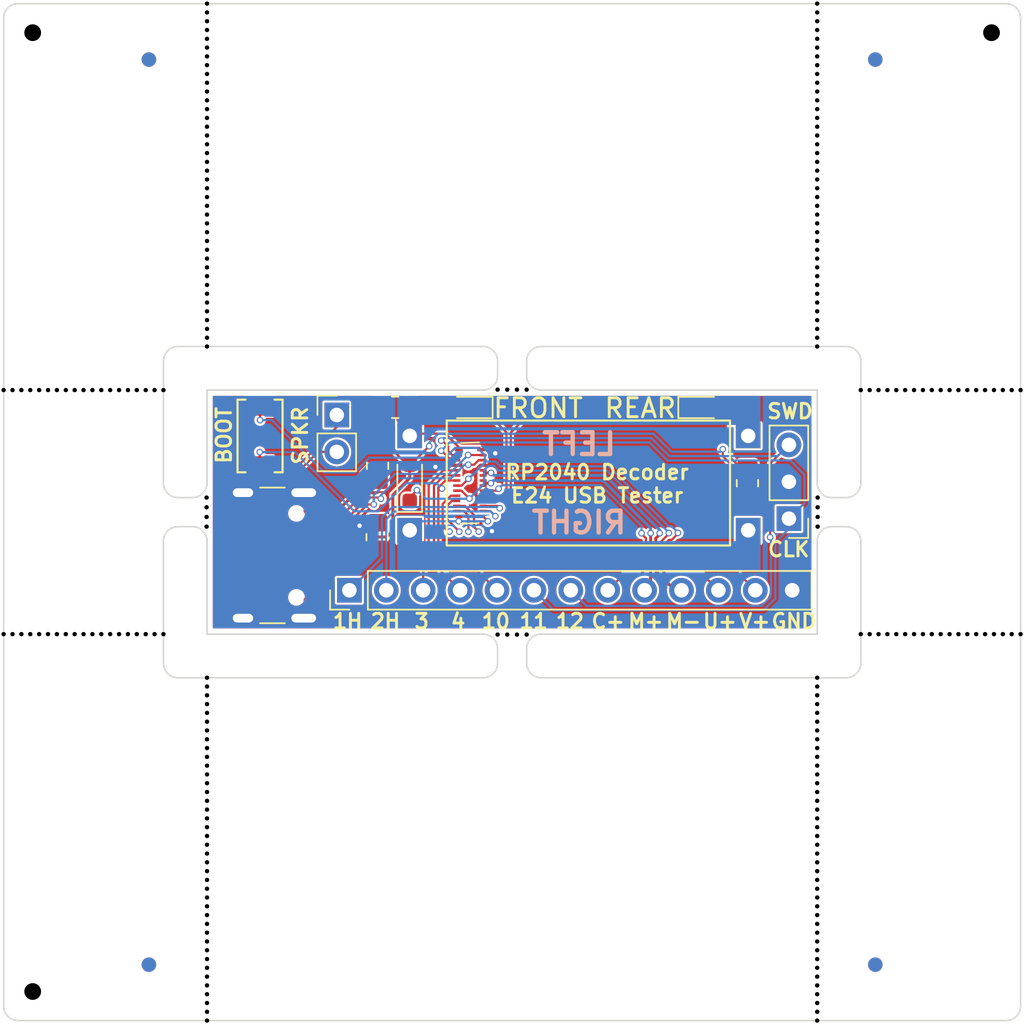
<source format=kicad_pcb>
(kicad_pcb (version 20240108) (generator "pcbnew") (generator_version "8.0")
  (layers (0 "F.Cu" signal) (31 "B.Cu" signal) (34 "B.Paste" user) (35 "F.Paste" user) (36 "B.SilkS" user "B.Silkscreen") (37 "F.SilkS" user "F.Silkscreen") (38 "B.Mask" user) (39 "F.Mask" user) (44 "Edge.Cuts" user))
  (net 0 "")
  (net 1 "Board_0-+5V")
  (net 2 "Board_0-/AUX1 (VDC)")
  (net 3 "Board_0-/AUX10")
  (net 4 "Board_0-/AUX11")
  (net 5 "Board_0-/AUX12")
  (net 6 "Board_0-/AUX2 (VDC)")
  (net 7 "Board_0-/AUX3")
  (net 8 "Board_0-/AUX4")
  (net 9 "Board_0-/AUX5 (VDC)")
  (net 10 "Board_0-/AUX6 (VDC)")
  (net 11 "Board_0-/AUX7 (VDC)")
  (net 12 "Board_0-/AUX8 (VDC)")
  (net 13 "Board_0-/CAP+")
  (net 14 "Board_0-/D+")
  (net 15 "Board_0-/D-")
  (net 16 "Board_0-/LAMP_FRONT")
  (net 17 "Board_0-/LAMP_REAR")
  (net 18 "Board_0-/MOTOR_A")
  (net 19 "Board_0-/MOTOR_B")
  (net 20 "Board_0-/TRACK_LEFT")
  (net 21 "Board_0-/TRACK_RIGHT")
  (net 22 "Board_0-GND")
  (net 23 "Board_0-Net-(D2-A)")
  (net 24 "Board_0-Net-(D3-A)")
  (net 25 "Board_0-Net-(P1-CC1)")
  (net 26 "Board_0-Net-(P1-CC2)")
  (net 27 "Board_0-VCC")
  (net 28 "Board_0-VDC")
  (net 29 "Board_0-unconnected-(P1-SBU1-PadA8)")
  (net 30 "Board_0-unconnected-(P1-SBU2-PadB8)")
  (footprint "NPTH" (layer "F.Cu") (at 181.5 22)
    (property "Reference" "KiKit_TO_2" (hide yes))
    (property "Value" "NPTH" (hide yes))
  )
  (footprint "NPTH" (layer "F.Cu") (at 127.47 54)
    (property "Reference" "KiKit_MB_1_4" (hide yes))
    (property "Value" "NPTH" (hide yes))
  )
  (footprint "NPTH" (layer "F.Cu") (at 113.5 63.4)
    (property "Reference" "KiKit_MB_10_1" (hide yes))
    (property "Value" "NPTH" (hide yes))
  )
  (footprint "Diode_SMD:D_SOD-323_HandSoldering" (layer "F.Cu") (at 141.45 52.98 90)
    (property "Reference" "D1" (hide yes))
    (property "Value" "Backflow Diode" (hide yes))
  )
  (footprint "NPTH" (layer "F.Cu") (at 127.5 74.871794)
    (property "Reference" "KiKit_MB_7_15" (hide yes))
    (property "Value" "NPTH" (hide yes))
  )
  (footprint "NPTH" (layer "F.Cu") (at 178 46.6)
    (property "Reference" "KiKit_MB_11_10" (hide yes))
    (property "Value" "NPTH" (hide yes))
  )
  (footprint "NPTH" (layer "F.Cu") (at 174.944444 63.4)
    (property "Reference" "KiKit_MB_12_5" (hide yes))
    (property "Value" "NPTH" (hide yes))
  )
  (footprint "NPTH" (layer "F.Cu") (at 114.722223 46.6)
    (property "Reference" "KiKit_MB_9_3" (hide yes))
    (property "Value" "NPTH" (hide yes))
  )
  (footprint "NPTH" (layer "F.Cu") (at 178 63.4)
    (property "Reference" "KiKit_MB_12_10" (hide yes))
    (property "Value" "NPTH" (hide yes))
  )
  (footprint "NPTH" (layer "F.Cu") (at 147.5 46.57)
    (property "Reference" "KiKit_MB_3_1" (hide yes))
    (property "Value" "NPTH" (hide yes))
  )
  (footprint "NPTH" (layer "F.Cu") (at 127.5 22.420513)
    (property "Reference" "KiKit_MB_5_5" (hide yes))
    (property "Value" "NPTH" (hide yes))
  )
  (footprint "NPTH" (layer "F.Cu") (at 118.388889 63.4)
    (property "Reference" "KiKit_MB_10_9" (hide yes))
    (property "Value" "NPTH" (hide yes))
  )
  (footprint "NPTH" (layer "F.Cu") (at 182.277777 63.4)
    (property "Reference" "KiKit_MB_12_17" (hide yes))
    (property "Value" "NPTH" (hide yes))
  )
  (footprint "NPTH" (layer "F.Cu") (at 169.5 29.076924)
    (property "Reference" "KiKit_MB_6_16" (hide yes))
    (property "Value" "NPTH" (hide yes))
  )
  (footprint "NPTH" (layer "F.Cu") (at 182.888888 63.4)
    (property "Reference" "KiKit_MB_12_18" (hide yes))
    (property "Value" "NPTH" (hide yes))
  )
  (footprint "NPTH" (layer "F.Cu") (at 116.555556 63.4)
    (property "Reference" "KiKit_MB_10_6" (hide yes))
    (property "Value" "NPTH" (hide yes))
  )
  (footprint "NPTH" (layer "F.Cu") (at 127.5 68.820512)
    (property "Reference" "KiKit_MB_7_5" (hide yes))
    (property "Value" "NPTH" (hide yes))
  )
  (footprint "NPTH" (layer "F.Cu") (at 169.5 26.656411)
    (property "Reference" "KiKit_MB_6_12" (hide yes))
    (property "Value" "NPTH" (hide yes))
  )
  (footprint "NPTH" (layer "F.Cu") (at 179.833333 46.6)
    (property "Reference" "KiKit_MB_11_13" (hide yes))
    (property "Value" "NPTH" (hide yes))
  )
  (footprint "NPTH" (layer "F.Cu") (at 127.5 80.317948)
    (property "Reference" "KiKit_MB_7_24" (hide yes))
    (property "Value" "NPTH" (hide yes))
  )
  (footprint "NPTH" (layer "F.Cu") (at 127.5 33.312821)
    (property "Reference" "KiKit_MB_5_23" (hide yes))
    (property "Value" "NPTH" (hide yes))
  )
  (footprint "NPTH" (layer "F.Cu") (at 181.055555 63.4)
    (property "Reference" "KiKit_MB_12_15" (hide yes))
    (property "Value" "NPTH" (hide yes))
  )
  (footprint "NPTH" (layer "F.Cu") (at 122.666667 63.4)
    (property "Reference" "KiKit_MB_10_16" (hide yes))
    (property "Value" "NPTH" (hide yes))
  )
  (footprint "NPTH" (layer "F.Cu") (at 169.53 54.666667)
    (property "Reference" "KiKit_MB_2_2" (hide yes))
    (property "Value" "NPTH" (hide yes))
  )
  (footprint "NPTH" (layer "F.Cu") (at 149.5 46.57)
    (property "Reference" "KiKit_MB_3_4" (hide yes))
    (property "Value" "NPTH" (hide yes))
  )
  (footprint "NPTH" (layer "F.Cu") (at 169.5 43.6)
    (property "Reference" "KiKit_MB_6_40" (hide yes))
    (property "Value" "NPTH" (hide yes))
  )
  (footprint "NPTH" (layer "F.Cu") (at 183.5 46.6)
    (property "Reference" "KiKit_MB_11_19" (hide yes))
    (property "Value" "NPTH" (hide yes))
  )
  (footprint "NPTH" (layer "F.Cu") (at 127.5 27.866667)
    (property "Reference" "KiKit_MB_5_14" (hide yes))
    (property "Value" "NPTH" (hide yes))
  )
  (footprint "NPTH" (layer "F.Cu") (at 149.5 63.43)
    (property "Reference" "KiKit_MB_4_1" (hide yes))
    (property "Value" "NPTH" (hide yes))
  )
  (footprint "NPTH" (layer "F.Cu") (at 120.833334 46.6)
    (property "Reference" "KiKit_MB_9_13" (hide yes))
    (property "Value" "NPTH" (hide yes))
  )
  (footprint "NPTH" (layer "F.Cu") (at 114.722223 63.4)
    (property "Reference" "KiKit_MB_10_3" (hide yes))
    (property "Value" "NPTH" (hide yes))
  )
  (footprint "NPTH" (layer "F.Cu") (at 169.5 67.005128)
    (property "Reference" "KiKit_MB_8_2" (hide yes))
    (property "Value" "NPTH" (hide yes))
  )
  (footprint "NPTH" (layer "F.Cu") (at 169.5 30.892308)
    (property "Reference" "KiKit_MB_6_19" (hide yes))
    (property "Value" "NPTH" (hide yes))
  )
  (footprint "NPTH" (layer "F.Cu") (at 124.5 46.6)
    (property "Reference" "KiKit_MB_9_19" (hide yes))
    (property "Value" "NPTH" (hide yes))
  )
  (footprint "NPTH" (layer "F.Cu") (at 127.5 21.210257)
    (property "Reference" "KiKit_MB_5_3" (hide yes))
    (property "Value" "NPTH" (hide yes))
  )
  (footprint "NPTH" (layer "F.Cu") (at 179.222222 63.4)
    (property "Reference" "KiKit_MB_12_12" (hide yes))
    (property "Value" "NPTH" (hide yes))
  )
  (footprint "NPTH" (layer "F.Cu") (at 169.5 73.05641)
    (property "Reference" "KiKit_MB_8_12" (hide yes))
    (property "Value" "NPTH" (hide yes))
  )
  (footprint "NPTH" (layer "F.Cu") (at 169.5 36.94359)
    (property "Reference" "KiKit_MB_6_29" (hide yes))
    (property "Value" "NPTH" (hide yes))
  )
  (footprint "NPTH" (layer "F.Cu") (at 169.5 84.553846)
    (property "Reference" "KiKit_MB_8_31" (hide yes))
    (property "Value" "NPTH" (hide yes))
  )
  (footprint "NPTH" (layer "F.Cu") (at 169.5 32.102565)
    (property "Reference" "KiKit_MB_6_21" (hide yes))
    (property "Value" "NPTH" (hide yes))
  )
  (footprint "NPTH" (layer "F.Cu") (at 169.5 89.394871)
    (property "Reference" "KiKit_MB_8_39" (hide yes))
    (property "Value" "NPTH" (hide yes))
  )
  (footprint "Fiducial" (layer "F.Cu") (at 123.5 86.15)
    (property "Reference" "KiKit_FID_T_3" (hide yes))
    (property "Value" "Fiducial" (hide yes))
  )
  (footprint "NPTH" (layer "F.Cu") (at 169.5 82.133333)
    (property "Reference" "KiKit_MB_8_27" (hide yes))
    (property "Value" "NPTH" (hide yes))
  )
  (footprint "NPTH" (layer "F.Cu") (at 120.222223 63.4)
    (property "Reference" "KiKit_MB_10_12" (hide yes))
    (property "Value" "NPTH" (hide yes))
  )
  (footprint "NPTH" (layer "F.Cu") (at 169.5 71.846153)
    (property "Reference" "KiKit_MB_8_10" (hide yes))
    (property "Value" "NPTH" (hide yes))
  )
  (footprint "NPTH" (layer "F.Cu") (at 127.5 33.917949)
    (property "Reference" "KiKit_MB_5_24" (hide yes))
    (property "Value" "NPTH" (hide yes))
  )
  (footprint "NPTH" (layer "F.Cu") (at 127.5 82.738461)
    (property "Reference" "KiKit_MB_7_28" (hide yes))
    (property "Value" "NPTH" (hide yes))
  )
  (footprint "NPTH" (layer "F.Cu") (at 169.5 42.994872)
    (property "Reference" "KiKit_MB_6_39" (hide yes))
    (property "Value" "NPTH" (hide yes))
  )
  (footprint "NPTH" (layer "F.Cu") (at 169.5 87.579487)
    (property "Reference" "KiKit_MB_8_36" (hide yes))
    (property "Value" "NPTH" (hide yes))
  )
  (footprint "NPTH" (layer "F.Cu") (at 169.5 35.128206)
    (property "Reference" "KiKit_MB_6_26" (hide yes))
    (property "Value" "NPTH" (hide yes))
  )
  (footprint "NPTH" (layer "F.Cu") (at 127.5 86.974358)
    (property "Reference" "KiKit_MB_7_35" (hide yes))
    (property "Value" "NPTH" (hide yes))
  )
  (footprint "NPTH" (layer "F.Cu") (at 177.388888 46.6)
    (property "Reference" "KiKit_MB_11_9" (hide yes))
    (property "Value" "NPTH" (hide yes))
  )
  (footprint "NPTH" (layer "F.Cu") (at 169.5 82.738461)
    (property "Reference" "KiKit_MB_8_28" (hide yes))
    (property "Value" "NPTH" (hide yes))
  )
  (footprint "NPTH" (layer "F.Cu") (at 169.5 79.71282)
    (property "Reference" "KiKit_MB_8_23" (hide yes))
    (property "Value" "NPTH" (hide yes))
  )
  (footprint "NPTH" (layer "F.Cu") (at 123.277778 46.6)
    (property "Reference" "KiKit_MB_9_17" (hide yes))
    (property "Value" "NPTH" (hide yes))
  )
  (footprint "NPTH" (layer "F.Cu") (at 178.611111 46.6)
    (property "Reference" "KiKit_MB_11_11" (hide yes))
    (property "Value" "NPTH" (hide yes))
  )
  (footprint "NPTH" (layer "F.Cu") (at 169.5 81.528205)
    (property "Reference" "KiKit_MB_8_26" (hide yes))
    (property "Value" "NPTH" (hide yes))
  )
  (footprint "NPTH" (layer "F.Cu") (at 127.5 39.969231)
    (property "Reference" "KiKit_MB_5_34" (hide yes))
    (property "Value" "NPTH" (hide yes))
  )
  (footprint "NPTH" (layer "F.Cu") (at 127.5 25.446154)
    (property "Reference" "KiKit_MB_5_10" (hide yes))
    (property "Value" "NPTH" (hide yes))
  )
  (footprint "NPTH" (layer "F.Cu") (at 169.53 55.333333)
    (property "Reference" "KiKit_MB_2_3" (hide yes))
    (property "Value" "NPTH" (hide yes))
  )
  (footprint "Connector_PinHeader_2.54mm:PinHeader_1x02_P2.54mm_Vertical" (layer "F.Cu") (at 136.43 48.315)
    (property "Reference" "J3" (hide yes))
    (property "Value" "SPEAKER" (hide yes))
  )
  (footprint "NPTH" (layer "F.Cu") (at 127.5 71.846153)
    (property "Reference" "KiKit_MB_7_10" (hide yes))
    (property "Value" "NPTH" (hide yes))
  )
  (footprint "NPTH" (layer "F.Cu") (at 169.5 83.948717)
    (property "Reference" "KiKit_MB_8_30" (hide yes))
    (property "Value" "NPTH" (hide yes))
  )
  (footprint "NPTH" (layer "F.Cu") (at 169.5 39.969231)
    (property "Reference" "KiKit_MB_6_34" (hide yes))
    (property "Value" "NPTH" (hide yes))
  )
  (footprint "NPTH" (layer "F.Cu") (at 127.5 70.635897)
    (property "Reference" "KiKit_MB_7_8" (hide yes))
    (property "Value" "NPTH" (hide yes))
  )
  (footprint "NPTH" (layer "F.Cu") (at 127.5 36.94359)
    (property "Reference" "KiKit_MB_5_29" (hide yes))
    (property "Value" "NPTH" (hide yes))
  )
  (footprint "NPTH" (layer "F.Cu") (at 127.5 76.082051)
    (property "Reference" "KiKit_MB_7_17" (hide yes))
    (property "Value" "NPTH" (hide yes))
  )
  (footprint "NPTH" (layer "F.Cu") (at 114.111112 63.4)
    (property "Reference" "KiKit_MB_10_2" (hide yes))
    (property "Value" "NPTH" (hide yes))
  )
  (footprint "NPTH" (layer "F.Cu") (at 127.5 38.758975)
    (property "Reference" "KiKit_MB_5_32" (hide yes))
    (property "Value" "NPTH" (hide yes))
  )
  (footprint "NPTH" (layer "F.Cu") (at 127.5 20.605129)
    (property "Reference" "KiKit_MB_5_2" (hide yes))
    (property "Value" "NPTH" (hide yes))
  )
  (footprint "NPTH" (layer "F.Cu") (at 127.5 42.389744)
    (property "Reference" "KiKit_MB_5_38" (hide yes))
    (property "Value" "NPTH" (hide yes))
  )
  (footprint "NPTH" (layer "F.Cu") (at 169.5 76.687179)
    (property "Reference" "KiKit_MB_8_18" (hide yes))
    (property "Value" "NPTH" (hide yes))
  )
  (footprint "NPTH" (layer "F.Cu") (at 127.5 20)
    (property "Reference" "KiKit_MB_5_1" (hide yes))
    (property "Value" "NPTH" (hide yes))
  )
  (footprint "NPTH" (layer "F.Cu") (at 174.333333 46.6)
    (property "Reference" "KiKit_MB_11_4" (hide yes))
    (property "Value" "NPTH" (hide yes))
  )
  (footprint "NPTH" (layer "F.Cu") (at 169.5 42.389744)
    (property "Reference" "KiKit_MB_6_38" (hide yes))
    (property "Value" "NPTH" (hide yes))
  )
  (footprint "NPTH" (layer "F.Cu") (at 127.5 88.184615)
    (property "Reference" "KiKit_MB_7_37" (hide yes))
    (property "Value" "NPTH" (hide yes))
  )
  (footprint "NPTH" (layer "F.Cu") (at 181.666666 63.4)
    (property "Reference" "KiKit_MB_12_16" (hide yes))
    (property "Value" "NPTH" (hide yes))
  )
  (footprint "NPTH" (layer "F.Cu") (at 127.5 32.102565)
    (property "Reference" "KiKit_MB_5_21" (hide yes))
    (property "Value" "NPTH" (hide yes))
  )
  (footprint "NPTH" (layer "F.Cu") (at 117.777778 63.4)
    (property "Reference" "KiKit_MB_10_8" (hide yes))
    (property "Value" "NPTH" (hide yes))
  )
  (footprint "NPTH" (layer "F.Cu") (at 179.222222 46.6)
    (property "Reference" "KiKit_MB_11_12" (hide yes))
    (property "Value" "NPTH" (hide yes))
  )
  (footprint "NPTH" (layer "F.Cu") (at 127.5 89.394871)
    (property "Reference" "KiKit_MB_7_39" (hide yes))
    (property "Value" "NPTH" (hide yes))
  )
  (footprint "NPTH" (layer "F.Cu") (at 169.5 30.28718)
    (property "Reference" "KiKit_MB_6_18" (hide yes))
    (property "Value" "NPTH" (hide yes))
  )
  (footprint "NPTH" (layer "F.Cu") (at 169.5 41.179488)
    (property "Reference" "KiKit_MB_6_36" (hide yes))
    (property "Value" "NPTH" (hide yes))
  )
  (footprint "NPTH" (layer "F.Cu") (at 182.277777 46.6)
    (property "Reference" "KiKit_MB_11_17" (hide yes))
    (property "Value" "NPTH" (hide yes))
  )
  (footprint "NPTH" (layer "F.Cu") (at 127.5 77.292307)
    (property "Reference" "KiKit_MB_7_19" (hide yes))
    (property "Value" "NPTH" (hide yes))
  )
  (footprint "NPTH" (layer "F.Cu") (at 127.5 79.107692)
    (property "Reference" "KiKit_MB_7_22" (hide yes))
    (property "Value" "NPTH" (hide yes))
  )
  (footprint "NPTH" (layer "F.Cu") (at 169.5 38.153847)
    (property "Reference" "KiKit_MB_6_31" (hide yes))
    (property "Value" "NPTH" (hide yes))
  )
  (footprint "Resistor_SMD:R_0805_2012Metric_Pad1.20x1.40mm_HandSolder" (layer "F.Cu") (at 139.21 56.73 90)
    (property "Reference" "R2" (hide yes))
    (property "Value" "5.1K" (hide yes))
  )
  (footprint "NPTH" (layer "F.Cu") (at 169.5 26.051283)
    (property "Reference" "KiKit_MB_6_11" (hide yes))
    (property "Value" "NPTH" (hide yes))
  )
  (footprint "NPTH" (layer "F.Cu") (at 115.5 22)
    (property "Reference" "KiKit_TO_1" (hide yes))
    (property "Value" "NPTH" (hide yes))
  )
  (footprint "Fiducial" (layer "F.Cu") (at 123.5 23.85)
    (property "Reference" "KiKit_FID_T_1" (hide yes))
    (property "Value" "Fiducial" (hide yes))
  )
  (footprint "Resistor_SMD:R_0805_2012Metric_Pad1.20x1.40mm_HandSolder" (layer "F.Cu") (at 140.45 47.79)
    (property "Reference" "R3" (hide yes))
    (property "Value" "220R" (hide yes))
  )
  (footprint "NPTH" (layer "F.Cu") (at 127.5 42.994872)
    (property "Reference" "KiKit_MB_5_39" (hide yes))
    (property "Value" "NPTH" (hide yes))
  )
  (footprint "NPTH" (layer "F.Cu") (at 169.5 33.917949)
    (property "Reference" "KiKit_MB_6_24" (hide yes))
    (property "Value" "NPTH" (hide yes))
  )
  (footprint "NPTH" (layer "F.Cu") (at 120.222223 46.6)
    (property "Reference" "KiKit_MB_9_12" (hide yes))
    (property "Value" "NPTH" (hide yes))
  )
  (footprint "NPTH" (layer "F.Cu") (at 169.5 31.497436)
    (property "Reference" "KiKit_MB_6_20" (hide yes))
    (property "Value" "NPTH" (hide yes))
  )
  (footprint "NPTH" (layer "F.Cu") (at 123.277778 63.4)
    (property "Reference" "KiKit_MB_10_17" (hide yes))
    (property "Value" "NPTH" (hide yes))
  )
  (footprint "NPTH" (layer "F.Cu") (at 115.944445 63.4)
    (property "Reference" "KiKit_MB_10_5" (hide yes))
    (property "Value" "NPTH" (hide yes))
  )
  (footprint "NPTH" (layer "F.Cu") (at 127.5 80.923076)
    (property "Reference" "KiKit_MB_7_25" (hide yes))
    (property "Value" "NPTH" (hide yes))
  )
  (footprint "NPTH" (layer "F.Cu") (at 169.5 40.574359)
    (property "Reference" "KiKit_MB_6_35" (hide yes))
    (property "Value" "NPTH" (hide yes))
  )
  (footprint "NPTH" (layer "F.Cu") (at 127.5 23.63077)
    (property "Reference" "KiKit_MB_5_7" (hide yes))
    (property "Value" "NPTH" (hide yes))
  )
  (footprint "NPTH" (layer "F.Cu") (at 169.5 74.266666)
    (property "Reference" "KiKit_MB_8_14" (hide yes))
    (property "Value" "NPTH" (hide yes))
  )
  (footprint "LED_SMD:LED_0603_1608Metric_Pad1.05x0.95mm_HandSolder" (layer "F.Cu") (at 161.6 47.8)
    (property "Reference" "D3" (hide yes))
    (property "Value" "LAMP_REAR" (hide yes))
  )
  (footprint "NPTH" (layer "F.Cu") (at 127.5 21.815385)
    (property "Reference" "KiKit_MB_5_4" (hide yes))
    (property "Value" "NPTH" (hide yes))
  )
  (footprint "NPTH" (layer "F.Cu") (at 127.5 67.610256)
    (property "Reference" "KiKit_MB_7_3" (hide yes))
    (property "Value" "NPTH" (hide yes))
  )
  (footprint "NPTH" (layer "F.Cu") (at 127.5 77.897435)
    (property "Reference" "KiKit_MB_7_20" (hide yes))
    (property "Value" "NPTH" (hide yes))
  )
  (footprint "NPTH" (layer "F.Cu") (at 176.777777 63.4)
    (property "Reference" "KiKit_MB_12_8" (hide yes))
    (property "Value" "NPTH" (hide yes))
  )
  (footprint "NPTH" (layer "F.Cu") (at 169.5 38.758975)
    (property "Reference" "KiKit_MB_6_32" (hide yes))
    (property "Value" "NPTH" (hide yes))
  )
  (footprint "NPTH" (layer "F.Cu") (at 119 63.4)
    (property "Reference" "KiKit_MB_10_10" (hide yes))
    (property "Value" "NPTH" (hide yes))
  )
  (footprint "NPTH" (layer "F.Cu") (at 127.47 54.666667)
    (property "Reference" "KiKit_MB_1_3" (hide yes))
    (property "Value" "NPTH" (hide yes))
  )
  (footprint "NPTH" (layer "F.Cu") (at 117.166667 46.6)
    (property "Reference" "KiKit_MB_9_7" (hide yes))
    (property "Value" "NPTH" (hide yes))
  )
  (footprint "NPTH" (layer "F.Cu") (at 127.5 68.215384)
    (property "Reference" "KiKit_MB_7_4" (hide yes))
    (property "Value" "NPTH" (hide yes))
  )
  (footprint "NPTH" (layer "F.Cu") (at 169.5 34.523077)
    (property "Reference" "KiKit_MB_6_25" (hide yes))
    (property "Value" "NPTH" (hide yes))
  )
  (footprint "NPTH" (layer "F.Cu") (at 127.5 82.133333)
    (property "Reference" "KiKit_MB_7_27" (hide yes))
    (property "Value" "NPTH" (hide yes))
  )
  (footprint "NPTH" (layer "F.Cu") (at 127.5 75.476923)
    (property "Reference" "KiKit_MB_7_16" (hide yes))
    (property "Value" "NPTH" (hide yes))
  )
  (footprint "NPTH" (layer "F.Cu") (at 169.5 85.158974)
    (property "Reference" "KiKit_MB_8_32" (hide yes))
    (property "Value" "NPTH" (hide yes))
  )
  (footprint "NPTH" (layer "F.Cu") (at 117.777778 46.6)
    (property "Reference" "KiKit_MB_9_8" (hide yes))
    (property "Value" "NPTH" (hide yes))
  )
  (footprint "NPTH" (layer "F.Cu") (at 127.5 84.553846)
    (property "Reference" "KiKit_MB_7_31" (hide yes))
    (property "Value" "NPTH" (hide yes))
  )
  (footprint "NPTH" (layer "F.Cu") (at 169.5 73.661538)
    (property "Reference" "KiKit_MB_8_13" (hide yes))
    (property "Value" "NPTH" (hide yes))
  )
  (footprint "NPTH" (layer "F.Cu") (at 127.5 29.682052)
    (property "Reference" "KiKit_MB_5_17" (hide yes))
    (property "Value" "NPTH" (hide yes))
  )
  (footprint "NPTH" (layer "F.Cu") (at 127.5 40.574359)
    (property "Reference" "KiKit_MB_5_35" (hide yes))
    (property "Value" "NPTH" (hide yes))
  )
  (footprint "NPTH" (layer "F.Cu") (at 127.5 66.4)
    (property "Reference" "KiKit_MB_7_1" (hide yes))
    (property "Value" "NPTH" (hide yes))
  )
  (footprint "NPTH" (layer "F.Cu") (at 119.611112 63.4)
    (property "Reference" "KiKit_MB_10_11" (hide yes))
    (property "Value" "NPTH" (hide yes))
  )
  (footprint "NPTH" (layer "F.Cu") (at 127.5 37.548718)
    (property "Reference" "KiKit_MB_5_30" (hide yes))
    (property "Value" "NPTH" (hide yes))
  )
  (footprint "NPTH" (layer "F.Cu") (at 121.444445 63.4)
    (property "Reference" "KiKit_MB_10_14" (hide yes))
    (property "Value" "NPTH" (hide yes))
  )
  (footprint "NPTH" (layer "F.Cu") (at 148.833333 63.43)
    (property "Reference" "KiKit_MB_4_2" (hide yes))
    (property "Value" "NPTH" (hide yes))
  )
  (footprint "NPTH" (layer "F.Cu") (at 127.5 30.28718)
    (property "Reference" "KiKit_MB_5_18" (hide yes))
    (property "Value" "NPTH" (hide yes))
  )
  (footprint "Local Library:Xunpu_TS-1088-AR02016" (layer "F.Cu") (at 131.15 49.758866 -90)
    (property "Reference" "SW1" (hide yes))
    (property "Value" "BOOT" (hide yes))
  )
  (footprint "NPTH" (layer "F.Cu") (at 169.5 80.317948)
    (property "Reference" "KiKit_MB_8_24" (hide yes))
    (property "Value" "NPTH" (hide yes))
  )
  (footprint "NPTH" (layer "F.Cu") (at 178.611111 63.4)
    (property "Reference" "KiKit_MB_12_11" (hide yes))
    (property "Value" "NPTH" (hide yes))
  )
  (footprint "NPTH" (layer "F.Cu") (at 148.833333 46.57)
    (property "Reference" "KiKit_MB_3_3" (hide yes))
    (property "Value" "NPTH" (hide yes))
  )
  (footprint "NPTH" (layer "F.Cu") (at 127.5 41.179488)
    (property "Reference" "KiKit_MB_5_36" (hide yes))
    (property "Value" "NPTH" (hide yes))
  )
  (footprint "NPTH" (layer "F.Cu") (at 169.53 54)
    (property "Reference" "KiKit_MB_2_1" (hide yes))
    (property "Value" "NPTH" (hide yes))
  )
  (footprint "NPTH" (layer "F.Cu") (at 127.5 76.687179)
    (property "Reference" "KiKit_MB_7_18" (hide yes))
    (property "Value" "NPTH" (hide yes))
  )
  (footprint "NPTH" (layer "F.Cu") (at 127.5 87.579487)
    (property "Reference" "KiKit_MB_7_36" (hide yes))
    (property "Value" "NPTH" (hide yes))
  )
  (footprint "Connector_USB:USB_C_Receptacle_GCT_USB4105-xx-A_16P_TopMnt_Horizontal" (layer "F.Cu") (at 131.05 57.98 -90)
    (property "Reference" "P1" (hide yes))
    (property "Value" "USB_C_Receptacle_USB2.0_16P" (hide yes))
  )
  (footprint "NPTH" (layer "F.Cu") (at 169.5 77.292307)
    (property "Reference" "KiKit_MB_8_19" (hide yes))
    (property "Value" "NPTH" (hide yes))
  )
  (footprint "NPTH" (layer "F.Cu") (at 169.5 85.764102)
    (property "Reference" "KiKit_MB_8_33" (hide yes))
    (property "Value" "NPTH" (hide yes))
  )
  (footprint "NPTH" (layer "F.Cu") (at 127.5 36.338462)
    (property "Reference" "KiKit_MB_5_28" (hide yes))
    (property "Value" "NPTH" (hide yes))
  )
  (footprint "NPTH" (layer "F.Cu") (at 169.5 27.261539)
    (property "Reference" "KiKit_MB_6_13" (hide yes))
    (property "Value" "NPTH" (hide yes))
  )
  (footprint "NPTH" (layer "F.Cu") (at 127.5 78.502564)
    (property "Reference" "KiKit_MB_7_21" (hide yes))
    (property "Value" "NPTH" (hide yes))
  )
  (footprint "NPTH" (layer "F.Cu") (at 127.5 43.6)
    (property "Reference" "KiKit_MB_5_40" (hide yes))
    (property "Value" "NPTH" (hide yes))
  )
  (footprint "NPTH" (layer "F.Cu") (at 169.53 56)
    (property "Reference" "KiKit_MB_2_4" (hide yes))
    (property "Value" "NPTH" (hide yes))
  )
  (footprint "NPTH" (layer "F.Cu") (at 169.5 21.210257)
    (property "Reference" "KiKit_MB_6_3" (hide yes))
    (property "Value" "NPTH" (hide yes))
  )
  (footprint "NPTH" (layer "F.Cu") (at 113.5 46.6)
    (property "Reference" "KiKit_MB_9_1" (hide yes))
    (property "Value" "NPTH" (hide yes))
  )
  (footprint "NPTH" (layer "F.Cu") (at 127.5 73.05641)
    (property "Reference" "KiKit_MB_7_12" (hide yes))
    (property "Value" "NPTH" (hide yes))
  )
  (footprint "NPTH" (layer "F.Cu") (at 127.5 27.261539)
    (property "Reference" "KiKit_MB_5_13" (hide yes))
    (property "Value" "NPTH" (hide yes))
  )
  (footprint "NPTH" (layer "F.Cu") (at 173.111111 46.6)
    (property "Reference" "KiKit_MB_11_2" (hide yes))
    (property "Value" "NPTH" (hide yes))
  )
  (footprint "Resistor_SMD:R_0805_2012Metric_Pad1.20x1.40mm_HandSolder" (layer "F.Cu") (at 139.24 51.81 90)
    (property "Reference" "R1" (hide yes))
    (property "Value" "5.1K" (hide yes))
  )
  (footprint "NPTH" (layer "F.Cu") (at 181.055555 46.6)
    (property "Reference" "KiKit_MB_11_15" (hide yes))
    (property "Value" "NPTH" (hide yes))
  )
  (footprint "Fiducial" (layer "F.Cu") (at 173.5 86.15)
    (property "Reference" "KiKit_FID_T_4" (hide yes))
    (property "Value" "Fiducial" (hide yes))
  )
  (footprint "NPTH" (layer "F.Cu") (at 169.5 75.476923)
    (property "Reference" "KiKit_MB_8_16" (hide yes))
    (property "Value" "NPTH" (hide yes))
  )
  (footprint "NPTH" (layer "F.Cu") (at 169.5 20)
    (property "Reference" "KiKit_MB_6_1" (hide yes))
    (property "Value" "NPTH" (hide yes))
  )
  (footprint "NPTH" (layer "F.Cu") (at 181.666666 46.6)
    (property "Reference" "KiKit_MB_11_16" (hide yes))
    (property "Value" "NPTH" (hide yes))
  )
  (footprint "NPTH" (layer "F.Cu") (at 118.388889 46.6)
    (property "Reference" "KiKit_MB_9_9" (hide yes))
    (property "Value" "NPTH" (hide yes))
  )
  (footprint "Resistor_SMD:R_0805_2012Metric_Pad1.20x1.40mm_HandSolder" (layer "F.Cu") (at 164.7 53.01 90)
    (property "Reference" "R4" (hide yes))
    (property "Value" "220R" (hide yes))
  )
  (footprint "NPTH" (layer "F.Cu") (at 182.888888 46.6)
    (property "Reference" "KiKit_MB_11_18" (hide yes))
    (property "Value" "NPTH" (hide yes))
  )
  (footprint "NPTH" (layer "F.Cu") (at 169.5 67.610256)
    (property "Reference" "KiKit_MB_8_3" (hide yes))
    (property "Value" "NPTH" (hide yes))
  )
  (footprint "NPTH" (layer "F.Cu") (at 169.5 71.241025)
    (property "Reference" "KiKit_MB_8_9" (hide yes))
    (property "Value" "NPTH" (hide yes))
  )
  (footprint "LED_SMD:LED_0603_1608Metric_Pad1.05x0.95mm_HandSolder" (layer "F.Cu") (at 145.5 47.8 180)
    (property "Reference" "D2" (hide yes))
    (property "Value" "LAMP_FRONT" (hide yes))
  )
  (footprint "Local Library:5050702422" (layer "F.Cu") (at 145.6 53 -90)
    (property "Reference" "J1" (hide yes))
    (property "Value" "505070-2422" (hide yes))
  )
  (footprint "NPTH" (layer "F.Cu") (at 169.5 69.425641)
    (property "Reference" "KiKit_MB_8_6" (hide yes))
    (property "Value" "NPTH" (hide yes))
  )
  (footprint "NPTH" (layer "F.Cu") (at 119.611112 46.6)
    (property "Reference" "KiKit_MB_9_11" (hide yes))
    (property "Value" "NPTH" (hide yes))
  )
  (footprint "NPTH" (layer "F.Cu") (at 127.5 85.158974)
    (property "Reference" "KiKit_MB_7_32" (hide yes))
    (property "Value" "NPTH" (hide yes))
  )
  (footprint "NPTH" (layer "F.Cu") (at 127.5 69.425641)
    (property "Reference" "KiKit_MB_7_6" (hide yes))
    (property "Value" "NPTH" (hide yes))
  )
  (footprint "NPTH" (layer "F.Cu") (at 173.722222 46.6)
    (property "Reference" "KiKit_MB_11_3" (hide yes))
    (property "Value" "NPTH" (hide yes))
  )
  (footprint "NPTH" (layer "F.Cu") (at 127.5 28.471795)
    (property "Reference" "KiKit_MB_5_15" (hide yes))
    (property "Value" "NPTH" (hide yes))
  )
  (footprint "NPTH" (layer "F.Cu") (at 169.5 74.871794)
    (property "Reference" "KiKit_MB_8_15" (hide yes))
    (property "Value" "NPTH" (hide yes))
  )
  (footprint "Connector_PinHeader_2.54mm:PinHeader_1x13_P2.54mm_Vertical" (layer "F.Cu") (at 137.3 60.38 90)
    (property "Reference" "J4" (hide yes))
    (property "Value" "MISC1" (hide yes))
  )
  (footprint "NPTH" (layer "F.Cu") (at 169.5 83.343589)
    (property "Reference" "KiKit_MB_8_29" (hide yes))
    (property "Value" "NPTH" (hide yes))
  )
  (footprint "NPTH" (layer "F.Cu") (at 169.5 68.820512)
    (property "Reference" "KiKit_MB_8_5" (hide yes))
    (property "Value" "NPTH" (hide yes))
  )
  (footprint "NPTH" (layer "F.Cu") (at 127.5 73.661538)
    (property "Reference" "KiKit_MB_7_13" (hide yes))
    (property "Value" "NPTH" (hide yes))
  )
  (footprint "NPTH" (layer "F.Cu") (at 123.888889 63.4)
    (property "Reference" "KiKit_MB_10_18" (hide yes))
    (property "Value" "NPTH" (hide yes))
  )
  (footprint "NPTH" (layer "F.Cu") (at 124.5 63.4)
    (property "Reference" "KiKit_MB_10_19" (hide yes))
    (property "Value" "NPTH" (hide yes))
  )
  (footprint "NPTH" (layer "F.Cu") (at 169.5 72.451282)
    (property "Reference" "KiKit_MB_8_11" (hide yes))
    (property "Value" "NPTH" (hide yes))
  )
  (footprint "NPTH" (layer "F.Cu") (at 120.833334 63.4)
    (property "Reference" "KiKit_MB_10_13" (hide yes))
    (property "Value" "NPTH" (hide yes))
  )
  (footprint "NPTH" (layer "F.Cu") (at 169.5 77.897435)
    (property "Reference" "KiKit_MB_8_20" (hide yes))
    (property "Value" "NPTH" (hide yes))
  )
  (footprint "NPTH" (layer "F.Cu") (at 127.5 71.241025)
    (property "Reference" "KiKit_MB_7_9" (hide yes))
    (property "Value" "NPTH" (hide yes))
  )
  (footprint "NPTH" (layer "F.Cu") (at 169.5 68.215384)
    (property "Reference" "KiKit_MB_8_4" (hide yes))
    (property "Value" "NPTH" (hide yes))
  )
  (footprint "NPTH" (layer "F.Cu") (at 169.5 76.082051)
    (property "Reference" "KiKit_MB_8_17" (hide yes))
    (property "Value" "NPTH" (hide yes))
  )
  (footprint "NPTH" (layer "F.Cu") (at 121.444445 46.6)
    (property "Reference" "KiKit_MB_9_14" (hide yes))
    (property "Value" "NPTH" (hide yes))
  )
  (footprint "NPTH" (layer "F.Cu") (at 174.944444 46.6)
    (property "Reference" "KiKit_MB_11_5" (hide yes))
    (property "Value" "NPTH" (hide yes))
  )
  (footprint "NPTH" (layer "F.Cu") (at 127.5 81.528205)
    (property "Reference" "KiKit_MB_7_26" (hide yes))
    (property "Value" "NPTH" (hide yes))
  )
  (footprint "NPTH" (layer "F.Cu") (at 169.5 28.471795)
    (property "Reference" "KiKit_MB_6_15" (hide yes))
    (property "Value" "NPTH" (hide yes))
  )
  (footprint "NPTH" (layer "F.Cu") (at 127.5 86.36923)
    (property "Reference" "KiKit_MB_7_34" (hide yes))
    (property "Value" "NPTH" (hide yes))
  )
  (footprint "NPTH" (layer "F.Cu") (at 169.5 37.548718)
    (property "Reference" "KiKit_MB_6_30" (hide yes))
    (property "Value" "NPTH" (hide yes))
  )
  (footprint "NPTH" (layer "F.Cu") (at 127.5 35.733334)
    (property "Reference" "KiKit_MB_5_27" (hide yes))
    (property "Value" "NPTH" (hide yes))
  )
  (footprint "NPTH" (layer "F.Cu") (at 169.5 23.63077)
    (property "Reference" "KiKit_MB_6_7" (hide yes))
    (property "Value" "NPTH" (hide yes))
  )
  (footprint "NPTH" (layer "F.Cu") (at 169.5 66.4)
    (property "Reference" "KiKit_MB_8_1" (hide yes))
    (property "Value" "NPTH" (hide yes))
  )
  (footprint "NPTH" (layer "F.Cu") (at 127.5 34.523077)
    (property "Reference" "KiKit_MB_5_25" (hide yes))
    (property "Value" "NPTH" (hide yes))
  )
  (footprint "NPTH" (layer "F.Cu") (at 127.5 30.892308)
    (property "Reference" "KiKit_MB_5_19" (hide yes))
    (property "Value" "NPTH" (hide yes))
  )
  (footprint "NPTH" (layer "F.Cu") (at 127.5 26.656411)
    (property "Reference" "KiKit_MB_5_12" (hide yes))
    (property "Value" "NPTH" (hide yes))
  )
  (footprint "NPTH" (layer "F.Cu") (at 127.47 56)
    (property "Reference" "KiKit_MB_1_1" (hide yes))
    (property "Value" "NPTH" (hide yes))
  )
  (footprint "NPTH" (layer "F.Cu") (at 179.833333 63.4)
    (property "Reference" "KiKit_MB_12_13" (hide yes))
    (property "Value" "NPTH" (hide yes))
  )
  (footprint "NPTH" (layer "F.Cu") (at 127.5 67.005128)
    (property "Reference" "KiKit_MB_7_2" (hide yes))
    (property "Value" "NPTH" (hide yes))
  )
  (footprint "NPTH" (layer "F.Cu") (at 127.5 83.948717)
    (property "Reference" "KiKit_MB_7_30" (hide yes))
    (property "Value" "NPTH" (hide yes))
  )
  (footprint "Connector_PinHeader_2.54mm:PinHeader_1x03_P2.54mm_Vertical" (layer "F.Cu") (at 167.55 55.45 180)
    (property "Reference" "J2" (hide yes))
    (property "Value" "SWD" (hide yes))
  )
  (footprint "NPTH" (layer "F.Cu") (at 169.5 23.025642)
    (property "Reference" "KiKit_MB_6_6" (hide yes))
    (property "Value" "NPTH" (hide yes))
  )
  (footprint "NPTH" (layer "F.Cu") (at 173.111111 63.4)
    (property "Reference" "KiKit_MB_12_2" (hide yes))
    (property "Value" "NPTH" (hide yes))
  )
  (footprint "NPTH" (layer "F.Cu") (at 127.5 79.71282)
    (property "Reference" "KiKit_MB_7_23" (hide yes))
    (property "Value" "NPTH" (hide yes))
  )
  (footprint "NPTH" (layer "F.Cu") (at 169.5 25.446154)
    (property "Reference" "KiKit_MB_6_10" (hide yes))
    (property "Value" "NPTH" (hide yes))
  )
  (footprint "NPTH" (layer "F.Cu") (at 169.5 78.502564)
    (property "Reference" "KiKit_MB_8_21" (hide yes))
    (property "Value" "NPTH" (hide yes))
  )
  (footprint "NPTH" (layer "F.Cu") (at 127.5 31.497436)
    (property "Reference" "KiKit_MB_5_20" (hide yes))
    (property "Value" "NPTH" (hide yes))
  )
  (footprint "NPTH" (layer "F.Cu") (at 169.5 22.420513)
    (property "Reference" "KiKit_MB_6_5" (hide yes))
    (property "Value" "NPTH" (hide yes))
  )
  (footprint "NPTH" (layer "F.Cu") (at 115.333334 46.6)
    (property "Reference" "KiKit_MB_9_4" (hide yes))
    (property "Value" "NPTH" (hide yes))
  )
  (footprint "NPTH" (layer "F.Cu") (at 122.666667 46.6)
    (property "Reference" "KiKit_MB_9_16" (hide yes))
    (property "Value" "NPTH" (hide yes))
  )
  (footprint "NPTH" (layer "F.Cu") (at 122.055556 46.6)
    (property "Reference" "KiKit_MB_9_15" (hide yes))
    (property "Value" "NPTH" (hide yes))
  )
  (footprint "NPTH" (layer "F.Cu") (at 127.5 23.025642)
    (property "Reference" "KiKit_MB_5_6" (hide yes))
    (property "Value" "NPTH" (hide yes))
  )
  (footprint "NPTH" (layer "F.Cu") (at 169.5 32.707693)
    (property "Reference" "KiKit_MB_6_22" (hide yes))
    (property "Value" "NPTH" (hide yes))
  )
  (footprint "NPTH" (layer "F.Cu") (at 175.555555 46.6)
    (property "Reference" "KiKit_MB_11_6" (hide yes))
    (property "Value" "NPTH" (hide yes))
  )
  (footprint "NPTH" (layer "F.Cu") (at 148.166667 63.43)
    (property "Reference" "KiKit_MB_4_3" (hide yes))
    (property "Value" "NPTH" (hide yes))
  )
  (footprint "NPTH" (layer "F.Cu") (at 173.722222 63.4)
    (property "Reference" "KiKit_MB_12_3" (hide yes))
    (property "Value" "NPTH" (hide yes))
  )
  (footprint "NPTH" (layer "F.Cu") (at 175.555555 63.4)
    (property "Reference" "KiKit_MB_12_6" (hide yes))
    (property "Value" "NPTH" (hide yes))
  )
  (footprint "NPTH" (layer "F.Cu") (at 183.5 63.4)
    (property "Reference" "KiKit_MB_12_19" (hide yes))
    (property "Value" "NPTH" (hide yes))
  )
  (footprint "NPTH" (layer "F.Cu") (at 127.5 90)
    (property "Reference" "KiKit_MB_7_40" (hide yes))
    (property "Value" "NPTH" (hide yes))
  )
  (footprint "NPTH" (layer "F.Cu") (at 147.5 63.43)
    (property "Reference" "KiKit_MB_4_4" (hide yes))
    (property "Value" "NPTH" (hide yes))
  )
  (footprint "NPTH" (layer "F.Cu") (at 177.388888 63.4)
    (property "Reference" "KiKit_MB_12_9" (hide yes))
    (property "Value" "NPTH" (hide yes))
  )
  (footprint "NPTH" (layer "F.Cu") (at 127.5 70.030769)
    (property "Reference" "KiKit_MB_7_7" (hide yes))
    (property "Value" "NPTH" (hide yes))
  )
  (footprint "NPTH" (layer "F.Cu") (at 176.166666 63.4)
    (property "Reference" "KiKit_MB_12_7" (hide yes))
    (property "Value" "NPTH" (hide yes))
  )
  (footprint "NPTH" (layer "F.Cu") (at 169.5 20.605129)
    (property "Reference" "KiKit_MB_6_2" (hide yes))
    (property "Value" "NPTH" (hide yes))
  )
  (footprint "NPTH" (layer "F.Cu") (at 148.166667 46.57)
    (property "Reference" "KiKit_MB_3_2" (hide yes))
    (property "Value" "NPTH" (hide yes))
  )
  (footprint "NPTH" (layer "F.Cu") (at 169.5 24.841026)
    (property "Reference" "KiKit_MB_6_9" (hide yes))
    (property "Value" "NPTH" (hide yes))
  )
  (footprint "NPTH" (layer "F.Cu") (at 176.166666 46.6)
    (property "Reference" "KiKit_MB_11_7" (hide yes))
    (property "Value" "NPTH" (hide yes))
  )
  (footprint "NPTH" (layer "F.Cu") (at 117.166667 63.4)
    (property "Reference" "KiKit_MB_10_7" (hide yes))
    (property "Value" "NPTH" (hide yes))
  )
  (footprint "NPTH" (layer "F.Cu") (at 115.944445 46.6)
    (property "Reference" "KiKit_MB_9_5" (hide yes))
    (property "Value" "NPTH" (hide yes))
  )
  (footprint "NPTH" (layer "F.Cu") (at 176.777777 46.6)
    (property "Reference" "KiKit_MB_11_8" (hide yes))
    (property "Value" "NPTH" (hide yes))
  )
  (footprint "NPTH" (layer "F.Cu") (at 169.5 39.364103)
    (property "Reference" "KiKit_MB_6_33" (hide yes))
    (property "Value" "NPTH" (hide yes))
  )
  (footprint "NPTH" (layer "F.Cu") (at 172.5 46.6)
    (property "Reference" "KiKit_MB_11_1" (hide yes))
    (property "Value" "NPTH" (hide yes))
  )
  (footprint "NPTH" (layer "F.Cu") (at 127.5 83.343589)
    (property "Reference" "KiKit_MB_7_29" (hide yes))
    (property "Value" "NPTH" (hide yes))
  )
  (footprint "NPTH" (layer "F.Cu") (at 169.5 90)
    (property "Reference" "KiKit_MB_8_40" (hide yes))
    (property "Value" "NPTH" (hide yes))
  )
  (footprint "NPTH" (layer "F.Cu") (at 169.5 27.866667)
    (property "Reference" "KiKit_MB_6_14" (hide yes))
    (property "Value" "NPTH" (hide yes))
  )
  (footprint "NPTH" (layer "F.Cu") (at 174.333333 63.4)
    (property "Reference" "KiKit_MB_12_4" (hide yes))
    (property "Value" "NPTH" (hide yes))
  )
  (footprint "NPTH" (layer "F.Cu") (at 115.333334 63.4)
    (property "Reference" "KiKit_MB_10_4" (hide yes))
    (property "Value" "NPTH" (hide yes))
  )
  (footprint "NPTH" (layer "F.Cu") (at 123.888889 46.6)
    (property "Reference" "KiKit_MB_9_18" (hide yes))
    (property "Value" "NPTH" (hide yes))
  )
  (footprint "NPTH" (layer "F.Cu") (at 169.5 21.815385)
    (property "Reference" "KiKit_MB_6_4" (hide yes))
    (property "Value" "NPTH" (hide yes))
  )
  (footprint "NPTH" (layer "F.Cu") (at 127.5 26.051283)
    (property "Reference" "KiKit_MB_5_11" (hide yes))
    (property "Value" "NPTH" (hide yes))
  )
  (footprint "NPTH" (layer "F.Cu") (at 114.111112 46.6)
    (property "Reference" "KiKit_MB_9_2" (hide yes))
    (property "Value" "NPTH" (hide yes))
  )
  (footprint "NPTH" (layer "F.Cu") (at 127.5 74.266666)
    (property "Reference" "KiKit_MB_7_14" (hide yes))
    (property "Value" "NPTH" (hide yes))
  )
  (footprint "NPTH" (layer "F.Cu") (at 127.5 41.784616)
    (property "Reference" "KiKit_MB_5_37" (hide yes))
    (property "Value" "NPTH" (hide yes))
  )
  (footprint "NPTH" (layer "F.Cu") (at 127.5 72.451282)
    (property "Reference" "KiKit_MB_7_11" (hide yes))
    (property "Value" "NPTH" (hide yes))
  )
  (footprint "NPTH" (layer "F.Cu") (at 122.055556 63.4)
    (property "Reference" "KiKit_MB_10_15" (hide yes))
    (property "Value" "NPTH" (hide yes))
  )
  (footprint "Fiducial" (layer "F.Cu") (at 173.5 23.85)
    (property "Reference" "KiKit_FID_T_2" (hide yes))
    (property "Value" "Fiducial" (hide yes))
  )
  (footprint "NPTH" (layer "F.Cu") (at 119 46.6)
    (property "Reference" "KiKit_MB_9_10" (hide yes))
    (property "Value" "NPTH" (hide yes))
  )
  (footprint "NPTH" (layer "F.Cu") (at 115.5 88)
    (property "Reference" "KiKit_TO_3" (hide yes))
    (property "Value" "NPTH" (hide yes))
  )
  (footprint "NPTH" (layer "F.Cu") (at 180.444444 46.6)
    (property "Reference" "KiKit_MB_11_14" (hide yes))
    (property "Value" "NPTH" (hide yes))
  )
  (footprint "NPTH" (layer "F.Cu") (at 127.5 32.707693)
    (property "Reference" "KiKit_MB_5_22" (hide yes))
    (property "Value" "NPTH" (hide yes))
  )
  (footprint "NPTH" (layer "F.Cu") (at 169.5 36.338462)
    (property "Reference" "KiKit_MB_6_28" (hide yes))
    (property "Value" "NPTH" (hide yes))
  )
  (footprint "NPTH" (layer "F.Cu") (at 127.5 39.364103)
    (property "Reference" "KiKit_MB_5_33" (hide yes))
    (property "Value" "NPTH" (hide yes))
  )
  (footprint "NPTH" (layer "F.Cu") (at 169.5 41.784616)
    (property "Reference" "KiKit_MB_6_37" (hide yes))
    (property "Value" "NPTH" (hide yes))
  )
  (footprint "NPTH" (layer "F.Cu") (at 169.5 35.733334)
    (property "Reference" "KiKit_MB_6_27" (hide yes))
    (property "Value" "NPTH" (hide yes))
  )
  (footprint "NPTH" (layer "F.Cu") (at 127.5 35.128206)
    (property "Reference" "KiKit_MB_5_26" (hide yes))
    (property "Value" "NPTH" (hide yes))
  )
  (footprint "NPTH" (layer "F.Cu") (at 169.5 24.235898)
    (property "Reference" "KiKit_MB_6_8" (hide yes))
    (property "Value" "NPTH" (hide yes))
  )
  (footprint "NPTH" (layer "F.Cu") (at 169.5 80.923076)
    (property "Reference" "KiKit_MB_8_25" (hide yes))
    (property "Value" "NPTH" (hide yes))
  )
  (footprint "NPTH" (layer "F.Cu") (at 172.5 63.4)
    (property "Reference" "KiKit_MB_12_1" (hide yes))
    (property "Value" "NPTH" (hide yes))
  )
  (footprint "NPTH" (layer "F.Cu") (at 169.5 70.030769)
    (property "Reference" "KiKit_MB_8_7" (hide yes))
    (property "Value" "NPTH" (hide yes))
  )
  (footprint "NPTH" (layer "F.Cu") (at 169.5 88.184615)
    (property "Reference" "KiKit_MB_8_37" (hide yes))
    (property "Value" "NPTH" (hide yes))
  )
  (footprint "NPTH" (layer "F.Cu") (at 180.444444 63.4)
    (property "Reference" "KiKit_MB_12_14" (hide yes))
    (property "Value" "NPTH" (hide yes))
  )
  (footprint "NPTH" (layer "F.Cu") (at 169.5 79.107692)
    (property "Reference" "KiKit_MB_8_22" (hide yes))
    (property "Value" "NPTH" (hide yes))
  )
  (footprint "NPTH" (layer "F.Cu") (at 127.5 24.235898)
    (property "Reference" "KiKit_MB_5_8" (hide yes))
    (property "Value" "NPTH" (hide yes))
  )
  (footprint "NPTH" (layer "F.Cu") (at 127.5 88.789743)
    (property "Reference" "KiKit_MB_7_38" (hide yes))
    (property "Value" "NPTH" (hide yes))
  )
  (footprint "NPTH" (layer "F.Cu") (at 127.5 38.153847)
    (property "Reference" "KiKit_MB_5_31" (hide yes))
    (property "Value" "NPTH" (hide yes))
  )
  (footprint "NPTH" (layer "F.Cu") (at 127.5 24.841026)
    (property "Reference" "KiKit_MB_5_9" (hide yes))
    (property "Value" "NPTH" (hide yes))
  )
  (footprint "NPTH" (layer "F.Cu") (at 169.5 88.789743)
    (property "Reference" "KiKit_MB_8_38" (hide yes))
    (property "Value" "NPTH" (hide yes))
  )
  (footprint "NPTH" (layer "F.Cu") (at 127.5 29.076924)
    (property "Reference" "KiKit_MB_5_16" (hide yes))
    (property "Value" "NPTH" (hide yes))
  )
  (footprint "NPTH" (layer "F.Cu") (at 169.5 70.635897)
    (property "Reference" "KiKit_MB_8_8" (hide yes))
    (property "Value" "NPTH" (hide yes))
  )
  (footprint "NPTH" (layer "F.Cu") (at 127.47 55.333333)
    (property "Reference" "KiKit_MB_1_2" (hide yes))
    (property "Value" "NPTH" (hide yes))
  )
  (footprint "NPTH" (layer "F.Cu") (at 169.5 86.974358)
    (property "Reference" "KiKit_MB_8_35" (hide yes))
    (property "Value" "NPTH" (hide yes))
  )
  (footprint "NPTH" (layer "F.Cu") (at 169.5 29.682052)
    (property "Reference" "KiKit_MB_6_17" (hide yes))
    (property "Value" "NPTH" (hide yes))
  )
  (footprint "NPTH" (layer "F.Cu") (at 127.5 85.764102)
    (property "Reference" "KiKit_MB_7_33" (hide yes))
    (property "Value" "NPTH" (hide yes))
  )
  (footprint "NPTH" (layer "F.Cu") (at 169.5 33.312821)
    (property "Reference" "KiKit_MB_6_23" (hide yes))
    (property "Value" "NPTH" (hide yes))
  )
  (footprint "NPTH" (layer "F.Cu") (at 116.555556 46.6)
    (property "Reference" "KiKit_MB_9_6" (hide yes))
    (property "Value" "NPTH" (hide yes))
  )
  (footprint "NPTH" (layer "F.Cu") (at 169.5 86.36923)
    (property "Reference" "KiKit_MB_8_34" (hide yes))
    (property "Value" "NPTH" (hide yes))
  )
  (footprint "Fiducial" (layer "B.Cu") (at 123.5 23.85)
    (property "Reference" "KiKit_FID_B_1" (hide yes))
    (property "Value" "Fiducial" (hide yes))
  )
  (footprint "Local Library:N_Gauge_Rail" (layer "B.Cu") (at 153.1 53 180)
    (property "Reference" "J8" (hide yes))
    (property "Value" "RAIL_PADS" (hide yes))
  )
  (footprint "Fiducial" (layer "B.Cu") (at 123.5 86.15)
    (property "Reference" "KiKit_FID_B_3" (hide yes))
    (property "Value" "Fiducial" (hide yes))
  )
  (footprint "Fiducial" (layer "B.Cu") (at 173.5 23.85)
    (property "Reference" "KiKit_FID_B_2" (hide yes))
    (property "Value" "Fiducial" (hide yes))
  )
  (footprint "Fiducial" (layer "B.Cu") (at 173.5 86.15)
    (property "Reference" "KiKit_FID_B_4" (hide yes))
    (property "Value" "Fiducial" (hide yes))
  )
  (gr_rect (start 144 48.7) (end 163.5 57.3) (stroke (width 0.15)) (fill none) (layer "F.SilkS"))
  (gr_line (start 147.495189 45.698919) (end 147.489187 45.747583) (stroke (width 0.1)) (layer "Edge.Cuts"))
  (gr_line (start 172.495189 65.498919) (end 172.489187 65.547583) (stroke (width 0.1)) (layer "Edge.Cuts"))
  (gr_line (start 150.304104 63.419195) (end 150.352416 63.410812) (stroke (width 0.1)) (layer "Edge.Cuts"))
  (gr_line (start 172.489187 53.147583) (end 172.480804 53.195895) (stroke (width 0.1)) (layer "Edge.Cuts"))
  (gr_line (start 124.943985 53.831637) (end 124.903896 53.803404) (stroke (width 0.1)) (layer "Edge.Cuts"))
  (gr_line (start 125.304104 66.380804) (end 125.256262 66.37006) (stroke (width 0.1)) (layer "Edge.Cuts"))
  (gr_line (start 127.489187 56.852416) (end 127.495189 56.90108) (stroke (width 0.1)) (layer "Edge.Cuts"))
  (gr_line (start 183.456658 89.290173) (end 183.459916 89.278403) (stroke (width 0.1)) (layer "Edge.Cuts"))
  (gr_line (start 127.512247 46.6) (end 127.501245 46.60027) (stroke (width 0.1)) (layer "Edge.Cuts"))
  (gr_line (start 149.668362 44.043985) (end 149.696595 44.003896) (stroke (width 0.1)) (layer "Edge.Cuts"))
  (gr_line (start 113.675826 20.434592) (end 113.668794 20.444576) (stroke (width 0.1)) (layer "Edge.Cuts"))
  (gr_line (start 147.35787 65.914588) (end 147.331637 65.956014) (stroke (width 0.1)) (layer "Edge.Cuts"))
  (gr_line (start 125.352416 56.010812) (end 125.40108 56.00481) (stroke (width 0.1)) (layer "Edge.Cuts"))
  (gr_line (start 183.499397 20.987742) (end 183.495786 20.91424) (stroke (width 0.1)) (layer "Edge.Cuts"))
  (gr_line (start 147.303404 63.803896) (end 147.331637 63.843985) (stroke (width 0.1)) (layer "Edge.Cuts"))
  (gr_line (start 182.871128 20.071985) (end 182.801839 20.047194) (stroke (width 0.1)) (layer "Edge.Cuts"))
  (gr_line (start 150.352416 43.610812) (end 150.40108 43.60481) (stroke (width 0.1)) (layer "Edge.Cuts"))
  (gr_line (start 149.558397 44.262447) (end 149.576044 44.216699) (stroke (width 0.1)) (layer "Edge.Cuts"))
  (gr_line (start 149.865241 46.373237) (end 149.828112 46.341209) (stroke (width 0.1)) (layer "Edge.Cuts"))
  (gr_line (start 149.519195 44.404104) (end 149.529939 44.356262) (stroke (width 0.1)) (layer "Edge.Cuts"))
  (gr_line (start 125.304104 43.619195) (end 125.352416 43.610812) (stroke (width 0.1)) (layer "Edge.Cuts"))
  (gr_line (start 113.944617 89.831232) (end 113.954935 89.837766) (stroke (width 0.1)) (layer "Edge.Cuts"))
  (gr_line (start 124.543016 53.290994) (end 124.529939 53.243737) (stroke (width 0.1)) (layer "Edge.Cuts"))
  (gr_line (start 125.162447 43.658397) (end 125.209005 43.643016) (stroke (width 0.1)) (layer "Edge.Cuts"))
  (gr_line (start 113.668794 89.555423) (end 113.675826 89.565407) (stroke (width 0.1)) (layer "Edge.Cuts"))
  (gr_line (start 124.61796 44.128074) (end 124.642129 44.085411) (stroke (width 0.1)) (layer "Edge.Cuts"))
  (gr_line (start 149.668362 65.956014) (end 149.642129 65.914588) (stroke (width 0.1)) (layer "Edge.Cuts"))
  (gr_line (start 182.88259 89.923591) (end 182.893755 89.918642) (stroke (width 0.1)) (layer "Edge.Cuts"))
  (gr_line (start 183.480494 89.195007) (end 183.482582 89.182974) (stroke (width 0.1)) (layer "Edge.Cuts"))
  (gr_line (start 171.971925 66.282039) (end 171.928127 66.304085) (stroke (width 0.1)) (layer "Edge.Cuts"))
  (gr_line (start 169.943985 53.831637) (end 169.903896 53.803404) (stroke (width 0.1)) (layer "Edge.Cuts"))
  (gr_line (start 149.501203 65.450018) (end 149.5 65.400987) (stroke (width 0.1)) (layer "Edge.Cuts"))
  (gr_line (start 183.198013 20.284651) (end 183.143486 20.235231) (stroke (width 0.1)) (layer "Edge.Cuts"))
  (gr_line (start 126.743737 56.029939) (end 126.790994 56.043016) (stroke (width 0.1)) (layer "Edge.Cuts"))
  (gr_line (start 124.696595 44.003896) (end 124.726762 43.965241) (stroke (width 0.1)) (layer "Edge.Cuts"))
  (gr_line (start 124.543016 44.309005) (end 124.558397 44.262447) (stroke (width 0.1)) (layer "Edge.Cuts"))
  (gr_line (start 150.071872 66.304085) (end 150.028074 66.282039) (stroke (width 0.1)) (layer "Edge.Cuts"))
  (gr_line (start 172.498796 56.949981) (end 172.5 56.999012) (stroke (width 0.1)) (layer "Edge.Cuts"))
  (gr_line (start 127.5 46.612272) (end 127.5 53.000987) (stroke (width 0.1)) (layer "Edge.Cuts"))
  (gr_line (start 150.071872 43.695914) (end 150.116699 43.676044) (stroke (width 0.1)) (layer "Edge.Cuts"))
  (gr_line (start 170.40108 56.00481) (end 170.449981 56.001203) (stroke (width 0.1)) (layer "Edge.Cuts"))
  (gr_line (start 113.934572 20.175841) (end 113.875464 20.219678) (stroke (width 0.1)) (layer "Edge.Cuts"))
  (gr_line (start 124.501203 65.450018) (end 124.5 65.400987) (stroke (width 0.1)) (layer "Edge.Cuts"))
  (gr_line (start 169.595914 56.571872) (end 169.61796 56.528074) (stroke (width 0.1)) (layer "Edge.Cuts"))
  (gr_line (start 124.642129 65.914588) (end 124.61796 65.871925) (stroke (width 0.1)) (layer "Edge.Cuts"))
  (gr_line (start 147.056014 46.431637) (end 147.014588 46.45787) (stroke (width 0.1)) (layer "Edge.Cuts"))
  (gr_line (start 172.056014 53.831637) (end 172.014588 53.85787) (stroke (width 0.1)) (layer "Edge.Cuts"))
  (gr_line (start 170.499012 54) (end 170.449981 53.998796) (stroke (width 0.1)) (layer "Edge.Cuts"))
  (gr_line (start 172.096103 56.196595) (end 172.134758 56.226762) (stroke (width 0.1)) (layer "Edge.Cuts"))
  (gr_line (start 147.331637 44.043985) (end 147.35787 44.085411) (stroke (width 0.1)) (layer "Edge.Cuts"))
  (gr_line (start 183.20691 89.706876) (end 183.215331 89.698031) (stroke (width 0.1)) (layer "Edge.Cuts"))
  (gr_line (start 124.903896 56.196595) (end 124.943985 56.168362) (stroke (width 0.1)) (layer "Edge.Cuts"))
  (gr_line (start 183.418632 20.606222) (end 183.387168 20.539697) (stroke (width 0.1)) (layer "Edge.Cuts"))
  (gr_line (start 183.42361 89.382545) (end 183.428005 89.371151) (stroke (width 0.1)) (layer "Edge.Cuts"))
  (gr_line (start 146.500987 66.4) (end 125.499012 66.4) (stroke (width 0.1)) (layer "Edge.Cuts"))
  (gr_line (start 149.985411 63.542129) (end 150.028074 63.51796) (stroke (width 0.1)) (layer "Edge.Cuts"))
  (gr_line (start 170.352416 53.989187) (end 170.304104 53.980804) (stroke (width 0.1)) (layer "Edge.Cuts"))
  (gr_line (start 146.837552 63.458397) (end 146.8833 63.476044) (stroke (width 0.1)) (layer "Edge.Cuts"))
  (gr_line (start 182.971232 20.118333) (end 182.960324 20.112842) (stroke (width 0.1)) (layer "Edge.Cuts"))
  (gr_line (start 127.171887 53.741209) (end 127.134758 53.773237) (stroke (width 0.1)) (layer "Edge.Cuts"))
  (gr_line (start 172.273237 66.034758) (end 172.241209 66.071887) (stroke (width 0.1)) (layer "Edge.Cuts"))
  (gr_line (start 183.499999 21.012247) (end 183.499398 20.987766) (stroke (width 0.1)) (layer "Edge.Cuts"))
  (gr_line (start 114.117409 20.076408) (end 114.106244 20.081357) (stroke (width 0.1)) (layer "Edge.Cuts"))
  (gr_line (start 113.662233 89.545064) (end 113.668767 89.555382) (stroke (width 0.1)) (layer "Edge.Cuts"))
  (gr_line (start 169.501203 56.949981) (end 169.50481 56.90108) (stroke (width 0.1)) (layer "Edge.Cuts"))
  (gr_line (start 124.985411 43.742129) (end 125.028074 43.71796) (stroke (width 0.1)) (layer "Edge.Cuts"))
  (gr_line (start 146.598919 43.60481) (end 146.647583 43.610812) (stroke (width 0.1)) (layer "Edge.Cuts"))
  (gr_line (start 114.117454 89.92361) (end 114.128848 89.928005) (stroke (width 0.1)) (layer "Edge.Cuts"))
  (gr_line (start 172.47006 56.756262) (end 172.480804 56.804104) (stroke (width 0.1)) (layer "Edge.Cuts"))
  (gr_line (start 150.352416 63.410812) (end 150.40108 63.40481) (stroke (width 0.1)) (layer "Edge.Cuts"))
  (gr_line (start 113.944576 20.168794) (end 113.934592 20.175826) (stroke (width 0.1)) (layer "Edge.Cuts"))
  (gr_line (start 169.7926 53.707399) (end 169.75879 53.671887) (stroke (width 0.1)) (layer "Edge.Cuts"))
  (gr_line (start 147.456983 64.109005) (end 147.47006 64.156262) (stroke (width 0.1)) (layer "Edge.Cuts"))
  (gr_line (start 114.293005 20.022196) (end 114.221619 20.040077) (stroke (width 0.1)) (layer "Edge.Cuts"))
  (gr_line (start 183.482582 20.817025) (end 183.480494 20.804992) (stroke (width 0.1)) (layer "Edge.Cuts"))
  (gr_line (start 124.510812 44.452416) (end 124.519195 44.404104) (stroke (width 0.1)) (layer "Edge.Cuts"))
  (gr_line (start 183.13422 89.772761) (end 183.143468 89.764785) (stroke (width 0.1)) (layer "Edge.Cuts"))
  (gr_line (start 182.487727 20) (end 114.512272 20) (stroke (width 0.1)) (layer "Edge.Cuts"))
  (gr_line (start 146.647583 46.589187) (end 146.598919 46.595189) (stroke (width 0.1)) (layer "Edge.Cuts"))
  (gr_line (start 147.441602 65.737552) (end 147.423955 65.7833) (stroke (width 0.1)) (layer "Edge.Cuts"))
  (gr_line (start 171.971925 56.11796) (end 172.014588 56.142129) (stroke (width 0.1)) (layer "Edge.Cuts"))
  (gr_line (start 127.273237 56.365241) (end 127.303404 56.403896) (stroke (width 0.1)) (layer "Edge.Cuts"))
  (gr_line (start 149.943985 66.231637) (end 149.903896 66.203404) (stroke (width 0.1)) (layer "Edge.Cuts"))
  (gr_line (start 113.519515 89.195055) (end 113.522191 89.206971) (stroke (width 0.1)) (layer "Edge.Cuts"))
  (gr_line (start 124.595914 44.171872) (end 124.61796 44.128074) (stroke (width 0.1)) (layer "Edge.Cuts"))
  (gr_line (start 150.304104 46.580804) (end 150.256262 46.57006) (stroke (width 0.1)) (layer "Edge.Cuts"))
  (gr_line (start 147.498796 44.549981) (end 147.5 44.599012) (stroke (width 0.1)) (layer "Edge.Cuts"))
  (gr_line (start 149.558397 64.062447) (end 149.576044 64.016699) (stroke (width 0.1)) (layer "Edge.Cuts"))
  (gr_line (start 146.695895 63.419195) (end 146.743737 63.429939) (stroke (width 0.1)) (layer "Edge.Cuts"))
  (gr_line (start 147.480804 65.595895) (end 147.47006 65.643737) (stroke (width 0.1)) (layer "Edge.Cuts"))
  (gr_line (start 172.404085 56.571872) (end 172.423955 56.616699) (stroke (width 0.1)) (layer "Edge.Cuts"))
  (gr_line (start 170.256262 53.97006) (end 170.209005 53.956983) (stroke (width 0.1)) (layer "Edge.Cuts"))
  (gr_line (start 171.8833 66.323955) (end 171.837552 66.341602) (stroke (width 0.1)) (layer "Edge.Cuts"))
  (gr_line (start 170.352416 56.010812) (end 170.40108 56.00481) (stroke (width 0.1)) (layer "Edge.Cuts"))
  (gr_line (start 146.928127 63.495914) (end 146.971925 63.51796) (stroke (width 0.1)) (layer "Edge.Cuts"))
  (gr_line (start 169.642129 56.485411) (end 169.668362 56.443985) (stroke (width 0.1)) (layer "Edge.Cuts"))
  (gr_line (start 150.028074 66.282039) (end 149.985411 66.25787) (stroke (width 0.1)) (layer "Edge.Cuts"))
  (gr_line (start 169.865241 53.773237) (end 169.828112 53.741209) (stroke (width 0.1)) (layer "Edge.Cuts"))
  (gr_line (start 126.695895 53.980804) (end 126.647583 53.989187) (stroke (width 0.1)) (layer "Edge.Cuts"))
  (gr_line (start 149.61796 63.928074) (end 149.642129 63.885411) (stroke (width 0.1)) (layer "Edge.Cuts"))
  (gr_line (start 113.727207 20.365817) (end 113.719693 20.375444) (stroke (width 0.1)) (layer "Edge.Cuts"))
  (gr_line (start 124.543016 56.709005) (end 124.558397 56.662447) (stroke (width 0.1)) (layer "Edge.Cuts"))
  (gr_line (start 172.480804 56.804104) (end 172.489187 56.852416) (stroke (width 0.1)) (layer "Edge.Cuts"))
  (gr_line (start 171.928127 53.904085) (end 171.8833 53.923955) (stroke (width 0.1)) (layer "Edge.Cuts"))
  (gr_line (start 113.576408 89.38259) (end 113.581357 89.393755) (stroke (width 0.1)) (layer "Edge.Cuts"))
  (gr_line (start 124.7926 43.8926) (end 124.828112 43.85879) (stroke (width 0.1)) (layer "Edge.Cuts"))
  (gr_line (start 124.726762 56.365241) (end 124.75879 56.328112) (stroke (width 0.1)) (layer "Edge.Cuts"))
  (gr_line (start 183.143486 89.764768) (end 183.198013 89.715348) (stroke (width 0.1)) (layer "Edge.Cuts"))
  (gr_line (start 182.682974 89.982582) (end 182.695007 89.980494) (stroke (width 0.1)) (layer "Edge.Cuts"))
  (gr_line (start 172.404085 44.171872) (end 172.423955 44.216699) (stroke (width 0.1)) (layer "Edge.Cuts"))
  (gr_line (start 146.550018 63.401203) (end 146.598919 63.40481) (stroke (width 0.1)) (layer "Edge.Cuts"))
  (gr_line (start 126.500987 54) (end 125.499012 54) (stroke (width 0.1)) (layer "Edge.Cuts"))
  (gr_line (start 182.512257 89.999397) (end 182.585759 89.995786) (stroke (width 0.1)) (layer "Edge.Cuts"))
  (gr_line (start 113.618333 20.528767) (end 113.612842 20.539675) (stroke (width 0.1)) (layer "Edge.Cuts"))
  (gr_line (start 150.071872 46.504085) (end 150.028074 46.482039) (stroke (width 0.1)) (layer "Edge.Cuts"))
  (gr_line (start 172.480804 44.404104) (end 172.489187 44.452416) (stroke (width 0.1)) (layer "Edge.Cuts"))
  (gr_line (start 124.50481 56.90108) (end 124.510812 56.852416) (stroke (width 0.1)) (layer "Edge.Cuts"))
  (gr_line (start 113.540077 20.721619) (end 113.522196 20.793005) (stroke (width 0.1)) (layer "Edge.Cuts"))
  (gr_line (start 172.489187 56.852416) (end 172.495189 56.90108) (stroke (width 0.1)) (layer "Edge.Cuts"))
  (gr_line (start 147.47006 64.156262) (end 147.480804 64.204104) (stroke (width 0.1)) (layer "Edge.Cuts"))
  (gr_line (start 182.801816 20.047186) (end 182.79022 20.043355) (stroke (width 0.1)) (layer "Edge.Cuts"))
  (gr_line (start 149.865241 63.626762) (end 149.903896 63.596595) (stroke (width 0.1)) (layer "Edge.Cuts"))
  (gr_line (start 172.303404 53.596103) (end 172.273237 53.634758) (stroke (width 0.1)) (layer "Edge.Cuts"))
  (gr_line (start 172.47006 53.243737) (end 172.456983 53.290994) (stroke (width 0.1)) (layer "Edge.Cuts"))
  (gr_line (start 149.642129 63.885411) (end 149.668362 63.843985) (stroke (width 0.1)) (layer "Edge.Cuts"))
  (gr_line (start 125.449981 56.001203) (end 125.499012 56) (stroke (width 0.1)) (layer "Edge.Cuts"))
  (gr_line (start 127.134758 53.773237) (end 127.096103 53.803404) (stroke (width 0.1)) (layer "Edge.Cuts"))
  (gr_line (start 172.056014 56.168362) (end 172.096103 56.196595) (stroke (width 0.1)) (layer "Edge.Cuts"))
  (gr_line (start 149.828112 66.141209) (end 149.7926 66.107399) (stroke (width 0.1)) (layer "Edge.Cuts"))
  (gr_line (start 170.162447 53.941602) (end 170.116699 53.923955) (stroke (width 0.1)) (layer "Edge.Cuts"))
  (gr_line (start 147.207399 66.107399) (end 147.171887 66.141209) (stroke (width 0.1)) (layer "Edge.Cuts"))
  (gr_line (start 147.207399 63.6926) (end 147.241209 63.728112) (stroke (width 0.1)) (layer "Edge.Cuts"))
  (gr_line (start 127.382039 53.471925) (end 127.35787 53.514588) (stroke (width 0.1)) (layer "Edge.Cuts"))
  (gr_line (start 171.743737 53.97006) (end 171.695895 53.980804) (stroke (width 0.1)) (layer "Edge.Cuts"))
  (gr_line (start 147.096103 66.203404) (end 147.056014 66.231637) (stroke (width 0.1)) (layer "Edge.Cuts"))
  (gr_line (start 183.452813 89.301816) (end 183.456644 89.29022) (stroke (width 0.1)) (layer "Edge.Cuts"))
  (gr_line (start 124.595914 53.428127) (end 124.576044 53.3833) (stroke (width 0.1)) (layer "Edge.Cuts"))
  (gr_line (start 170.499012 56) (end 171.500987 56) (stroke (width 0.1)) (layer "Edge.Cuts"))
  (gr_line (start 172.404085 53.428127) (end 172.382039 53.471925) (stroke (width 0.1)) (layer "Edge.Cuts"))
  (gr_line (start 169.558397 56.662447) (end 169.576044 56.616699) (stroke (width 0.1)) (layer "Edge.Cuts"))
  (gr_line (start 126.647583 56.010812) (end 126.695895 56.019195) (stroke (width 0.1)) (layer "Edge.Cuts"))
  (gr_line (start 147.096103 46.403404) (end 147.056014 46.431637) (stroke (width 0.1)) (layer "Edge.Cuts"))
  (gr_line (start 149.7926 66.107399) (end 149.75879 66.071887) (stroke (width 0.1)) (layer "Edge.Cuts"))
  (gr_line (start 150.449981 66.398796) (end 150.40108 66.395189) (stroke (width 0.1)) (layer "Edge.Cuts"))
  (gr_line (start 182.585783 89.995785) (end 182.597963 89.994887) (stroke (width 0.1)) (layer "Edge.Cuts"))
  (gr_line (start 124.668362 53.556014) (end 124.642129 53.514588) (stroke (width 0.1)) (layer "Edge.Cuts"))
  (gr_line (start 125.499012 43.6) (end 146.500987 43.6) (stroke (width 0.1)) (layer "Edge.Cuts"))
  (gr_line (start 147.489187 45.747583) (end 147.480804 45.795895) (stroke (width 0.1)) (layer "Edge.Cuts"))
  (gr_line (start 124.529939 44.356262) (end 124.543016 44.309005) (stroke (width 0.1)) (layer "Edge.Cuts"))
  (gr_line (start 149.50481 64.30108) (end 149.510812 64.252416) (stroke (width 0.1)) (layer "Edge.Cuts"))
  (gr_line (start 149.543016 65.690994) (end 149.529939 65.643737) (stroke (width 0.1)) (layer "Edge.Cuts"))
  (gr_line (start 127.441602 53.337552) (end 127.423955 53.3833) (stroke (width 0.1)) (layer "Edge.Cuts"))
  (gr_line (start 124.595914 56.571872) (end 124.61796 56.528074) (stroke (width 0.1)) (layer "Edge.Cuts"))
  (gr_line (start 124.642129 44.085411) (end 124.668362 44.043985) (stroke (width 0.1)) (layer "Edge.Cuts"))
  (gr_line (start 171.695895 56.019195) (end 171.743737 56.029939) (stroke (width 0.1)) (layer "Edge.Cuts"))
  (gr_line (start 147.489187 65.547583) (end 147.480804 65.595895) (stroke (width 0.1)) (layer "Edge.Cuts"))
  (gr_line (start 182.585759 20.004213) (end 182.512257 20.000602) (stroke (width 0.1)) (layer "Edge.Cuts"))
  (gr_line (start 125.028074 66.282039) (end 124.985411 66.25787) (stroke (width 0.1)) (layer "Edge.Cuts"))
  (gr_line (start 149.50481 45.698919) (end 149.501203 45.650018) (stroke (width 0.1)) (layer "Edge.Cuts"))
  (gr_line (start 113.506616 89.110156) (end 113.517413 89.18295) (stroke (width 0.1)) (layer "Edge.Cuts"))
  (gr_line (start 146.647583 63.410812) (end 146.695895 63.419195) (stroke (width 0.1)) (layer "Edge.Cuts"))
  (gr_line (start 114.487742 20.000602) (end 114.41424 20.004213) (stroke (width 0.1)) (layer "Edge.Cuts"))
  (gr_line (start 127.303404 56.403896) (end 127.331637 56.443985) (stroke (width 0.1)) (layer "Edge.Cuts"))
  (gr_line (start 183.381643 20.528723) (end 183.375624 20.518098) (stroke (width 0.1)) (layer "Edge.Cuts"))
  (gr_line (start 124.668362 65.956014) (end 124.642129 65.914588) (stroke (width 0.1)) (layer "Edge.Cuts"))
  (gr_line (start 172.456983 56.709005) (end 172.47006 56.756262) (stroke (width 0.1)) (layer "Edge.Cuts"))
  (gr_line (start 149.903896 66.203404) (end 149.865241 66.173237) (stroke (width 0.1)) (layer "Edge.Cuts"))
  (gr_line (start 172.498796 53.050018) (end 172.495189 53.098919) (stroke (width 0.1)) (layer "Edge.Cuts"))
  (gr_line (start 124.696595 56.403896) (end 124.726762 56.365241) (stroke (width 0.1)) (layer "Edge.Cuts"))
  (gr_line (start 149.595914 46.028127) (end 149.576044 45.9833) (stroke (width 0.1)) (layer "Edge.Cuts"))
  (gr_line (start 127.5 56.999012) (end 127.5 63.387727) (stroke (width 0.1)) (layer "Edge.Cuts"))
  (gr_line (start 147.441602 44.262447) (end 147.456983 44.309005) (stroke (width 0.1)) (layer "Edge.Cuts"))
  (gr_line (start 172.171887 53.741209) (end 172.134758 53.773237) (stroke (width 0.1)) (layer "Edge.Cuts"))
  (gr_line (start 182.706971 20.022191) (end 182.695055 20.019515) (stroke (width 0.1)) (layer "Edge.Cuts"))
  (gr_line (start 147.495189 65.498919) (end 147.489187 65.547583) (stroke (width 0.1)) (layer "Edge.Cuts"))
  (gr_line (start 172.134758 43.826762) (end 172.171887 43.85879) (stroke (width 0.1)) (layer "Edge.Cuts"))
  (gr_line (start 147.35787 46.114588) (end 147.331637 46.156014) (stroke (width 0.1)) (layer "Edge.Cuts"))
  (gr_line (start 149.943985 63.568362) (end 149.985411 63.542129) (stroke (width 0.1)) (layer "Edge.Cuts"))
  (gr_line (start 149.501203 45.650018) (end 149.5 45.600987) (stroke (width 0.1)) (layer "Edge.Cuts"))
  (gr_line (start 126.550018 53.998796) (end 126.500987 54) (stroke (width 0.1)) (layer "Edge.Cuts"))
  (gr_line (start 126.598919 53.995189) (end 126.550018 53.998796) (stroke (width 0.1)) (layer "Edge.Cuts"))
  (gr_line (start 171.500987 43.6) (end 171.550018 43.601203) (stroke (width 0.1)) (layer "Edge.Cuts"))
  (gr_line (start 113.5 21.012272) (end 113.5 88.987727) (stroke (width 0.1)) (layer "Edge.Cuts"))
  (gr_line (start 146.550018 66.398796) (end 146.500987 66.4) (stroke (width 0.1)) (layer "Edge.Cuts"))
  (gr_line (start 113.581367 89.393777) (end 113.612831 89.460302) (stroke (width 0.1)) (layer "Edge.Cuts"))
  (gr_line (start 113.500602 89.012257) (end 113.504213 89.085759) (stroke (width 0.1)) (layer "Edge.Cuts"))
  (gr_line (start 150.499012 66.4) (end 150.449981 66.398796) (stroke (width 0.1)) (layer "Edge.Cuts"))
  (gr_line (start 146.695895 66.380804) (end 146.647583 66.389187) (stroke (width 0.1)) (layer "Edge.Cuts"))
  (gr_line (start 147.056014 43.768362) (end 147.096103 43.796595) (stroke (width 0.1)) (layer "Edge.Cuts"))
  (gr_line (start 147.456983 45.890994) (end 147.441602 45.937552) (stroke (width 0.1)) (layer "Edge.Cuts"))
  (gr_line (start 182.790173 20.043341) (end 182.778403 20.040083) (stroke (width 0.1)) (layer "Edge.Cuts"))
  (gr_line (start 114.402036 89.994887) (end 114.414216 89.995785) (stroke (width 0.1)) (layer "Edge.Cuts"))
  (gr_line (start 125.209005 66.356983) (end 125.162447 66.341602) (stroke (width 0.1)) (layer "Edge.Cuts"))
  (gr_line (start 182.778403 89.959916) (end 182.790173 89.956658) (stroke (width 0.1)) (layer "Edge.Cuts"))
  (gr_line (start 150.256262 46.57006) (end 150.209005 46.556983) (stroke (width 0.1)) (layer "Edge.Cuts"))
  (gr_line (start 147.331637 63.843985) (end 147.35787 63.885411) (stroke (width 0.1)) (layer "Edge.Cuts"))
  (gr_line (start 149.696595 46.196103) (end 149.668362 46.156014) (stroke (width 0.1)) (layer "Edge.Cuts"))
  (gr_line (start 127.423955 56.616699) (end 127.441602 56.662447) (stroke (width 0.1)) (layer "Edge.Cuts"))
  (gr_line (start 113.522196 89.206994) (end 113.540077 89.27838) (stroke (width 0.1)) (layer "Edge.Cuts"))
  (gr_line (start 172.35787 56.485411) (end 172.382039 56.528074) (stroke (width 0.1)) (layer "Edge.Cuts"))
  (gr_line (start 146.695895 46.580804) (end 146.647583 46.589187) (stroke (width 0.1)) (layer "Edge.Cuts"))
  (gr_line (start 169.510812 56.852416) (end 169.519195 56.804104) (stroke (width 0.1)) (layer "Edge.Cuts"))
  (gr_line (start 126.8833 56.076044) (end 126.928127 56.095914) (stroke (width 0.1)) (layer "Edge.Cuts"))
  (gr_line (start 150.209005 63.443016) (end 150.256262 63.429939) (stroke (width 0.1)) (layer "Edge.Cuts"))
  (gr_line (start 150.352416 66.389187) (end 150.304104 66.380804) (stroke (width 0.1)) (layer "Edge.Cuts"))
  (gr_line (start 149.828112 46.341209) (end 149.7926 46.307399) (stroke (width 0.1)) (layer "Edge.Cuts"))
  (gr_line (start 147.5 45.600987) (end 147.498796 45.650018) (stroke (width 0.1)) (layer "Edge.Cuts"))
  (gr_line (start 149.50481 44.50108) (end 149.510812 44.452416) (stroke (width 0.1)) (layer "Edge.Cuts"))
  (gr_line (start 124.50481 44.50108) (end 124.510812 44.452416) (stroke (width 0.1)) (layer "Edge.Cuts"))
  (gr_line (start 172.096103 43.796595) (end 172.134758 43.826762) (stroke (width 0.1)) (layer "Edge.Cuts"))
  (gr_line (start 150.028074 46.482039) (end 149.985411 46.45787) (stroke (width 0.1)) (layer "Edge.Cuts"))
  (gr_line (start 183.272761 20.365779) (end 183.264785 20.356531) (stroke (width 0.1)) (layer "Edge.Cuts"))
  (gr_line (start 150.162447 66.341602) (end 150.116699 66.323955) (stroke (width 0.1)) (layer "Edge.Cuts"))
  (gr_line (start 172.096103 66.203404) (end 172.056014 66.231637) (stroke (width 0.1)) (layer "Edge.Cuts"))
  (gr_line (start 127.207399 53.707399) (end 127.171887 53.741209) (stroke (width 0.1)) (layer "Edge.Cuts"))
  (gr_line (start 114.304944 20.019515) (end 114.293028 20.022191) (stroke (width 0.1)) (layer "Edge.Cuts"))
  (gr_line (start 170.209005 53.956983) (end 170.162447 53.941602) (stroke (width 0.1)) (layer "Edge.Cuts"))
  (gr_line (start 114.401987 20.005117) (end 114.389867 20.006612) (stroke (width 0.1)) (layer "Edge.Cuts"))
  (gr_line (start 113.500601 20.987766) (end 113.5 21.012247) (stroke (width 0.1)) (layer "Edge.Cuts"))
  (gr_line (start 149.75879 43.928112) (end 149.7926 43.8926) (stroke (width 0.1)) (layer "Edge.Cuts"))
  (gr_line (start 124.75879 43.928112) (end 124.7926 43.8926) (stroke (width 0.1)) (layer "Edge.Cuts"))
  (gr_line (start 147.241209 46.271887) (end 147.207399 46.307399) (stroke (width 0.1)) (layer "Edge.Cuts"))
  (gr_line (start 171.500987 54) (end 170.499012 54) (stroke (width 0.1)) (layer "Edge.Cuts"))
  (gr_line (start 171.790994 66.356983) (end 171.743737 66.37006) (stroke (width 0.1)) (layer "Edge.Cuts"))
  (gr_line (start 124.5 53.000987) (end 124.5 44.599012) (stroke (width 0.1)) (layer "Edge.Cuts"))
  (gr_line (start 125.116699 53.923955) (end 125.071872 53.904085) (stroke (width 0.1)) (layer "Edge.Cuts"))
  (gr_line (start 124.510812 53.147583) (end 124.50481 53.098919) (stroke (width 0.1)) (layer "Edge.Cuts"))
  (gr_line (start 125.352416 43.610812) (end 125.40108 43.60481) (stroke (width 0.1)) (layer "Edge.Cuts"))
  (gr_line (start 183.375611 20.518076) (end 183.337778 20.454956) (stroke (width 0.1)) (layer "Edge.Cuts"))
  (gr_line (start 169.61796 53.471925) (end 169.595914 53.428127) (stroke (width 0.1)) (layer "Edge.Cuts"))
  (gr_line (start 127.5 53.000987) (end 127.498796 53.050018) (stroke (width 0.1)) (layer "Edge.Cuts"))
  (gr_line (start 183.428005 20.628848) (end 183.42361 20.617454) (stroke (width 0.1)) (layer "Edge.Cuts"))
  (gr_line (start 172.273237 53.634758) (end 172.241209 53.671887) (stroke (width 0.1)) (layer "Edge.Cuts"))
  (gr_line (start 124.7926 66.107399) (end 124.75879 66.071887) (stroke (width 0.1)) (layer "Edge.Cuts"))
  (gr_line (start 113.662221 20.454956) (end 113.624388 20.518076) (stroke (width 0.1)) (layer "Edge.Cuts"))
  (gr_line (start 127.134758 56.226762) (end 127.171887 56.25879) (stroke (width 0.1)) (layer "Edge.Cuts"))
  (gr_line (start 172.171887 43.85879) (end 172.207399 43.8926) (stroke (width 0.1)) (layer "Edge.Cuts"))
  (gr_line (start 125.352416 66.389187) (end 125.304104 66.380804) (stroke (width 0.1)) (layer "Edge.Cuts"))
  (gr_line (start 182.610156 89.993383) (end 182.68295 89.982586) (stroke (width 0.1)) (layer "Edge.Cuts"))
  (gr_line (start 113.793123 89.70691) (end 113.801968 89.715331) (stroke (width 0.1)) (layer "Edge.Cuts"))
  (gr_line (start 172.134758 53.773237) (end 172.096103 53.803404) (stroke (width 0.1)) (layer "Edge.Cuts"))
  (gr_line (start 125.40108 53.995189) (end 125.352416 53.989187) (stroke (width 0.1)) (layer "Edge.Cuts"))
  (gr_line (start 113.801986 89.715348) (end 113.856513 89.764768) (stroke (width 0.1)) (layer "Edge.Cuts"))
  (gr_line (start 169.529939 53.243737) (end 169.519195 53.195895) (stroke (width 0.1)) (layer "Edge.Cuts"))
  (gr_line (start 124.903896 53.803404) (end 124.865241 53.773237) (stroke (width 0.1)) (layer "Edge.Cuts"))
  (gr_line (start 146.928127 46.504085) (end 146.8833 46.523955) (stroke (width 0.1)) (layer "Edge.Cuts"))
  (gr_line (start 124.576044 44.216699) (end 124.595914 44.171872) (stroke (width 0.1)) (layer "Edge.Cuts"))
  (gr_line (start 146.743737 63.429939) (end 146.790994 63.443016) (stroke (width 0.1)) (layer "Edge.Cuts"))
  (gr_line (start 183.124555 89.780306) (end 183.134182 89.772792) (stroke (width 0.1)) (layer "Edge.Cuts"))
  (gr_line (start 183.5 88.987727) (end 183.5 21.012272) (stroke (width 0.1)) (layer "Edge.Cuts"))
  (gr_line (start 171.8833 53.923955) (end 171.837552 53.941602) (stroke (width 0.1)) (layer "Edge.Cuts"))
  (gr_line (start 171.790994 56.043016) (end 171.837552 56.058397) (stroke (width 0.1)) (layer "Edge.Cuts"))
  (gr_line (start 149.501203 64.349981) (end 149.50481 64.30108) (stroke (width 0.1)) (layer "Edge.Cuts"))
  (gr_line (start 149.5 45.600987) (end 149.5 44.599012) (stroke (width 0.1)) (layer "Edge.Cuts"))
  (gr_line (start 124.865241 56.226762) (end 124.903896 56.196595) (stroke (width 0.1)) (layer "Edge.Cuts"))
  (gr_line (start 172.303404 56.403896) (end 172.331637 56.443985) (stroke (width 0.1)) (layer "Edge.Cuts"))
  (gr_line (start 172.014588 66.25787) (end 171.971925 66.282039) (stroke (width 0.1)) (layer "Edge.Cuts"))
  (gr_line (start 147.134758 63.626762) (end 147.171887 63.65879) (stroke (width 0.1)) (layer "Edge.Cuts"))
  (gr_line (start 182.971276 89.881643) (end 182.981901 89.875624) (stroke (width 0.1)) (layer "Edge.Cuts"))
  (gr_line (start 149.595914 44.171872) (end 149.61796 44.128074) (stroke (width 0.1)) (layer "Edge.Cuts"))
  (gr_line (start 183.324158 20.434572) (end 183.280321 20.375464) (stroke (width 0.1)) (layer "Edge.Cuts"))
  (gr_line (start 147.171887 46.341209) (end 147.134758 46.373237) (stroke (width 0.1)) (layer "Edge.Cuts"))
  (gr_line (start 149.943985 46.431637) (end 149.903896 46.403404) (stroke (width 0.1)) (layer "Edge.Cuts"))
  (gr_line (start 147.489187 64.252416) (end 147.495189 64.30108) (stroke (width 0.1)) (layer "Edge.Cuts"))
  (gr_line (start 146.790994 66.356983) (end 146.743737 66.37006) (stroke (width 0.1)) (layer "Edge.Cuts"))
  (gr_line (start 125.209005 53.956983) (end 125.162447 53.941602) (stroke (width 0.1)) (layer "Edge.Cuts"))
  (gr_line (start 113.865817 89.772792) (end 113.875444 89.780306) (stroke (width 0.1)) (layer "Edge.Cuts"))
  (gr_line (start 124.828112 43.85879) (end 124.865241 43.826762) (stroke (width 0.1)) (layer "Edge.Cuts"))
  (gr_line (start 147.35787 63.885411) (end 147.382039 63.928074) (stroke (width 0.1)) (layer "Edge.Cuts"))
  (gr_line (start 150.499012 46.6) (end 150.449981 46.598796) (stroke (width 0.1)) (layer "Edge.Cuts"))
  (gr_line (start 183.134182 20.227207) (end 183.124555 20.219693) (stroke (width 0.1)) (layer "Edge.Cuts"))
  (gr_line (start 114.317025 20.017417) (end 114.304992 20.019505) (stroke (width 0.1)) (layer "Edge.Cuts"))
  (gr_line (start 126.928127 53.904085) (end 126.8833 53.923955) (stroke (width 0.1)) (layer "Edge.Cuts"))
  (gr_line (start 150.116699 66.323955) (end 150.071872 66.304085) (stroke (width 0.1)) (layer "Edge.Cuts"))
  (gr_line (start 183.495786 89.085759) (end 183.499397 89.012257) (stroke (width 0.1)) (layer "Edge.Cuts"))
  (gr_line (start 182.960324 89.887157) (end 182.971232 89.881666) (stroke (width 0.1)) (layer "Edge.Cuts"))
  (gr_line (start 124.5 56.999012) (end 124.501203 56.949981) (stroke (width 0.1)) (layer "Edge.Cuts"))
  (gr_line (start 171.695895 66.380804) (end 171.647583 66.389187) (stroke (width 0.1)) (layer "Edge.Cuts"))
  (gr_line (start 146.837552 43.658397) (end 146.8833 43.676044) (stroke (width 0.1)) (layer "Edge.Cuts"))
  (gr_line (start 124.543016 65.690994) (end 124.529939 65.643737) (stroke (width 0.1)) (layer "Edge.Cuts"))
  (gr_line (start 170.028074 56.11796) (end 170.071872 56.095914) (stroke (width 0.1)) (layer "Edge.Cuts"))
  (gr_line (start 172.5 44.599012) (end 172.5 53.000987) (stroke (width 0.1)) (layer "Edge.Cuts"))
  (gr_line (start 149.985411 43.742129) (end 150.028074 43.71796) (stroke (width 0.1)) (layer "Edge.Cuts"))
  (gr_line (start 183.331232 89.555382) (end 183.337766 89.545064) (stroke (width 0.1)) (layer "Edge.Cuts"))
  (gr_line (start 147.47006 45.843737) (end 147.456983 45.890994) (stroke (width 0.1)) (layer "Edge.Cuts"))
  (gr_line (start 149.726762 63.765241) (end 149.75879 63.728112) (stroke (width 0.1)) (layer "Edge.Cuts"))
  (gr_line (start 124.668362 44.043985) (end 124.696595 44.003896) (stroke (width 0.1)) (layer "Edge.Cuts"))
  (gr_line (start 127.501245 63.399729) (end 127.512247 63.399999) (stroke (width 0.1)) (layer "Edge.Cuts"))
  (gr_line (start 149.75879 66.071887) (end 149.726762 66.034758) (stroke (width 0.1)) (layer "Edge.Cuts"))
  (gr_line (start 147.207399 46.307399) (end 147.171887 46.341209) (stroke (width 0.1)) (layer "Edge.Cuts"))
  (gr_line (start 183.456644 20.709779) (end 183.452813 20.698183) (stroke (width 0.1)) (layer "Edge.Cuts"))
  (gr_line (start 147.171887 66.141209) (end 147.134758 66.173237) (stroke (width 0.1)) (layer "Edge.Cuts"))
  (gr_line (start 124.943985 56.168362) (end 124.985411 56.142129) (stroke (width 0.1)) (layer "Edge.Cuts"))
  (gr_line (start 146.971925 66.282039) (end 146.928127 66.304085) (stroke (width 0.1)) (layer "Edge.Cuts"))
  (gr_line (start 169.642129 53.514588) (end 169.61796 53.471925) (stroke (width 0.1)) (layer "Edge.Cuts"))
  (gr_line (start 172.056014 66.231637) (end 172.014588 66.25787) (stroke (width 0.1)) (layer "Edge.Cuts"))
  (gr_line (start 113.727238 89.63422) (end 113.735214 89.643468) (stroke (width 0.1)) (layer "Edge.Cuts"))
  (gr_line (start 183.272792 89.634182) (end 183.280306 89.624555) (stroke (width 0.1)) (layer "Edge.Cuts"))
  (gr_line (start 172.014588 56.142129) (end 172.056014 56.168362) (stroke (width 0.1)) (layer "Edge.Cuts"))
  (gr_line (start 149.595914 65.828127) (end 149.576044 65.7833) (stroke (width 0.1)) (layer "Edge.Cuts"))
  (gr_line (start 124.985411 56.142129) (end 125.028074 56.11796) (stroke (width 0.1)) (layer "Edge.Cuts"))
  (gr_line (start 124.529939 65.643737) (end 124.519195 65.595895) (stroke (width 0.1)) (layer "Edge.Cuts"))
  (gr_line (start 172.456983 53.290994) (end 172.441602 53.337552) (stroke (width 0.1)) (layer "Edge.Cuts"))
  (gr_line (start 172.207399 53.707399) (end 172.171887 53.741209) (stroke (width 0.1)) (layer "Edge.Cuts"))
  (gr_line (start 114.018076 20.124388) (end 113.954956 20.162221) (stroke (width 0.1)) (layer "Edge.Cuts"))
  (gr_line (start 146.971925 46.482039) (end 146.928127 46.504085) (stroke (width 0.1)) (layer "Edge.Cuts"))
  (gr_line (start 124.75879 66.071887) (end 124.726762 66.034758) (stroke (width 0.1)) (layer "Edge.Cuts"))
  (gr_line (start 113.875464 89.780321) (end 113.934572 89.824158) (stroke (width 0.1)) (layer "Edge.Cuts"))
  (gr_line (start 147.495189 64.30108) (end 147.498796 64.349981) (stroke (width 0.1)) (layer "Edge.Cuts"))
  (gr_line (start 125.304104 56.019195) (end 125.352416 56.010812) (stroke (width 0.1)) (layer "Edge.Cuts"))
  (gr_line (start 150.40108 43.60481) (end 150.449981 43.601203) (stroke (width 0.1)) (layer "Edge.Cuts"))
  (gr_line (start 114.19816 20.047194) (end 114.128871 20.071985) (stroke (width 0.1)) (layer "Edge.Cuts"))
  (gr_line (start 127.495189 56.90108) (end 127.498796 56.949981) (stroke (width 0.1)) (layer "Edge.Cuts"))
  (gr_line (start 183.280321 89.624535) (end 183.324158 89.565427) (stroke (width 0.1)) (layer "Edge.Cuts"))
  (gr_line (start 149.7926 46.307399) (end 149.75879 46.271887) (stroke (width 0.1)) (layer "Edge.Cuts"))
  (gr_line (start 147.014588 43.742129) (end 147.056014 43.768362) (stroke (width 0.1)) (layer "Edge.Cuts"))
  (gr_line (start 171.695895 43.619195) (end 171.743737 43.629939) (stroke (width 0.1)) (layer "Edge.Cuts"))
  (gr_line (start 169.903896 56.196595) (end 169.943985 56.168362) (stroke (width 0.1)) (layer "Edge.Cuts"))
  (gr_line (start 149.726762 46.234758) (end 149.696595 46.196103) (stroke (width 0.1)) (layer "Edge.Cuts"))
  (gr_line (start 149.696595 63.803896) (end 149.726762 63.765241) (stroke (width 0.1)) (layer "Edge.Cuts"))
  (gr_line (start 183.482586 89.18295) (end 183.493383 89.110156) (stroke (width 0.1)) (layer "Edge.Cuts"))
  (gr_line (start 169.498754 46.60027) (end 169.487752 46.6) (stroke (width 0.1)) (layer "Edge.Cuts"))
  (gr_line (start 124.595914 65.828127) (end 124.576044 65.7833) (stroke (width 0.1)) (layer "Edge.Cuts"))
  (gr_line (start 172.273237 43.965241) (end 172.303404 44.003896) (stroke (width 0.1)) (layer "Edge.Cuts"))
  (gr_line (start 149.985411 66.25787) (end 149.943985 66.231637) (stroke (width 0.1)) (layer "Edge.Cuts"))
  (gr_line (start 124.985411 66.25787) (end 124.943985 66.231637) (stroke (width 0.1)) (layer "Edge.Cuts"))
  (gr_line (start 169.75879 56.328112) (end 169.7926 56.2926) (stroke (width 0.1)) (layer "Edge.Cuts"))
  (gr_line (start 171.928127 43.695914) (end 171.971925 43.71796) (stroke (width 0.1)) (layer "Edge.Cuts"))
  (gr_line (start 124.943985 43.768362) (end 124.985411 43.742129) (stroke (width 0.1)) (layer "Edge.Cuts"))
  (gr_line (start 150.40108 63.40481) (end 150.449981 63.401203) (stroke (width 0.1)) (layer "Edge.Cuts"))
  (gr_line (start 113.519505 20.804992) (end 113.517417 20.817025) (stroke (width 0.1)) (layer "Edge.Cuts"))
  (gr_line (start 147.014588 63.542129) (end 147.056014 63.568362) (stroke (width 0.1)) (layer "Edge.Cuts"))
  (gr_line (start 169.576044 56.616699) (end 169.595914 56.571872) (stroke (width 0.1)) (layer "Edge.Cuts"))
  (gr_line (start 182.706994 89.977803) (end 182.77838 89.959922) (stroke (width 0.1)) (layer "Edge.Cuts"))
  (gr_line (start 172.423955 53.3833) (end 172.404085 53.428127) (stroke (width 0.1)) (layer "Edge.Cuts"))
  (gr_line (start 169.5 56.999012) (end 169.501203 56.949981) (stroke (width 0.1)) (layer "Edge.Cuts"))
  (gr_line (start 125.256262 43.629939) (end 125.304104 43.619195) (stroke (width 0.1)) (layer "Edge.Cuts"))
  (gr_line (start 113.547186 20.698183) (end 113.543355 20.709779) (stroke (width 0.1)) (layer "Edge.Cuts"))
  (gr_line (start 149.529939 65.643737) (end 149.519195 65.595895) (stroke (width 0.1)) (layer "Edge.Cuts"))
  (gr_line (start 169.865241 56.226762) (end 169.903896 56.196595) (stroke (width 0.1)) (layer "Edge.Cuts"))
  (gr_line (start 149.519195 65.595895) (end 149.510812 65.547583) (stroke (width 0.1)) (layer "Edge.Cuts"))
  (gr_line (start 149.510812 64.252416) (end 149.519195 64.204104) (stroke (width 0.1)) (layer "Edge.Cuts"))
  (gr_line (start 147.423955 45.9833) (end 147.404085 46.028127) (stroke (width 0.1)) (layer "Edge.Cuts"))
  (gr_line (start 114.209779 20.043355) (end 114.198183 20.047186) (stroke (width 0.1)) (layer "Edge.Cuts"))
  (gr_line (start 149.726762 66.034758) (end 149.696595 65.996103) (stroke (width 0.1)) (layer "Edge.Cuts"))
  (gr_line (start 183.280306 20.375444) (end 183.272792 20.365817) (stroke (width 0.1)) (layer "Edge.Cuts"))
  (gr_line (start 183.477808 89.206971) (end 183.480484 89.195055) (stroke (width 0.1)) (layer "Edge.Cuts"))
  (gr_line (start 125.256262 66.37006) (end 125.209005 66.356983) (stroke (width 0.1)) (layer "Edge.Cuts"))
  (gr_line (start 182.79022 89.956644) (end 182.801816 89.952813) (stroke (width 0.1)) (layer "Edge.Cuts"))
  (gr_line (start 113.576389 20.617454) (end 113.571994 20.628848) (stroke (width 0.1)) (layer "Edge.Cuts"))
  (gr_line (start 127.47006 53.243737) (end 127.456983 53.290994) (stroke (width 0.1)) (layer "Edge.Cuts"))
  (gr_line (start 172.495189 56.90108) (end 172.498796 56.949981) (stroke (width 0.1)) (layer "Edge.Cuts"))
  (gr_line (start 113.801968 20.284668) (end 113.793123 20.293089) (stroke (width 0.1)) (layer "Edge.Cuts"))
  (gr_line (start 146.837552 46.541602) (end 146.790994 46.556983) (stroke (width 0.1)) (layer "Edge.Cuts"))
  (gr_line (start 124.943985 66.231637) (end 124.903896 66.203404) (stroke (width 0.1)) (layer "Edge.Cuts"))
  (gr_line (start 183.423591 20.617409) (end 183.418642 20.606244) (stroke (width 0.1)) (layer "Edge.Cuts"))
  (gr_line (start 113.675841 89.565427) (end 113.719678 89.624535) (stroke (width 0.1)) (layer "Edge.Cuts"))
  (gr_line (start 183.045064 89.837766) (end 183.055382 89.831232) (stroke (width 0.1)) (layer "Edge.Cuts"))
  (gr_line (start 146.550018 43.601203) (end 146.598919 43.60481) (stroke (width 0.1)) (layer "Edge.Cuts"))
  (gr_line (start 113.954956 89.837778) (end 114.018076 89.875611) (stroke (width 0.1)) (layer "Edge.Cuts"))
  (gr_line (start 149.903896 43.796595) (end 149.943985 43.768362) (stroke (width 0.1)) (layer "Edge.Cuts"))
  (gr_line (start 171.743737 43.629939) (end 171.790994 43.643016) (stroke (width 0.1)) (layer "Edge.Cuts"))
  (gr_line (start 171.837552 56.058397) (end 171.8833 56.076044) (stroke (width 0.1)) (layer "Edge.Cuts"))
  (gr_line (start 150.304104 66.380804) (end 150.256262 66.37006) (stroke (width 0.1)) (layer "Edge.Cuts"))
  (gr_line (start 146.743737 46.57006) (end 146.695895 46.580804) (stroke (width 0.1)) (layer "Edge.Cuts"))
  (gr_line (start 147.480804 45.795895) (end 147.47006 45.843737) (stroke (width 0.1)) (layer "Edge.Cuts"))
  (gr_line (start 126.790994 53.956983) (end 126.743737 53.97006) (stroke (width 0.1)) (layer "Edge.Cuts"))
  (gr_line (start 172.47006 44.356262) (end 172.480804 44.404104) (stroke (width 0.1)) (layer "Edge.Cuts"))
  (gr_line (start 170.449981 53.998796) (end 170.40108 53.995189) (stroke (width 0.1)) (layer "Edge.Cuts"))
  (gr_line (start 147.456983 65.690994) (end 147.441602 65.737552) (stroke (width 0.1)) (layer "Edge.Cuts"))
  (gr_line (start 147.495189 44.50108) (end 147.498796 44.549981) (stroke (width 0.1)) (layer "Edge.Cuts"))
  (gr_line (start 149.576044 64.016699) (end 149.595914 63.971872) (stroke (width 0.1)) (layer "Edge.Cuts"))
  (gr_line (start 147.241209 63.728112) (end 147.273237 63.765241) (stroke (width 0.1)) (layer "Edge.Cuts"))
  (gr_line (start 171.647583 43.610812) (end 171.695895 43.619195) (stroke (width 0.1)) (layer "Edge.Cuts"))
  (gr_line (start 169.519195 53.195895) (end 169.510812 53.147583) (stroke (width 0.1)) (layer "Edge.Cuts"))
  (gr_line (start 113.581357 20.606244) (end 113.576408 20.617409) (stroke (width 0.1)) (layer "Edge.Cuts"))
  (gr_line (start 169.5 63.387727) (end 169.5 56.999012) (stroke (width 0.1)) (layer "Edge.Cuts"))
  (gr_line (start 127.056014 53.831637) (end 127.014588 53.85787) (stroke (width 0.1)) (layer "Edge.Cuts"))
  (gr_line (start 169.519195 56.804104) (end 169.529939 56.756262) (stroke (width 0.1)) (layer "Edge.Cuts"))
  (gr_line (start 147.5 44.599012) (end 147.5 45.600987) (stroke (width 0.1)) (layer "Edge.Cuts"))
  (gr_line (start 171.790994 43.643016) (end 171.837552 43.658397) (stroke (width 0.1)) (layer "Edge.Cuts"))
  (gr_line (start 149.5 65.400987) (end 149.5 64.399012) (stroke (width 0.1)) (layer "Edge.Cuts"))
  (gr_line (start 127.489187 53.147583) (end 127.480804 53.195895) (stroke (width 0.1)) (layer "Edge.Cuts"))
  (gr_line (start 149.61796 44.128074) (end 149.642129 44.085411) (stroke (width 0.1)) (layer "Edge.Cuts"))
  (gr_line (start 147.382039 44.128074) (end 147.404085 44.171872) (stroke (width 0.1)) (layer "Edge.Cuts"))
  (gr_line (start 183.324173 89.565407) (end 183.331205 89.555423) (stroke (width 0.1)) (layer "Edge.Cuts"))
  (gr_line (start 146.8833 46.523955) (end 146.837552 46.541602) (stroke (width 0.1)) (layer "Edge.Cuts"))
  (gr_line (start 147.480804 64.204104) (end 147.489187 64.252416) (stroke (width 0.1)) (layer "Edge.Cuts"))
  (gr_line (start 183.494887 89.097963) (end 183.495785 89.085783) (stroke (width 0.1)) (layer "Edge.Cuts"))
  (gr_line (start 183.493383 20.889843) (end 183.482586 20.817049) (stroke (width 0.1)) (layer "Edge.Cuts"))
  (gr_line (start 169.696595 56.403896) (end 169.726762 56.365241) (stroke (width 0.1)) (layer "Edge.Cuts"))
  (gr_line (start 149.903896 46.403404) (end 149.865241 46.373237) (stroke (width 0.1)) (layer "Edge.Cuts"))
  (gr_line (start 182.960302 20.112831) (end 182.893777 20.081367) (stroke (width 0.1)) (layer "Edge.Cuts"))
  (gr_line (start 114.221619 89.959922) (end 114.293005 89.977803) (stroke (width 0.1)) (layer "Edge.Cuts"))
  (gr_line (start 125.499012 56) (end 126.500987 56) (stroke (width 0.1)) (layer "Edge.Cuts"))
  (gr_line (start 125.028074 56.11796) (end 125.071872 56.095914) (stroke (width 0.1)) (layer "Edge.Cuts"))
  (gr_line (start 113.504213 20.91424) (end 113.500602 20.987742) (stroke (width 0.1)) (layer "Edge.Cuts"))
  (gr_line (start 124.865241 43.826762) (end 124.903896 43.796595) (stroke (width 0.1)) (layer "Edge.Cuts"))
  (gr_line (start 114.018098 89.875624) (end 114.028723 89.881643) (stroke (width 0.1)) (layer "Edge.Cuts"))
  (gr_line (start 182.882545 20.076389) (end 182.871151 20.071994) (stroke (width 0.1)) (layer "Edge.Cuts"))
  (gr_line (start 147.480804 44.404104) (end 147.489187 44.452416) (stroke (width 0.1)) (layer "Edge.Cuts"))
  (gr_line (start 147.498796 45.650018) (end 147.495189 45.698919) (stroke (width 0.1)) (layer "Edge.Cuts"))
  (gr_line (start 126.647583 53.989187) (end 126.598919 53.995189) (stroke (width 0.1)) (layer "Edge.Cuts"))
  (gr_line (start 147.273237 46.234758) (end 147.241209 46.271887) (stroke (width 0.1)) (layer "Edge.Cuts"))
  (gr_line (start 113.735214 20.356531) (end 113.727238 20.365779) (stroke (width 0.1)) (layer "Edge.Cuts"))
  (gr_line (start 149.865241 43.826762) (end 149.903896 43.796595) (stroke (width 0.1)) (layer "Edge.Cuts"))
  (gr_line (start 171.647583 66.389187) (end 171.598919 66.395189) (stroke (width 0.1)) (layer "Edge.Cuts"))
  (gr_line (start 169.576044 53.3833) (end 169.558397 53.337552) (stroke (width 0.1)) (layer "Edge.Cuts"))
  (gr_line (start 113.540083 89.278403) (end 113.543341 89.290173) (stroke (width 0.1)) (layer "Edge.Cuts"))
  (gr_line (start 149.642129 44.085411) (end 149.668362 44.043985) (stroke (width 0.1)) (layer "Edge.Cuts"))
  (gr_line (start 169.499729 63.398754) (end 169.499999 63.387752) (stroke (width 0.1)) (layer "Edge.Cuts"))
  (gr_line (start 149.985411 46.45787) (end 149.943985 46.431637) (stroke (width 0.1)) (layer "Edge.Cuts"))
  (gr_line (start 113.612831 20.539697) (end 113.581367 20.606222) (stroke (width 0.1)) (layer "Edge.Cuts"))
  (gr_line (start 113.547194 89.301839) (end 113.571985 89.371128) (stroke (width 0.1)) (layer "Edge.Cuts"))
  (gr_line (start 183.264768 20.356513) (end 183.215348 20.301986) (stroke (width 0.1)) (layer "Edge.Cuts"))
  (gr_line (start 183.124535 20.219678) (end 183.065427 20.175841) (stroke (width 0.1)) (layer "Edge.Cuts"))
  (gr_line (start 182.598012 89.994882) (end 182.610132 89.993387) (stroke (width 0.1)) (layer "Edge.Cuts"))
  (gr_line (start 114.106244 89.918642) (end 114.117409 89.923591) (stroke (width 0.1)) (layer "Edge.Cuts"))
  (gr_line (start 149.576044 44.216699) (end 149.595914 44.171872) (stroke (width 0.1)) (layer "Edge.Cuts"))
  (gr_line (start 172.423955 56.616699) (end 172.441602 56.662447) (stroke (width 0.1)) (layer "Edge.Cuts"))
  (gr_line (start 146.790994 43.643016) (end 146.837552 43.658397) (stroke (width 0.1)) (layer "Edge.Cuts"))
  (gr_line (start 124.558397 44.262447) (end 124.576044 44.216699) (stroke (width 0.1)) (layer "Edge.Cuts"))
  (gr_line (start 172.423955 65.7833) (end 172.404085 65.828127) (stroke (width 0.1)) (layer "Edge.Cuts"))
  (gr_line (start 147.498796 65.450018) (end 147.495189 65.498919) (stroke (width 0.1)) (layer "Edge.Cuts"))
  (gr_line (start 147.134758 43.826762) (end 147.171887 43.85879) (stroke (width 0.1)) (layer "Edge.Cuts"))
  (gr_line (start 114.487766 89.999398) (end 114.512247 89.999999) (stroke (width 0.1)) (layer "Edge.Cuts"))
  (gr_line (start 183.065427 89.824158) (end 183.124535 89.780321) (stroke (width 0.1)) (layer "Edge.Cuts"))
  (gr_line (start 172.207399 66.107399) (end 172.171887 66.141209) (stroke (width 0.1)) (layer "Edge.Cuts"))
  (gr_line (start 124.696595 53.596103) (end 124.668362 53.556014) (stroke (width 0.1)) (layer "Edge.Cuts"))
  (gr_line (start 171.550018 43.601203) (end 171.598919 43.60481) (stroke (width 0.1)) (layer "Edge.Cuts"))
  (gr_line (start 172.382039 53.471925) (end 172.35787 53.514588) (stroke (width 0.1)) (layer "Edge.Cuts"))
  (gr_line (start 150.449981 43.601203) (end 150.499012 43.6) (stroke (width 0.1)) (layer "Edge.Cuts"))
  (gr_line (start 169.943985 56.168362) (end 169.985411 56.142129) (stroke (width 0.1)) (layer "Edge.Cuts"))
  (gr_line (start 124.558397 53.337552) (end 124.543016 53.290994) (stroke (width 0.1)) (layer "Edge.Cuts"))
  (gr_line (start 147.382039 46.071925) (end 147.35787 46.114588) (stroke (width 0.1)) (layer "Edge.Cuts"))
  (gr_line (start 124.985411 53.85787) (end 124.943985 53.831637) (stroke (width 0.1)) (layer "Edge.Cuts"))
  (gr_line (start 149.75879 63.728112) (end 149.7926 63.6926) (stroke (width 0.1)) (layer "Edge.Cuts"))
  (gr_line (start 124.61796 56.528074) (end 124.642129 56.485411) (stroke (width 0.1)) (layer "Edge.Cuts"))
  (gr_line (start 124.529939 56.756262) (end 124.543016 56.709005) (stroke (width 0.1)) (layer "Edge.Cuts"))
  (gr_line (start 114.128848 20.071994) (end 114.117454 20.076389) (stroke (width 0.1)) (layer "Edge.Cuts"))
  (gr_line (start 127.480804 56.804104) (end 127.489187 56.852416) (stroke (width 0.1)) (layer "Edge.Cuts"))
  (gr_line (start 183.215348 89.698013) (end 183.264768 89.643486) (stroke (width 0.1)) (layer "Edge.Cuts"))
  (gr_line (start 114.106222 20.081367) (end 114.039697 20.112831) (stroke (width 0.1)) (layer "Edge.Cuts"))
  (gr_line (start 113.618356 89.471276) (end 113.624375 89.481901) (stroke (width 0.1)) (layer "Edge.Cuts"))
  (gr_line (start 172.441602 44.262447) (end 172.456983 44.309005) (stroke (width 0.1)) (layer "Edge.Cuts"))
  (gr_line (start 124.510812 65.547583) (end 124.50481 65.498919) (stroke (width 0.1)) (layer "Edge.Cuts"))
  (gr_line (start 125.304104 53.980804) (end 125.256262 53.97006) (stroke (width 0.1)) (layer "Edge.Cuts"))
  (gr_line (start 125.116699 56.076044) (end 125.162447 56.058397) (stroke (width 0.1)) (layer "Edge.Cuts"))
  (gr_line (start 169.543016 53.290994) (end 169.529939 53.243737) (stroke (width 0.1)) (layer "Edge.Cuts"))
  (gr_line (start 127.456983 53.290994) (end 127.441602 53.337552) (stroke (width 0.1)) (layer "Edge.Cuts"))
  (gr_line (start 127.303404 53.596103) (end 127.273237 53.634758) (stroke (width 0.1)) (layer "Edge.Cuts"))
  (gr_line (start 124.668362 56.443985) (end 124.696595 56.403896) (stroke (width 0.1)) (layer "Edge.Cuts"))
  (gr_line (start 147.014588 66.25787) (end 146.971925 66.282039) (stroke (width 0.1)) (layer "Edge.Cuts"))
  (gr_line (start 172.171887 66.141209) (end 172.134758 66.173237) (stroke (width 0.1)) (layer "Edge.Cuts"))
  (gr_line (start 172.171887 56.25879) (end 172.207399 56.2926) (stroke (width 0.1)) (layer "Edge.Cuts"))
  (gr_line (start 127.456983 56.709005) (end 127.47006 56.756262) (stroke (width 0.1)) (layer "Edge.Cuts"))
  (gr_line (start 124.61796 53.471925) (end 124.595914 53.428127) (stroke (width 0.1)) (layer "Edge.Cuts"))
  (gr_line (start 172.303404 44.003896) (end 172.331637 44.043985) (stroke (width 0.1)) (layer "Edge.Cuts"))
  (gr_line (start 113.719678 20.375464) (end 113.675841 20.434572) (stroke (width 0.1)) (layer "Edge.Cuts"))
  (gr_line (start 113.875444 20.219693) (end 113.865817 20.227207) (stroke (width 0.1)) (layer "Edge.Cuts"))
  (gr_line (start 169.595914 53.428127) (end 169.576044 53.3833) (stroke (width 0.1)) (layer "Edge.Cuts"))
  (gr_line (start 125.40108 56.00481) (end 125.449981 56.001203) (stroke (width 0.1)) (layer "Edge.Cuts"))
  (gr_line (start 183.264785 89.643468) (end 183.272761 89.63422) (stroke (width 0.1)) (layer "Edge.Cuts"))
  (gr_line (start 126.790994 56.043016) (end 126.837552 56.058397) (stroke (width 0.1)) (layer "Edge.Cuts"))
  (gr_line (start 114.028767 89.881666) (end 114.039675 89.887157) (stroke (width 0.1)) (layer "Edge.Cuts"))
  (gr_line (start 125.256262 56.029939) (end 125.304104 56.019195) (stroke (width 0.1)) (layer "Edge.Cuts"))
  (gr_line (start 127.441602 56.662447) (end 127.456983 56.709005) (stroke (width 0.1)) (layer "Edge.Cuts"))
  (gr_line (start 147.331637 46.156014) (end 147.303404 46.196103) (stroke (width 0.1)) (layer "Edge.Cuts"))
  (gr_line (start 147.273237 43.965241) (end 147.303404 44.003896) (stroke (width 0.1)) (layer "Edge.Cuts"))
  (gr_line (start 125.256262 53.97006) (end 125.209005 53.956983) (stroke (width 0.1)) (layer "Edge.Cuts"))
  (gr_line (start 183.055423 89.831205) (end 183.065407 89.824173) (stroke (width 0.1)) (layer "Edge.Cuts"))
  (gr_line (start 114.128871 89.928014) (end 114.19816 89.952805) (stroke (width 0.1)) (layer "Edge.Cuts"))
  (gr_line (start 147.404085 46.028127) (end 147.382039 46.071925) (stroke (width 0.1)) (layer "Edge.Cuts"))
  (gr_line (start 172.134758 56.226762) (end 172.171887 56.25879) (stroke (width 0.1)) (layer "Edge.Cuts"))
  (gr_line (start 124.501203 53.050018) (end 124.5 53.000987) (stroke (width 0.1)) (layer "Edge.Cuts"))
  (gr_line (start 147.303404 65.996103) (end 147.273237 66.034758) (stroke (width 0.1)) (layer "Edge.Cuts"))
  (gr_line (start 124.642129 53.514588) (end 124.61796 53.471925) (stroke (width 0.1)) (layer "Edge.Cuts"))
  (gr_line (start 146.790994 46.556983) (end 146.743737 46.57006) (stroke (width 0.1)) (layer "Edge.Cuts"))
  (gr_line (start 126.837552 56.058397) (end 126.8833 56.076044) (stroke (width 0.1)) (layer "Edge.Cuts"))
  (gr_line (start 150.499012 43.6) (end 171.500987 43.6) (stroke (width 0.1)) (layer "Edge.Cuts"))
  (gr_line (start 147.096103 63.596595) (end 147.134758 63.626762) (stroke (width 0.1)) (layer "Edge.Cuts"))
  (gr_line (start 171.8833 56.076044) (end 171.928127 56.095914) (stroke (width 0.1)) (layer "Edge.Cuts"))
  (gr_line (start 147.273237 63.765241) (end 147.303404 63.803896) (stroke (width 0.1)) (layer "Edge.Cuts"))
  (gr_line (start 169.828112 53.741209) (end 169.7926 53.707399) (stroke (width 0.1)) (layer "Edge.Cuts"))
  (gr_line (start 125.499012 66.4) (end 125.449981 66.398796) (stroke (width 0.1)) (layer "Edge.Cuts"))
  (gr_line (start 125.449981 53.998796) (end 125.40108 53.995189) (stroke (width 0.1)) (layer "Edge.Cuts"))
  (gr_line (start 113.571985 20.628871) (end 113.547194 20.69816) (stroke (width 0.1)) (layer "Edge.Cuts"))
  (gr_line (start 146.928127 66.304085) (end 146.8833 66.323955) (stroke (width 0.1)) (layer "Edge.Cuts"))
  (gr_line (start 127.014588 56.142129) (end 127.056014 56.168362) (stroke (width 0.1)) (layer "Edge.Cuts"))
  (gr_line (start 150.116699 46.523955) (end 150.071872 46.504085) (stroke (width 0.1)) (layer "Edge.Cuts"))
  (gr_line (start 169.61796 56.528074) (end 169.642129 56.485411) (stroke (width 0.1)) (layer "Edge.Cuts"))
  (gr_line (start 127.35787 53.514588) (end 127.331637 53.556014) (stroke (width 0.1)) (layer "Edge.Cuts"))
  (gr_line (start 147.273237 66.034758) (end 147.241209 66.071887) (stroke (width 0.1)) (layer "Edge.Cuts"))
  (gr_line (start 171.837552 53.941602) (end 171.790994 53.956983) (stroke (width 0.1)) (layer "Edge.Cuts"))
  (gr_line (start 146.743737 43.629939) (end 146.790994 43.643016) (stroke (width 0.1)) (layer "Edge.Cuts"))
  (gr_line (start 127.331637 53.556014) (end 127.303404 53.596103) (stroke (width 0.1)) (layer "Edge.Cuts"))
  (gr_line (start 114.304992 89.980494) (end 114.317025 89.982582) (stroke (width 0.1)) (layer "Edge.Cuts"))
  (gr_line (start 171.928127 56.095914) (end 171.971925 56.11796) (stroke (width 0.1)) (layer "Edge.Cuts"))
  (gr_line (start 127.382039 56.528074) (end 127.404085 56.571872) (stroke (width 0.1)) (layer "Edge.Cuts"))
  (gr_line (start 125.028074 43.71796) (end 125.071872 43.695914) (stroke (width 0.1)) (layer "Edge.Cuts"))
  (gr_line (start 150.116699 63.476044) (end 150.162447 63.458397) (stroke (width 0.1)) (layer "Edge.Cuts"))
  (gr_line (start 125.162447 56.058397) (end 125.209005 56.043016) (stroke (width 0.1)) (layer "Edge.Cuts"))
  (gr_line (start 113.784668 89.698031) (end 113.793089 89.706876) (stroke (width 0.1)) (layer "Edge.Cuts"))
  (gr_line (start 183.337778 89.545043) (end 183.375611 89.481923) (stroke (width 0.1)) (layer "Edge.Cuts"))
  (gr_line (start 127.512272 63.4) (end 146.500987 63.4) (stroke (width 0.1)) (layer "Edge.Cuts"))
  (gr_line (start 147.382039 65.871925) (end 147.35787 65.914588) (stroke (width 0.1)) (layer "Edge.Cuts"))
  (gr_line (start 172.5 65.400987) (end 172.498796 65.450018) (stroke (width 0.1)) (layer "Edge.Cuts"))
  (gr_line (start 149.642129 46.114588) (end 149.61796 46.071925) (stroke (width 0.1)) (layer "Edge.Cuts"))
  (gr_line (start 172.207399 56.2926) (end 172.241209 56.328112) (stroke (width 0.1)) (layer "Edge.Cuts"))
  (gr_line (start 146.500987 43.6) (end 146.550018 43.601203) (stroke (width 0.1)) (layer "Edge.Cuts"))
  (gr_line (start 169.7926 56.2926) (end 169.828112 56.25879) (stroke (width 0.1)) (layer "Edge.Cuts"))
  (gr_line (start 147.441602 64.062447) (end 147.456983 64.109005) (stroke (width 0.1)) (layer "Edge.Cuts"))
  (gr_line (start 172.423955 44.216699) (end 172.441602 44.262447) (stroke (width 0.1)) (layer "Edge.Cuts"))
  (gr_line (start 124.519195 44.404104) (end 124.529939 44.356262) (stroke (width 0.1)) (layer "Edge.Cuts"))
  (gr_line (start 169.726762 56.365241) (end 169.75879 56.328112) (stroke (width 0.1)) (layer "Edge.Cuts"))
  (gr_line (start 127.498796 53.050018) (end 127.495189 53.098919) (stroke (width 0.1)) (layer "Edge.Cuts"))
  (gr_line (start 125.071872 56.095914) (end 125.116699 56.076044) (stroke (width 0.1)) (layer "Edge.Cuts"))
  (gr_line (start 169.487727 46.6) (end 150.499012 46.6) (stroke (width 0.1)) (layer "Edge.Cuts"))
  (gr_line (start 183.337766 20.454935) (end 183.331232 20.444617) (stroke (width 0.1)) (layer "Edge.Cuts"))
  (gr_line (start 125.352416 53.989187) (end 125.304104 53.980804) (stroke (width 0.1)) (layer "Edge.Cuts"))
  (gr_line (start 113.543355 89.29022) (end 113.547186 89.301816) (stroke (width 0.1)) (layer "Edge.Cuts"))
  (gr_line (start 124.828112 53.741209) (end 124.7926 53.707399) (stroke (width 0.1)) (layer "Edge.Cuts"))
  (gr_line (start 124.828112 66.141209) (end 124.7926 66.107399) (stroke (width 0.1)) (layer "Edge.Cuts"))
  (gr_line (start 126.971925 53.882039) (end 126.928127 53.904085) (stroke (width 0.1)) (layer "Edge.Cuts"))
  (gr_line (start 127.207399 56.2926) (end 127.241209 56.328112) (stroke (width 0.1)) (layer "Edge.Cuts"))
  (gr_line (start 147.404085 63.971872) (end 147.423955 64.016699) (stroke (width 0.1)) (layer "Edge.Cuts"))
  (gr_line (start 171.647583 56.010812) (end 171.695895 56.019195) (stroke (width 0.1)) (layer "Edge.Cuts"))
  (gr_line (start 126.971925 56.11796) (end 127.014588 56.142129) (stroke (width 0.1)) (layer "Edge.Cuts"))
  (gr_line (start 124.828112 56.25879) (end 124.865241 56.226762) (stroke (width 0.1)) (layer "Edge.Cuts"))
  (gr_line (start 146.500987 63.4) (end 146.550018 63.401203) (stroke (width 0.1)) (layer "Edge.Cuts"))
  (gr_line (start 125.209005 56.043016) (end 125.256262 56.029939) (stroke (width 0.1)) (layer "Edge.Cuts"))
  (gr_line (start 149.510812 44.452416) (end 149.519195 44.404104) (stroke (width 0.1)) (layer "Edge.Cuts"))
  (gr_line (start 125.40108 66.395189) (end 125.352416 66.389187) (stroke (width 0.1)) (layer "Edge.Cuts"))
  (gr_line (start 113.668767 20.444617) (end 113.662233 20.454935) (stroke (width 0.1)) (layer "Edge.Cuts"))
  (gr_line (start 170.071872 56.095914) (end 170.116699 56.076044) (stroke (width 0.1)) (layer "Edge.Cuts"))
  (gr_line (start 172.456983 44.309005) (end 172.47006 44.356262) (stroke (width 0.1)) (layer "Edge.Cuts"))
  (gr_line (start 114.221596 20.040083) (end 114.209826 20.043341) (stroke (width 0.1)) (layer "Edge.Cuts"))
  (gr_line (start 183.452805 20.69816) (end 183.428014 20.628871) (stroke (width 0.1)) (layer "Edge.Cuts"))
  (gr_line (start 147.404085 65.828127) (end 147.382039 65.871925) (stroke (width 0.1)) (layer "Edge.Cuts"))
  (gr_line (start 172.134758 66.173237) (end 172.096103 66.203404) (stroke (width 0.1)) (layer "Edge.Cuts"))
  (gr_line (start 169.510812 53.147583) (end 169.50481 53.098919) (stroke (width 0.1)) (layer "Edge.Cuts"))
  (gr_line (start 125.028074 53.882039) (end 124.985411 53.85787) (stroke (width 0.1)) (layer "Edge.Cuts"))
  (gr_line (start 147.096103 43.796595) (end 147.134758 43.826762) (stroke (width 0.1)) (layer "Edge.Cuts"))
  (gr_line (start 183.331205 20.444576) (end 183.324173 20.434592) (stroke (width 0.1)) (layer "Edge.Cuts"))
  (gr_line (start 124.501203 44.549981) (end 124.50481 44.50108) (stroke (width 0.1)) (layer "Edge.Cuts"))
  (gr_line (start 182.610132 20.006612) (end 182.598012 20.005117) (stroke (width 0.1)) (layer "Edge.Cuts"))
  (gr_line (start 169.50481 56.90108) (end 169.510812 56.852416) (stroke (width 0.1)) (layer "Edge.Cuts"))
  (gr_line (start 171.790994 53.956983) (end 171.743737 53.97006) (stroke (width 0.1)) (layer "Edge.Cuts"))
  (gr_line (start 150.071872 63.495914) (end 150.116699 63.476044) (stroke (width 0.1)) (layer "Edge.Cuts"))
  (gr_line (start 182.597963 20.005112) (end 182.585783 20.004214) (stroke (width 0.1)) (layer "Edge.Cuts"))
  (gr_line (start 171.695895 53.980804) (end 171.647583 53.989187) (stroke (width 0.1)) (layer "Edge.Cuts"))
  (gr_line (start 124.726762 53.634758) (end 124.696595 53.596103) (stroke (width 0.1)) (layer "Edge.Cuts"))
  (gr_line (start 113.504214 89.085783) (end 113.505112 89.097963) (stroke (width 0.1)) (layer "Edge.Cuts"))
  (gr_line (start 147.303404 46.196103) (end 147.273237 46.234758) (stroke (width 0.1)) (layer "Edge.Cuts"))
  (gr_line (start 124.576044 53.3833) (end 124.558397 53.337552) (stroke (width 0.1)) (layer "Edge.Cuts"))
  (gr_line (start 113.505112 20.902036) (end 113.504214 20.914216) (stroke (width 0.1)) (layer "Edge.Cuts"))
  (gr_line (start 150.499012 63.4) (end 169.487727 63.4) (stroke (width 0.1)) (layer "Edge.Cuts"))
  (gr_line (start 127.241209 53.671887) (end 127.207399 53.707399) (stroke (width 0.1)) (layer "Edge.Cuts"))
  (gr_line (start 172.489187 44.452416) (end 172.495189 44.50108) (stroke (width 0.1)) (layer "Edge.Cuts"))
  (gr_line (start 146.500987 46.6) (end 127.512272 46.6) (stroke (width 0.1)) (layer "Edge.Cuts"))
  (gr_line (start 171.743737 66.37006) (end 171.695895 66.380804) (stroke (width 0.1)) (layer "Edge.Cuts"))
  (gr_line (start 114.209826 89.956658) (end 114.221596 89.959916) (stroke (width 0.1)) (layer "Edge.Cuts"))
  (gr_line (start 146.790994 63.443016) (end 146.837552 63.458397) (stroke (width 0.1)) (layer "Edge.Cuts"))
  (gr_line (start 113.856513 20.235231) (end 113.801986 20.284651) (stroke (width 0.1)) (layer "Edge.Cuts"))
  (gr_line (start 147.498796 64.349981) (end 147.5 64.399012) (stroke (width 0.1)) (layer "Edge.Cuts"))
  (gr_line (start 171.500987 66.4) (end 150.499012 66.4) (stroke (width 0.1)) (layer "Edge.Cuts"))
  (gr_line (start 125.40108 43.60481) (end 125.449981 43.601203) (stroke (width 0.1)) (layer "Edge.Cuts"))
  (gr_line (start 169.903896 53.803404) (end 169.865241 53.773237) (stroke (width 0.1)) (layer "Edge.Cuts"))
  (gr_line (start 113.522191 20.793028) (end 113.519515 20.804944) (stroke (width 0.1)) (layer "Edge.Cuts"))
  (gr_line (start 146.647583 43.610812) (end 146.695895 43.619195) (stroke (width 0.1)) (layer "Edge.Cuts"))
  (gr_line (start 146.8833 66.323955) (end 146.837552 66.341602) (stroke (width 0.1)) (layer "Edge.Cuts"))
  (gr_line (start 126.695895 56.019195) (end 126.743737 56.029939) (stroke (width 0.1)) (layer "Edge.Cuts"))
  (gr_line (start 149.828112 43.85879) (end 149.865241 43.826762) (stroke (width 0.1)) (layer "Edge.Cuts"))
  (gr_line (start 172.480804 53.195895) (end 172.47006 53.243737) (stroke (width 0.1)) (layer "Edge.Cuts"))
  (gr_line (start 147.241209 66.071887) (end 147.207399 66.107399) (stroke (width 0.1)) (layer "Edge.Cuts"))
  (gr_line (start 146.837552 66.341602) (end 146.790994 66.356983) (stroke (width 0.1)) (layer "Edge.Cuts"))
  (gr_line (start 169.529939 56.756262) (end 169.543016 56.709005) (stroke (width 0.1)) (layer "Edge.Cuts"))
  (gr_line (start 169.543016 56.709005) (end 169.558397 56.662447) (stroke (width 0.1)) (layer "Edge.Cuts"))
  (gr_line (start 183.418642 89.393755) (end 183.423591 89.38259) (stroke (width 0.1)) (layer "Edge.Cuts"))
  (gr_line (start 149.696595 65.996103) (end 149.668362 65.956014) (stroke (width 0.1)) (layer "Edge.Cuts"))
  (gr_line (start 183.065407 20.175826) (end 183.055423 20.168794) (stroke (width 0.1)) (layer "Edge.Cuts"))
  (gr_line (start 169.668362 56.443985) (end 169.696595 56.403896) (stroke (width 0.1)) (layer "Edge.Cuts"))
  (gr_line (start 150.256262 63.429939) (end 150.304104 63.419195) (stroke (width 0.1)) (layer "Edge.Cuts"))
  (gr_line (start 172.331637 53.556014) (end 172.303404 53.596103) (stroke (width 0.1)) (layer "Edge.Cuts"))
  (gr_line (start 127.096103 56.196595) (end 127.134758 56.226762) (stroke (width 0.1)) (layer "Edge.Cuts"))
  (gr_line (start 147.014588 46.45787) (end 146.971925 46.482039) (stroke (width 0.1)) (layer "Edge.Cuts"))
  (gr_line (start 124.501203 56.949981) (end 124.50481 56.90108) (stroke (width 0.1)) (layer "Edge.Cuts"))
  (gr_line (start 170.40108 53.995189) (end 170.352416 53.989187) (stroke (width 0.1)) (layer "Edge.Cuts"))
  (gr_line (start 149.668362 46.156014) (end 149.642129 46.114588) (stroke (width 0.1)) (layer "Edge.Cuts"))
  (gr_line (start 172.456983 65.690994) (end 172.441602 65.737552) (stroke (width 0.1)) (layer "Edge.Cuts"))
  (gr_line (start 127.498796 56.949981) (end 127.5 56.999012) (stroke (width 0.1)) (layer "Edge.Cuts"))
  (gr_line (start 113.954935 20.162233) (end 113.944617 20.168767) (stroke (width 0.1)) (layer "Edge.Cuts"))
  (gr_line (start 171.971925 43.71796) (end 172.014588 43.742129) (stroke (width 0.1)) (layer "Edge.Cuts"))
  (gr_line (start 169.828112 56.25879) (end 169.865241 56.226762) (stroke (width 0.1)) (layer "Edge.Cuts"))
  (gr_line (start 124.519195 56.804104) (end 124.529939 56.756262) (stroke (width 0.1)) (layer "Edge.Cuts"))
  (gr_line (start 113.784651 20.301986) (end 113.735231 20.356513) (stroke (width 0.1)) (layer "Edge.Cuts"))
  (gr_line (start 149.642129 65.914588) (end 149.61796 65.871925) (stroke (width 0.1)) (layer "Edge.Cuts"))
  (gr_line (start 183.045043 20.162221) (end 182.981923 20.124388) (stroke (width 0.1)) (layer "Edge.Cuts"))
  (gr_line (start 113.856531 89.764785) (end 113.865779 89.772761) (stroke (width 0.1)) (layer "Edge.Cuts"))
  (gr_line (start 127.014588 53.85787) (end 126.971925 53.882039) (stroke (width 0.1)) (layer "Edge.Cuts"))
  (gr_line (start 125.071872 53.904085) (end 125.028074 53.882039) (stroke (width 0.1)) (layer "Edge.Cuts"))
  (gr_line (start 171.500987 56) (end 171.550018 56.001203) (stroke (width 0.1)) (layer "Edge.Cuts"))
  (gr_line (start 150.256262 66.37006) (end 150.209005 66.356983) (stroke (width 0.1)) (layer "Edge.Cuts"))
  (gr_line (start 125.209005 43.643016) (end 125.256262 43.629939) (stroke (width 0.1)) (layer "Edge.Cuts"))
  (gr_line (start 149.529939 44.356262) (end 149.543016 44.309005) (stroke (width 0.1)) (layer "Edge.Cuts"))
  (gr_line (start 182.487752 89.999999) (end 182.512233 89.999398) (stroke (width 0.1)) (layer "Edge.Cuts"))
  (gr_line (start 147.35787 44.085411) (end 147.382039 44.128074) (stroke (width 0.1)) (layer "Edge.Cuts"))
  (gr_line (start 125.116699 43.676044) (end 125.162447 43.658397) (stroke (width 0.1)) (layer "Edge.Cuts"))
  (gr_line (start 149.595914 63.971872) (end 149.61796 63.928074) (stroke (width 0.1)) (layer "Edge.Cuts"))
  (gr_line (start 172.404085 65.828127) (end 172.382039 65.871925) (stroke (width 0.1)) (layer "Edge.Cuts"))
  (gr_line (start 182.893777 89.918632) (end 182.960302 89.887168) (stroke (width 0.1)) (layer "Edge.Cuts"))
  (gr_line (start 170.304104 56.019195) (end 170.352416 56.010812) (stroke (width 0.1)) (layer "Edge.Cuts"))
  (gr_line (start 150.352416 46.589187) (end 150.304104 46.580804) (stroke (width 0.1)) (layer "Edge.Cuts"))
  (gr_line (start 124.726762 43.965241) (end 124.75879 43.928112) (stroke (width 0.1)) (layer "Edge.Cuts"))
  (gr_line (start 124.865241 66.173237) (end 124.828112 66.141209) (stroke (width 0.1)) (layer "Edge.Cuts"))
  (gr_line (start 149.543016 44.309005) (end 149.558397 44.262447) (stroke (width 0.1)) (layer "Edge.Cuts"))
  (gr_line (start 147.241209 43.928112) (end 147.273237 43.965241) (stroke (width 0.1)) (layer "Edge.Cuts"))
  (gr_line (start 183.499398 89.012233) (end 183.499999 88.987752) (stroke (width 0.1)) (layer "Edge.Cuts"))
  (gr_line (start 147.207399 43.8926) (end 147.241209 43.928112) (stroke (width 0.1)) (layer "Edge.Cuts"))
  (gr_line (start 149.519195 45.795895) (end 149.510812 45.747583) (stroke (width 0.1)) (layer "Edge.Cuts"))
  (gr_line (start 124.75879 56.328112) (end 124.7926 56.2926) (stroke (width 0.1)) (layer "Edge.Cuts"))
  (gr_line (start 183.494882 20.901987) (end 183.493387 20.889867) (stroke (width 0.1)) (layer "Edge.Cuts"))
  (gr_line (start 126.743737 53.97006) (end 126.695895 53.980804) (stroke (width 0.1)) (layer "Edge.Cuts"))
  (gr_line (start 124.519195 65.595895) (end 124.510812 65.547583) (stroke (width 0.1)) (layer "Edge.Cuts"))
  (gr_line (start 172.47006 65.643737) (end 172.456983 65.690994) (stroke (width 0.1)) (layer "Edge.Cuts"))
  (gr_line (start 183.459922 89.27838) (end 183.477803 89.206994) (stroke (width 0.1)) (layer "Edge.Cuts"))
  (gr_line (start 127.404085 56.571872) (end 127.423955 56.616699) (stroke (width 0.1)) (layer "Edge.Cuts"))
  (gr_line (start 172.303404 65.996103) (end 172.273237 66.034758) (stroke (width 0.1)) (layer "Edge.Cuts"))
  (gr_line (start 171.598919 43.60481) (end 171.647583 43.610812) (stroke (width 0.1)) (layer "Edge.Cuts"))
  (gr_line (start 113.612842 89.460324) (end 113.618333 89.471232) (stroke (width 0.1)) (layer "Edge.Cuts"))
  (gr_line (start 169.558397 53.337552) (end 169.543016 53.290994) (stroke (width 0.1)) (layer "Edge.Cuts"))
  (gr_line (start 127.056014 56.168362) (end 127.096103 56.196595) (stroke (width 0.1)) (layer "Edge.Cuts"))
  (gr_line (start 127.480804 53.195895) (end 127.47006 53.243737) (stroke (width 0.1)) (layer "Edge.Cuts"))
  (gr_line (start 114.039697 89.887168) (end 114.106222 89.918632) (stroke (width 0.1)) (layer "Edge.Cuts"))
  (gr_line (start 182.981923 89.875611) (end 183.045043 89.837778) (stroke (width 0.1)) (layer "Edge.Cuts"))
  (gr_line (start 113.624388 89.481923) (end 113.662221 89.545043) (stroke (width 0.1)) (layer "Edge.Cuts"))
  (gr_line (start 150.028074 43.71796) (end 150.071872 43.695914) (stroke (width 0.1)) (layer "Edge.Cuts"))
  (gr_line (start 149.726762 43.965241) (end 149.75879 43.928112) (stroke (width 0.1)) (layer "Edge.Cuts"))
  (gr_line (start 114.198183 89.952813) (end 114.209779 89.956644) (stroke (width 0.1)) (layer "Edge.Cuts"))
  (gr_line (start 113.571994 89.371151) (end 113.576389 89.382545) (stroke (width 0.1)) (layer "Edge.Cuts"))
  (gr_line (start 113.517417 89.182974) (end 113.519505 89.195007) (stroke (width 0.1)) (layer "Edge.Cuts"))
  (gr_line (start 147.489187 44.452416) (end 147.495189 44.50108) (stroke (width 0.1)) (layer "Edge.Cuts"))
  (gr_line (start 183.055382 20.168767) (end 183.045064 20.162233) (stroke (width 0.1)) (layer "Edge.Cuts"))
  (gr_line (start 172.382039 56.528074) (end 172.404085 56.571872) (stroke (width 0.1)) (layer "Edge.Cuts"))
  (gr_line (start 114.512272 90) (end 182.487727 90) (stroke (width 0.1)) (layer "Edge.Cuts"))
  (gr_line (start 146.647583 66.389187) (end 146.598919 66.395189) (stroke (width 0.1)) (layer "Edge.Cuts"))
  (gr_line (start 149.543016 45.890994) (end 149.529939 45.843737) (stroke (width 0.1)) (layer "Edge.Cuts"))
  (gr_line (start 149.828112 63.65879) (end 149.865241 63.626762) (stroke (width 0.1)) (layer "Edge.Cuts"))
  (gr_line (start 170.304104 53.980804) (end 170.256262 53.97006) (stroke (width 0.1)) (layer "Edge.Cuts"))
  (gr_line (start 124.576044 56.616699) (end 124.595914 56.571872) (stroke (width 0.1)) (layer "Edge.Cuts"))
  (gr_line (start 170.162447 56.058397) (end 170.209005 56.043016) (stroke (width 0.1)) (layer "Edge.Cuts"))
  (gr_line (start 149.519195 64.204104) (end 149.529939 64.156262) (stroke (width 0.1)) (layer "Edge.Cuts"))
  (gr_line (start 113.934592 89.824173) (end 113.944576 89.831205) (stroke (width 0.1)) (layer "Edge.Cuts"))
  (gr_line (start 147.056014 63.568362) (end 147.096103 63.596595) (stroke (width 0.1)) (layer "Edge.Cuts"))
  (gr_line (start 147.423955 65.7833) (end 147.404085 65.828127) (stroke (width 0.1)) (layer "Edge.Cuts"))
  (gr_line (start 124.558397 65.737552) (end 124.543016 65.690994) (stroke (width 0.1)) (layer "Edge.Cuts"))
  (gr_line (start 124.61796 65.871925) (end 124.595914 65.828127) (stroke (width 0.1)) (layer "Edge.Cuts"))
  (gr_line (start 147.47006 65.643737) (end 147.456983 65.690994) (stroke (width 0.1)) (layer "Edge.Cuts"))
  (gr_line (start 149.576044 65.7833) (end 149.558397 65.737552) (stroke (width 0.1)) (layer "Edge.Cuts"))
  (gr_line (start 171.971925 53.882039) (end 171.928127 53.904085) (stroke (width 0.1)) (layer "Edge.Cuts"))
  (gr_line (start 146.971925 43.71796) (end 147.014588 43.742129) (stroke (width 0.1)) (layer "Edge.Cuts"))
  (gr_line (start 183.387157 20.539675) (end 183.381666 20.528767) (stroke (width 0.1)) (layer "Edge.Cuts"))
  (gr_line (start 127.50027 46.601245) (end 127.5 46.612247) (stroke (width 0.1)) (layer "Edge.Cuts"))
  (gr_line (start 150.209005 46.556983) (end 150.162447 46.541602) (stroke (width 0.1)) (layer "Edge.Cuts"))
  (gr_line (start 182.77838 20.040077) (end 182.706994 20.022196) (stroke (width 0.1)) (layer "Edge.Cuts"))
  (gr_line (start 169.499999 46.612247) (end 169.499729 46.601245) (stroke (width 0.1)) (layer "Edge.Cuts"))
  (gr_line (start 126.928127 56.095914) (end 126.971925 56.11796) (stroke (width 0.1)) (layer "Edge.Cuts"))
  (gr_line (start 172.331637 44.043985) (end 172.35787 44.085411) (stroke (width 0.1)) (layer "Edge.Cuts"))
  (gr_line (start 171.598919 66.395189) (end 171.550018 66.398796) (stroke (width 0.1)) (layer "Edge.Cuts"))
  (gr_line (start 147.441602 45.937552) (end 147.423955 45.9833) (stroke (width 0.1)) (layer "Edge.Cuts"))
  (gr_line (start 149.903896 63.596595) (end 149.943985 63.568362) (stroke (width 0.1)) (layer "Edge.Cuts"))
  (gr_line (start 183.477803 20.793005) (end 183.459922 20.721619) (stroke (width 0.1)) (layer "Edge.Cuts"))
  (gr_line (start 183.459916 20.721596) (end 183.456658 20.709826) (stroke (width 0.1)) (layer "Edge.Cuts"))
  (gr_line (start 171.550018 53.998796) (end 171.500987 54) (stroke (width 0.1)) (layer "Edge.Cuts"))
  (gr_line (start 126.550018 56.001203) (end 126.598919 56.00481) (stroke (width 0.1)) (layer "Edge.Cuts"))
  (gr_line (start 146.550018 46.598796) (end 146.500987 46.6) (stroke (width 0.1)) (layer "Edge.Cuts"))
  (gr_line (start 147.47006 44.356262) (end 147.480804 44.404104) (stroke (width 0.1)) (layer "Edge.Cuts"))
  (gr_line (start 147.5 64.399012) (end 147.5 65.400987) (stroke (width 0.1)) (layer "Edge.Cuts"))
  (gr_line (start 124.75879 53.671887) (end 124.726762 53.634758) (stroke (width 0.1)) (layer "Edge.Cuts"))
  (gr_line (start 146.8833 63.476044) (end 146.928127 63.495914) (stroke (width 0.1)) (layer "Edge.Cuts"))
  (gr_line (start 169.75879 53.671887) (end 169.726762 53.634758) (stroke (width 0.1)) (layer "Edge.Cuts"))
  (gr_line (start 170.256262 56.029939) (end 170.304104 56.019195) (stroke (width 0.1)) (layer "Edge.Cuts"))
  (gr_line (start 146.598919 46.595189) (end 146.550018 46.598796) (stroke (width 0.1)) (layer "Edge.Cuts"))
  (gr_line (start 172.441602 56.662447) (end 172.456983 56.709005) (stroke (width 0.1)) (layer "Edge.Cuts"))
  (gr_line (start 149.865241 66.173237) (end 149.828112 66.141209) (stroke (width 0.1)) (layer "Edge.Cuts"))
  (gr_line (start 150.162447 63.458397) (end 150.209005 63.443016) (stroke (width 0.1)) (layer "Edge.Cuts"))
  (gr_line (start 127.241209 56.328112) (end 127.273237 56.365241) (stroke (width 0.1)) (layer "Edge.Cuts"))
  (gr_line (start 127.423955 53.3833) (end 127.404085 53.428127) (stroke (width 0.1)) (layer "Edge.Cuts"))
  (gr_line (start 126.598919 56.00481) (end 126.647583 56.010812) (stroke (width 0.1)) (layer "Edge.Cuts"))
  (gr_line (start 149.558397 65.737552) (end 149.543016 65.690994) (stroke (width 0.1)) (layer "Edge.Cuts"))
  (gr_line (start 125.449981 66.398796) (end 125.40108 66.395189) (stroke (width 0.1)) (layer "Edge.Cuts"))
  (gr_line (start 124.903896 66.203404) (end 124.865241 66.173237) (stroke (width 0.1)) (layer "Edge.Cuts"))
  (gr_line (start 149.576044 45.9833) (end 149.558397 45.937552) (stroke (width 0.1)) (layer "Edge.Cuts"))
  (gr_line (start 126.8833 53.923955) (end 126.837552 53.941602) (stroke (width 0.1)) (layer "Edge.Cuts"))
  (gr_line (start 150.256262 43.629939) (end 150.304104 43.619195) (stroke (width 0.1)) (layer "Edge.Cuts"))
  (gr_line (start 126.837552 53.941602) (end 126.790994 53.956983) (stroke (width 0.1)) (layer "Edge.Cuts"))
  (gr_line (start 113.735231 89.643486) (end 113.784651 89.698013) (stroke (width 0.1)) (layer "Edge.Cuts"))
  (gr_line (start 124.576044 65.7833) (end 124.558397 65.737552) (stroke (width 0.1)) (layer "Edge.Cuts"))
  (gr_line (start 183.206876 20.293089) (end 183.198031 20.284668) (stroke (width 0.1)) (layer "Edge.Cuts"))
  (gr_line (start 169.726762 53.634758) (end 169.696595 53.596103) (stroke (width 0.1)) (layer "Edge.Cuts"))
  (gr_line (start 147.056014 66.231637) (end 147.014588 66.25787) (stroke (width 0.1)) (layer "Edge.Cuts"))
  (gr_line (start 149.668362 63.843985) (end 149.696595 63.803896) (stroke (width 0.1)) (layer "Edge.Cuts"))
  (gr_line (start 127.171887 56.25879) (end 127.207399 56.2926) (stroke (width 0.1)) (layer "Edge.Cuts"))
  (gr_line (start 149.5 64.399012) (end 149.501203 64.349981) (stroke (width 0.1)) (layer "Edge.Cuts"))
  (gr_line (start 124.865241 53.773237) (end 124.828112 53.741209) (stroke (width 0.1)) (layer "Edge.Cuts"))
  (gr_line (start 149.61796 46.071925) (end 149.595914 46.028127) (stroke (width 0.1)) (layer "Edge.Cuts"))
  (gr_line (start 113.793089 20.293123) (end 113.784668 20.301968) (stroke (width 0.1)) (layer "Edge.Cuts"))
  (gr_line (start 172.014588 43.742129) (end 172.056014 43.768362) (stroke (width 0.1)) (layer "Edge.Cuts"))
  (gr_line (start 170.116699 53.923955) (end 170.071872 53.904085) (stroke (width 0.1)) (layer "Edge.Cuts"))
  (gr_line (start 147.134758 66.173237) (end 147.096103 66.203404) (stroke (width 0.1)) (layer "Edge.Cuts"))
  (gr_line (start 172.096103 53.803404) (end 172.056014 53.831637) (stroke (width 0.1)) (layer "Edge.Cuts"))
  (gr_line (start 172.441602 65.737552) (end 172.423955 65.7833) (stroke (width 0.1)) (layer "Edge.Cuts"))
  (gr_line (start 172.498796 44.549981) (end 172.5 44.599012) (stroke (width 0.1)) (layer "Edge.Cuts"))
  (gr_line (start 113.517413 20.817049) (end 113.506616 20.889843) (stroke (width 0.1)) (layer "Edge.Cuts"))
  (gr_line (start 172.35787 53.514588) (end 172.331637 53.556014) (stroke (width 0.1)) (layer "Edge.Cuts"))
  (gr_line (start 183.495785 20.914216) (end 183.494887 20.902036) (stroke (width 0.1)) (layer "Edge.Cuts"))
  (gr_line (start 124.510812 56.852416) (end 124.519195 56.804104) (stroke (width 0.1)) (layer "Edge.Cuts"))
  (gr_line (start 124.726762 66.034758) (end 124.696595 65.996103) (stroke (width 0.1)) (layer "Edge.Cuts"))
  (gr_line (start 146.598919 63.40481) (end 146.647583 63.410812) (stroke (width 0.1)) (layer "Edge.Cuts"))
  (gr_line (start 147.5 65.400987) (end 147.498796 65.450018) (stroke (width 0.1)) (layer "Edge.Cuts"))
  (gr_line (start 124.50481 65.498919) (end 124.501203 65.450018) (stroke (width 0.1)) (layer "Edge.Cuts"))
  (gr_line (start 183.493387 89.110132) (end 183.494882 89.098012) (stroke (width 0.1)) (layer "Edge.Cuts"))
  (gr_line (start 169.668362 53.556014) (end 169.642129 53.514588) (stroke (width 0.1)) (layer "Edge.Cuts"))
  (gr_line (start 149.543016 64.109005) (end 149.558397 64.062447) (stroke (width 0.1)) (layer "Edge.Cuts"))
  (gr_line (start 124.558397 56.662447) (end 124.576044 56.616699) (stroke (width 0.1)) (layer "Edge.Cuts"))
  (gr_line (start 125.449981 43.601203) (end 125.499012 43.6) (stroke (width 0.1)) (layer "Edge.Cuts"))
  (gr_line (start 170.116699 56.076044) (end 170.162447 56.058397) (stroke (width 0.1)) (layer "Edge.Cuts"))
  (gr_line (start 149.943985 43.768362) (end 149.985411 43.742129) (stroke (width 0.1)) (layer "Edge.Cuts"))
  (gr_line (start 172.382039 44.128074) (end 172.404085 44.171872) (stroke (width 0.1)) (layer "Edge.Cuts"))
  (gr_line (start 172.5 53.000987) (end 172.498796 53.050018) (stroke (width 0.1)) (layer "Edge.Cuts"))
  (gr_line (start 113.543341 20.709826) (end 113.540083 20.721596) (stroke (width 0.1)) (layer "Edge.Cuts"))
  (gr_line (start 172.495189 53.098919) (end 172.489187 53.147583) (stroke (width 0.1)) (layer "Edge.Cuts"))
  (gr_line (start 114.389867 89.993387) (end 114.401987 89.994882) (stroke (width 0.1)) (layer "Edge.Cuts"))
  (gr_line (start 114.512247 20) (end 114.487766 20.000601) (stroke (width 0.1)) (layer "Edge.Cuts"))
  (gr_line (start 172.241209 56.328112) (end 172.273237 56.365241) (stroke (width 0.1)) (layer "Edge.Cuts"))
  (gr_line (start 126.500987 56) (end 126.550018 56.001203) (stroke (width 0.1)) (layer "Edge.Cuts"))
  (gr_line (start 172.331637 56.443985) (end 172.35787 56.485411) (stroke (width 0.1)) (layer "Edge.Cuts"))
  (gr_line (start 172.241209 53.671887) (end 172.207399 53.707399) (stroke (width 0.1)) (layer "Edge.Cuts"))
  (gr_line (start 124.5 44.599012) (end 124.501203 44.549981) (stroke (width 0.1)) (layer "Edge.Cuts"))
  (gr_line (start 170.209005 56.043016) (end 170.256262 56.029939) (stroke (width 0.1)) (layer "Edge.Cuts"))
  (gr_line (start 150.162447 46.541602) (end 150.116699 46.523955) (stroke (width 0.1)) (layer "Edge.Cuts"))
  (gr_line (start 170.449981 56.001203) (end 170.499012 56) (stroke (width 0.1)) (layer "Edge.Cuts"))
  (gr_line (start 183.480484 20.804944) (end 183.477808 20.793028) (stroke (width 0.1)) (layer "Edge.Cuts"))
  (gr_line (start 147.423955 64.016699) (end 147.441602 64.062447) (stroke (width 0.1)) (layer "Edge.Cuts"))
  (gr_line (start 171.598919 56.00481) (end 171.647583 56.010812) (stroke (width 0.1)) (layer "Edge.Cuts"))
  (gr_line (start 146.971925 63.51796) (end 147.014588 63.542129) (stroke (width 0.1)) (layer "Edge.Cuts"))
  (gr_line (start 183.143468 20.235214) (end 183.13422 20.227238) (stroke (width 0.1)) (layer "Edge.Cuts"))
  (gr_line (start 183.198031 89.715331) (end 183.206876 89.70691) (stroke (width 0.1)) (layer "Edge.Cuts"))
  (gr_line (start 127.273237 53.634758) (end 127.241209 53.671887) (stroke (width 0.1)) (layer "Edge.Cuts"))
  (gr_line (start 149.529939 45.843737) (end 149.519195 45.795895) (stroke (width 0.1)) (layer "Edge.Cuts"))
  (gr_line (start 147.171887 63.65879) (end 147.207399 63.6926) (stroke (width 0.1)) (layer "Edge.Cuts"))
  (gr_line (start 146.8833 43.676044) (end 146.928127 43.695914) (stroke (width 0.1)) (layer "Edge.Cuts"))
  (gr_line (start 147.171887 43.85879) (end 147.207399 43.8926) (stroke (width 0.1)) (layer "Edge.Cuts"))
  (gr_line (start 124.7926 53.707399) (end 124.75879 53.671887) (stroke (width 0.1)) (layer "Edge.Cuts"))
  (gr_line (start 113.865779 20.227238) (end 113.856531 20.235214) (stroke (width 0.1)) (layer "Edge.Cuts"))
  (gr_line (start 147.456983 44.309005) (end 147.47006 44.356262) (stroke (width 0.1)) (layer "Edge.Cuts"))
  (gr_line (start 150.028074 63.51796) (end 150.071872 63.495914) (stroke (width 0.1)) (layer "Edge.Cuts"))
  (gr_line (start 172.241209 43.928112) (end 172.273237 43.965241) (stroke (width 0.1)) (layer "Edge.Cuts"))
  (gr_line (start 149.501203 44.549981) (end 149.50481 44.50108) (stroke (width 0.1)) (layer "Edge.Cuts"))
  (gr_line (start 172.480804 65.595895) (end 172.47006 65.643737) (stroke (width 0.1)) (layer "Edge.Cuts"))
  (gr_line (start 150.40108 66.395189) (end 150.352416 66.389187) (stroke (width 0.1)) (layer "Edge.Cuts"))
  (gr_line (start 127.5 63.387752) (end 127.50027 63.398754) (stroke (width 0.1)) (layer "Edge.Cuts"))
  (gr_line (start 114.293028 89.977808) (end 114.304944 89.980484) (stroke (width 0.1)) (layer "Edge.Cuts"))
  (gr_line (start 149.75879 46.271887) (end 149.726762 46.234758) (stroke (width 0.1)) (layer "Edge.Cuts"))
  (gr_line (start 171.837552 66.341602) (end 171.790994 66.356983) (stroke (width 0.1)) (layer "Edge.Cuts"))
  (gr_line (start 149.529939 64.156262) (end 149.543016 64.109005) (stroke (width 0.1)) (layer "Edge.Cuts"))
  (gr_line (start 124.7926 56.2926) (end 124.828112 56.25879) (stroke (width 0.1)) (layer "Edge.Cuts"))
  (gr_line (start 172.014588 53.85787) (end 171.971925 53.882039) (stroke (width 0.1)) (layer "Edge.Cuts"))
  (gr_line (start 182.801839 89.952805) (end 182.871128 89.928014) (stroke (width 0.1)) (layer "Edge.Cuts"))
  (gr_line (start 146.695895 43.619195) (end 146.743737 43.629939) (stroke (width 0.1)) (layer "Edge.Cuts"))
  (gr_line (start 169.501203 53.050018) (end 169.5 53.000987) (stroke (width 0.1)) (layer "Edge.Cuts"))
  (gr_line (start 147.382039 63.928074) (end 147.404085 63.971872) (stroke (width 0.1)) (layer "Edge.Cuts"))
  (gr_line (start 149.50481 65.498919) (end 149.501203 65.450018) (stroke (width 0.1)) (layer "Edge.Cuts"))
  (gr_line (start 183.375624 89.481901) (end 183.381643 89.471276) (stroke (width 0.1)) (layer "Edge.Cuts"))
  (gr_line (start 172.241209 66.071887) (end 172.207399 66.107399) (stroke (width 0.1)) (layer "Edge.Cuts"))
  (gr_line (start 149.510812 65.547583) (end 149.50481 65.498919) (stroke (width 0.1)) (layer "Edge.Cuts"))
  (gr_line (start 113.506612 20.889867) (end 113.505117 20.901987) (stroke (width 0.1)) (layer "Edge.Cuts"))
  (gr_line (start 171.598919 53.995189) (end 171.550018 53.998796) (stroke (width 0.1)) (layer "Edge.Cuts"))
  (gr_line (start 125.162447 66.341602) (end 125.116699 66.323955) (stroke (width 0.1)) (layer "Edge.Cuts"))
  (gr_line (start 182.981901 20.124375) (end 182.971276 20.118356) (stroke (width 0.1)) (layer "Edge.Cuts"))
  (gr_line (start 113.505117 89.098012) (end 113.506612 89.110132) (stroke (width 0.1)) (layer "Edge.Cuts"))
  (gr_line (start 124.5 65.400987) (end 124.5 56.999012) (stroke (width 0.1)) (layer "Edge.Cuts"))
  (gr_line (start 125.071872 43.695914) (end 125.116699 43.676044) (stroke (width 0.1)) (layer "Edge.Cuts"))
  (gr_line (start 149.696595 44.003896) (end 149.726762 43.965241) (stroke (width 0.1)) (layer "Edge.Cuts"))
  (gr_line (start 150.209005 66.356983) (end 150.162447 66.341602) (stroke (width 0.1)) (layer "Edge.Cuts"))
  (gr_line (start 146.928127 43.695914) (end 146.971925 43.71796) (stroke (width 0.1)) (layer "Edge.Cuts"))
  (gr_line (start 125.499012 54) (end 125.449981 53.998796) (stroke (width 0.1)) (layer "Edge.Cuts"))
  (gr_line (start 147.303404 44.003896) (end 147.331637 44.043985) (stroke (width 0.1)) (layer "Edge.Cuts"))
  (gr_line (start 171.928127 66.304085) (end 171.8833 66.323955) (stroke (width 0.1)) (layer "Edge.Cuts"))
  (gr_line (start 172.489187 65.547583) (end 172.480804 65.595895) (stroke (width 0.1)) (layer "Edge.Cuts"))
  (gr_line (start 172.5 56.999012) (end 172.5 65.400987) (stroke (width 0.1)) (layer "Edge.Cuts"))
  (gr_line (start 114.41424 89.995786) (end 114.487742 89.999397) (stroke (width 0.1)) (layer "Edge.Cuts"))
  (gr_line (start 172.056014 43.768362) (end 172.096103 43.796595) (stroke (width 0.1)) (layer "Edge.Cuts"))
  (gr_line (start 149.510812 45.747583) (end 149.50481 45.698919) (stroke (width 0.1)) (layer "Edge.Cuts"))
  (gr_line (start 150.162447 43.658397) (end 150.209005 43.643016) (stroke (width 0.1)) (layer "Edge.Cuts"))
  (gr_line (start 172.441602 53.337552) (end 172.423955 53.3833) (stroke (width 0.1)) (layer "Edge.Cuts"))
  (gr_line (start 127.47006 56.756262) (end 127.480804 56.804104) (stroke (width 0.1)) (layer "Edge.Cuts"))
  (gr_line (start 114.389843 20.006616) (end 114.317049 20.017413) (stroke (width 0.1)) (layer "Edge.Cuts"))
  (gr_line (start 183.387168 89.460302) (end 183.418632 89.393777) (stroke (width 0.1)) (layer "Edge.Cuts"))
  (gr_line (start 127.35787 56.485411) (end 127.382039 56.528074) (stroke (width 0.1)) (layer "Edge.Cuts"))
  (gr_line (start 114.317049 89.982586) (end 114.389843 89.993383) (stroke (width 0.1)) (layer "Edge.Cuts"))
  (gr_line (start 149.61796 65.871925) (end 149.595914 65.828127) (stroke (width 0.1)) (layer "Edge.Cuts"))
  (gr_line (start 124.50481 53.098919) (end 124.501203 53.050018) (stroke (width 0.1)) (layer "Edge.Cuts"))
  (gr_line (start 169.985411 53.85787) (end 169.943985 53.831637) (stroke (width 0.1)) (layer "Edge.Cuts"))
  (gr_line (start 171.550018 56.001203) (end 171.598919 56.00481) (stroke (width 0.1)) (layer "Edge.Cuts"))
  (gr_line (start 171.647583 53.989187) (end 171.598919 53.995189) (stroke (width 0.1)) (layer "Edge.Cuts"))
  (gr_line (start 124.529939 53.243737) (end 124.519195 53.195895) (stroke (width 0.1)) (layer "Edge.Cuts"))
  (gr_line (start 124.642129 56.485411) (end 124.668362 56.443985) (stroke (width 0.1)) (layer "Edge.Cuts"))
  (gr_line (start 149.5 44.599012) (end 149.501203 44.549981) (stroke (width 0.1)) (layer "Edge.Cuts"))
  (gr_line (start 150.40108 46.595189) (end 150.352416 46.589187) (stroke (width 0.1)) (layer "Edge.Cuts"))
  (gr_line (start 150.304104 43.619195) (end 150.352416 43.610812) (stroke (width 0.1)) (layer "Edge.Cuts"))
  (gr_line (start 113.719693 89.624555) (end 113.727207 89.634182) (stroke (width 0.1)) (layer "Edge.Cuts"))
  (gr_line (start 169.487752 63.399999) (end 169.498754 63.399729) (stroke (width 0.1)) (layer "Edge.Cuts"))
  (gr_line (start 124.519195 53.195895) (end 124.510812 53.147583) (stroke (width 0.1)) (layer "Edge.Cuts"))
  (gr_line (start 114.414216 20.004214) (end 114.402036 20.005112) (stroke (width 0.1)) (layer "Edge.Cuts"))
  (gr_line (start 172.273237 56.365241) (end 172.303404 56.403896) (stroke (width 0.1)) (layer "Edge.Cuts"))
  (gr_line (start 150.209005 43.643016) (end 150.256262 43.629939) (stroke (width 0.1)) (layer "Edge.Cuts"))
  (gr_line (start 150.116699 43.676044) (end 150.162447 43.658397) (stroke (width 0.1)) (layer "Edge.Cuts"))
  (gr_line (start 183.381666 89.471232) (end 183.387157 89.460324) (stroke (width 0.1)) (layer "Edge.Cuts"))
  (gr_line (start 124.903896 43.796595) (end 124.943985 43.768362) (stroke (width 0.1)) (layer "Edge.Cuts"))
  (gr_line (start 169.5 53.000987) (end 169.5 46.612272) (stroke (width 0.1)) (layer "Edge.Cuts"))
  (gr_line (start 171.837552 43.658397) (end 171.8833 43.676044) (stroke (width 0.1)) (layer "Edge.Cuts"))
  (gr_line (start 113.624375 20.518098) (end 113.618356 20.528723) (stroke (width 0.1)) (layer "Edge.Cuts"))
  (gr_line (start 127.331637 56.443985) (end 127.35787 56.485411) (stroke (width 0.1)) (layer "Edge.Cuts"))
  (gr_line (start 150.449981 63.401203) (end 150.499012 63.4) (stroke (width 0.1)) (layer "Edge.Cuts"))
  (gr_line (start 125.071872 66.304085) (end 125.028074 66.282039) (stroke (width 0.1)) (layer "Edge.Cuts"))
  (gr_line (start 171.8833 43.676044) (end 171.928127 43.695914) (stroke (width 0.1)) (layer "Edge.Cuts"))
  (gr_line (start 172.495189 44.50108) (end 172.498796 44.549981) (stroke (width 0.1)) (layer "Edge.Cuts"))
  (gr_line (start 172.382039 65.871925) (end 172.35787 65.914588) (stroke (width 0.1)) (layer "Edge.Cuts"))
  (gr_line (start 183.428014 89.371128) (end 183.452805 89.301839) (stroke (width 0.1)) (layer "Edge.Cuts"))
  (gr_line (start 125.116699 66.323955) (end 125.071872 66.304085) (stroke (width 0.1)) (layer "Edge.Cuts"))
  (gr_line (start 150.449981 46.598796) (end 150.40108 46.595189) (stroke (width 0.1)) (layer "Edge.Cuts"))
  (gr_line (start 146.598919 66.395189) (end 146.550018 66.398796) (stroke (width 0.1)) (layer "Edge.Cuts"))
  (gr_line (start 147.134758 46.373237) (end 147.096103 46.403404) (stroke (width 0.1)) (layer "Edge.Cuts"))
  (gr_line (start 182.512233 20.000601) (end 182.487752 20) (stroke (width 0.1)) (layer "Edge.Cuts"))
  (gr_line (start 182.68295 20.017413) (end 182.610156 20.006616) (stroke (width 0.1)) (layer "Edge.Cuts"))
  (gr_line (start 149.7926 43.8926) (end 149.828112 43.85879) (stroke (width 0.1)) (layer "Edge.Cuts"))
  (gr_line (start 113.5 88.987752) (end 113.500601 89.012233) (stroke (width 0.1)) (layer "Edge.Cuts"))
  (gr_line (start 127.495189 53.098919) (end 127.489187 53.147583) (stroke (width 0.1)) (layer "Edge.Cuts"))
  (gr_line (start 183.215331 20.301968) (end 183.20691 20.293123) (stroke (width 0.1)) (layer "Edge.Cuts"))
  (gr_line (start 146.743737 66.37006) (end 146.695895 66.380804) (stroke (width 0.1)) (layer "Edge.Cuts"))
  (gr_line (start 182.695007 20.019505) (end 182.682974 20.017417) (stroke (width 0.1)) (layer "Edge.Cuts"))
  (gr_line (start 147.404085 44.171872) (end 147.423955 44.216699) (stroke (width 0.1)) (layer "Edge.Cuts"))
  (gr_line (start 170.071872 53.904085) (end 170.028074 53.882039) (stroke (width 0.1)) (layer "Edge.Cuts"))
  (gr_line (start 127.404085 53.428127) (end 127.382039 53.471925) (stroke (width 0.1)) (layer "Edge.Cuts"))
  (gr_line (start 170.028074 53.882039) (end 169.985411 53.85787) (stroke (width 0.1)) (layer "Edge.Cuts"))
  (gr_line (start 172.35787 44.085411) (end 172.382039 44.128074) (stroke (width 0.1)) (layer "Edge.Cuts"))
  (gr_line (start 169.985411 56.142129) (end 170.028074 56.11796) (stroke (width 0.1)) (layer "Edge.Cuts"))
  (gr_line (start 147.423955 44.216699) (end 147.441602 44.262447) (stroke (width 0.1)) (layer "Edge.Cuts"))
  (gr_line (start 127.096103 53.803404) (end 127.056014 53.831637) (stroke (width 0.1)) (layer "Edge.Cuts"))
  (gr_line (start 172.207399 43.8926) (end 172.241209 43.928112) (stroke (width 0.1)) (layer "Edge.Cuts"))
  (gr_line (start 182.695055 89.980484) (end 182.706971 89.977808) (stroke (width 0.1)) (layer "Edge.Cuts"))
  (gr_line (start 169.50481 53.098919) (end 169.501203 53.050018) (stroke (width 0.1)) (layer "Edge.Cuts"))
  (gr_line (start 149.7926 63.6926) (end 149.828112 63.65879) (stroke (width 0.1)) (layer "Edge.Cuts"))
  (gr_line (start 171.550018 66.398796) (end 171.500987 66.4) (stroke (width 0.1)) (layer "Edge.Cuts"))
  (gr_line (start 149.558397 45.937552) (end 149.543016 45.890994) (stroke (width 0.1)) (layer "Edge.Cuts"))
  (gr_line (start 169.696595 53.596103) (end 169.668362 53.556014) (stroke (width 0.1)) (layer "Edge.Cuts"))
  (gr_line (start 172.498796 65.450018) (end 172.495189 65.498919) (stroke (width 0.1)) (layer "Edge.Cuts"))
  (gr_line (start 182.893755 20.081357) (end 182.88259 20.076408) (stroke (width 0.1)) (layer "Edge.Cuts"))
  (gr_line (start 171.743737 56.029939) (end 171.790994 56.043016) (stroke (width 0.1)) (layer "Edge.Cuts"))
  (gr_line (start 172.331637 65.956014) (end 172.303404 65.996103) (stroke (width 0.1)) (layer "Edge.Cuts"))
  (gr_line (start 114.039675 20.112842) (end 114.028767 20.118333) (stroke (width 0.1)) (layer "Edge.Cuts"))
  (gr_line (start 182.871151 89.928005) (end 182.882545 89.92361) (stroke (width 0.1)) (layer "Edge.Cuts"))
  (gr_line (start 114.028723 20.118356) (end 114.018098 20.124375) (stroke (width 0.1)) (layer "Edge.Cuts"))
  (gr_line (start 147.331637 65.956014) (end 147.303404 65.996103) (stroke (width 0.1)) (layer "Edge.Cuts"))
  (gr_line (start 124.696595 65.996103) (end 124.668362 65.956014) (stroke (width 0.1)) (layer "Edge.Cuts"))
  (gr_line (start 125.162447 53.941602) (end 125.116699 53.923955) (stroke (width 0.1)) (layer "Edge.Cuts"))
  (gr_line (start 172.35787 65.914588) (end 172.331637 65.956014) (stroke (width 0.1)) (layer "Edge.Cuts"))
  (gr_text "C+" (at 155.1 63.1 0) (layer "F.SilkS") (effects (font (size 1 1) (thickness 0.2) (bold yes)) (justify bottom)))
  (gr_text "3" (at 142.28 63.1 0) (layer "F.SilkS") (effects (font (size 1 1) (thickness 0.2) (bold yes)) (justify bottom)))
  (gr_text "SPKR" (at 134.5 49.73 90) (layer "F.SilkS") (effects (font (size 1 1) (thickness 0.2) (bold yes)) (justify bottom)))
  (gr_text "SWD" (at 165.95 48.65 0) (layer "F.SilkS") (effects (font (size 1 1) (thickness 0.2) (bold yes)) (justify left bottom)))
  (gr_text "4" (at 144.78 63.1 0) (layer "F.SilkS") (effects (font (size 1 1) (thickness 0.2) (bold yes)) (justify bottom)))
  (gr_text "12" (at 152.48 63.1 0) (layer "F.SilkS") (effects (font (size 1 1) (thickness 0.2) (bold yes)) (justify bottom)))
  (gr_text "U+" (at 162.8 63.1 0) (layer "F.SilkS") (effects (font (size 1 1) (thickness 0.2) (bold yes)) (justify bottom)))
  (gr_text "M-" (at 160.3 63.1 0) (layer "F.SilkS") (effects (font (size 1 1) (thickness 0.2) (bold yes)) (justify bottom)))
  (gr_text "CLK" (at 166 58.15 0) (layer "F.SilkS") (effects (font (size 1 1) (thickness 0.2) (bold yes)) (justify left bottom)))
  (gr_text "RP2040 Decoder\nE24 USB Tester" (at 154.35 54.45 0) (layer "F.SilkS") (effects (font (size 1 1) (thickness 0.2) (bold yes)) (justify bottom)))
  (gr_text "GND" (at 167.9 63.1 0) (layer "F.SilkS") (effects (font (size 1 1) (thickness 0.2) (bold yes)) (justify bottom)))
  (gr_text "11" (at 149.98 63.1 0) (layer "F.SilkS") (effects (font (size 1 1) (thickness 0.2) (bold yes)) (justify bottom)))
  (gr_text "M+" (at 157.7 63.1 0) (layer "F.SilkS") (effects (font (size 1 1) (thickness 0.2) (bold yes)) (justify bottom)))
  (gr_text "REAR" (at 159.9 48.6 0) (layer "F.SilkS") (effects (font (size 1.3 1.3) (thickness 0.2) (bold yes)) (justify right bottom)))
  (gr_text "10" (at 147.38 63.1 0) (layer "F.SilkS") (effects (font (size 1 1) (thickness 0.2) (bold yes)) (justify bottom)))
  (gr_text "V+" (at 165.2 63.1 0) (layer "F.SilkS") (effects (font (size 1 1) (thickness 0.2) (bold yes)) (justify bottom)))
  (gr_text "1H" (at 137.18 63.1 0) (layer "F.SilkS") (effects (font (size 1 1) (thickness 0.2) (bold yes)) (justify bottom)))
  (gr_text "BOOT" (at 129.25 49.71 90) (layer "F.SilkS") (effects (font (size 1 1) (thickness 0.2) (bold yes)) (justify bottom)))
  (gr_text "2H" (at 139.78 63.1 0) (layer "F.SilkS") (effects (font (size 1 1) (thickness 0.2) (bold yes)) (justify bottom)))
  (gr_text "FRONT" (at 147.1 48.6 0) (layer "F.SilkS") (effects (font (size 1.3 1.3) (thickness 0.2) (bold yes)) (justify left bottom)))
  (segment (start 140.29 53.82) (end 140.29 56.29) (width 0.2) (layer "F.Cu") (net 1))
  (segment (start 142.79 50.46) (end 141.52 51.73) (width 0.15) (layer "F.Cu") (net 1))
  (segment (start 141.45 51.73) (end 141.36 51.82) (width 0.2) (layer "F.Cu") (net 1))
  (segment (start 163.5 51.649264) (end 163.5 52.81) (width 0.15) (layer "F.Cu") (net 1))
  (segment (start 138.2 52.33) (end 138.2 53.2) (width 0.2) (layer "F.Cu") (net 1))
  (segment (start 138.71 51.82) (end 138.2 52.33) (width 0.2) (layer "F.Cu") (net 1))
  (segment (start 135.28962 60.38) (end 134.73 60.38) (width 0.2) (layer "F.Cu") (net 1))
  (segment (start 141.36 51.82) (end 138.71 51.82) (width 0.2) (layer "F.Cu") (net 1))
  (segment (start 141.45 52.66) (end 140.29 53.82) (width 0.2) (layer "F.Cu") (net 1))
  (segment (start 136.165 59.12462) (end 136.165 59.50462) (width 0.2) (layer "F.Cu") (net 1))
  (segment (start 140.31 48.65) (end 139.45 47.79) (width 0.15) (layer "F.Cu") (net 1))
  (segment (start 141.45 51.73) (end 141.45 52.66) (width 0.2) (layer "F.Cu") (net 1))
  (segment (start 141.28 51.73) (end 140.31 50.76) (width 0.15) (layer "F.Cu") (net 1))
  (segment (start 139.87 56.71) (end 138.57962 56.71) (width 0.2) (layer "F.Cu") (net 1))
  (segment (start 138.57962 56.71) (end 136.165 59.12462) (width 0.2) (layer "F.Cu") (net 1))
  (segment (start 163 51.149264) (end 163.5 51.649264) (width 0.15) (layer "F.Cu") (net 1))
  (segment (start 140.29 56.29) (end 139.87 56.71) (width 0.2) (layer "F.Cu") (net 1))
  (segment (start 140.31 50.76) (end 140.31 48.65) (width 0.15) (layer "F.Cu") (net 1))
  (segment (start 141.45 51.73) (end 141.28 51.73) (width 0.15) (layer "F.Cu") (net 1))
  (segment (start 163.5 52.81) (end 164.7 54.01) (width 0.15) (layer "F.Cu") (net 1))
  (segment (start 138.2 53.2) (end 135.82 55.58) (width 0.2) (layer "F.Cu") (net 1))
  (segment (start 141.52 51.73) (end 141.45 51.73) (width 0.15) (layer "F.Cu") (net 1))
  (segment (start 135.82 55.58) (end 134.73 55.58) (width 0.2) (layer "F.Cu") (net 1))
  (segment (start 136.165 59.50462) (end 135.28962 60.38) (width 0.2) (layer "F.Cu") (net 1))
  (segment (start 163 50.67) (end 163 51.149264) (width 0.15) (layer "F.Cu") (net 1))
  (via (at 163 50.67) (size 0.45) (drill 0.3) (layers "F.Cu" "B.Cu") (net 1))
  (via (at 142.79 50.46) (size 0.45) (drill 0.3) (layers "F.Cu" "B.Cu") (net 1))
  (segment (start 163 50.67) (end 162.825 50.845) (width 0.15) (layer "B.Cu") (net 1))
  (segment (start 162.825 50.845) (end 159.469264 50.845) (width 0.15) (layer "B.Cu") (net 1))
  (segment (start 159.469264 50.845) (end 158.229264 49.605) (width 0.15) (layer "B.Cu") (net 1))
  (segment (start 142.79 50.23) (end 142.79 50.46) (width 0.15) (layer "B.Cu") (net 1))
  (segment (start 143.415 49.605) (end 142.79 50.23) (width 0.15) (layer "B.Cu") (net 1))
  (segment (start 158.229264 49.605) (end 143.415 49.605) (width 0.15) (layer "B.Cu") (net 1))
  (segment (start 147.65 54.73) (end 147.495 54.575) (width 0.15) (layer "F.Cu") (net 2))
  (segment (start 147.495 54.575) (end 146.507 54.575) (width 0.15) (layer "F.Cu") (net 2))
  (via (at 147.65 54.73) (size 0.45) (drill 0.3) (layers "F.Cu" "B.Cu") (net 2))
  (segment (start 147.57 54.65) (end 140.255736 54.65) (width 0.15) (layer "B.Cu") (net 2))
  (segment (start 139.54 55.365736) (end 139.54 58.14) (width 0.15) (layer "B.Cu") (net 2))
  (segment (start 139.54 58.14) (end 137.3 60.38) (width 0.15) (layer "B.Cu") (net 2))
  (segment (start 140.255736 54.65) (end 139.54 55.365736) (width 0.15) (layer "B.Cu") (net 2))
  (segment (start 147.65 54.73) (end 147.57 54.65) (width 0.15) (layer "B.Cu") (net 2))
  (segment (start 146.15 59.07) (end 147.46 60.38) (width 0.15) (layer "F.Cu") (net 3))
  (segment (start 143.909264 52.825) (end 143.420329 53.313935) (width 0.15) (layer "F.Cu") (net 3))
  (segment (start 144.218528 59.07) (end 146.15 59.07) (width 0.15) (layer "F.Cu") (net 3))
  (segment (start 131.13 51.813866) (end 131.15 51.833866) (width 0.15) (layer "F.Cu") (net 3))
  (segment (start 143.420329 53.313935) (end 143.420329 58.271801) (width 0.15) (layer "F.Cu") (net 3))
  (segment (start 144.692 52.825) (end 143.909264 52.825) (width 0.15) (layer "F.Cu") (net 3))
  (segment (start 143.420329 58.271801) (end 144.218528 59.07) (width 0.15) (layer "F.Cu") (net 3))
  (segment (start 131.13 50.87) (end 131.13 51.813866) (width 0.15) (layer "F.Cu") (net 3))
  (via (at 131.13 50.87) (size 0.45) (drill 0.3) (layers "F.Cu" "B.Cu") (net 3))
  (via (at 143.67 53.38) (size 0.45) (drill 0.3) (layers "F.Cu" "B.Cu") (net 3))
  (segment (start 143.305 53.015) (end 143.67 53.38) (width 0.15) (layer "B.Cu") (net 3))
  (segment (start 141.201393 53.015) (end 143.305 53.015) (width 0.15) (layer "B.Cu") (net 3))
  (segment (start 137.635 54.945) (end 139.271393 54.945) (width 0.15) (layer "B.Cu") (net 3))
  (segment (start 133.56 50.87) (end 137.635 54.945) (width 0.15) (layer "B.Cu") (net 3))
  (segment (start 131.13 50.87) (end 133.56 50.87) (width 0.15) (layer "B.Cu") (net 3))
  (segment (start 139.271393 54.945) (end 141.201393 53.015) (width 0.15) (layer "B.Cu") (net 3))
  (segment (start 143.655236 50.78) (end 144.300236 51.425) (width 0.15) (layer "F.Cu") (net 4))
  (segment (start 143.62 50.78) (end 143.655236 50.78) (width 0.15) (layer "F.Cu") (net 4))
  (segment (start 144.300236 51.425) (end 144.692 51.425) (width 0.15) (layer "F.Cu") (net 4))
  (via (at 143.62 50.78) (size 0.45) (drill 0.3) (layers "F.Cu" "B.Cu") (net 4))
  (segment (start 144.195 50.205) (end 157.958984 50.205) (width 0.15) (layer "B.Cu") (net 4))
  (segment (start 157.958984 50.205) (end 159.198984 51.445) (width 0.15) (layer "B.Cu") (net 4))
  (segment (start 159.198984 51.445) (end 167.645 51.445) (width 0.15) (layer "B.Cu") (net 4))
  (segment (start 143.62 50.78) (end 144.195 50.205) (width 0.15) (layer "B.Cu") (net 4))
  (segment (start 166.615 60.949544) (end 165.809544 61.755) (width 0.15) (layer "B.Cu") (net 4))
  (segment (start 167.645 51.445) (end 168.625 52.425) (width 0.15) (layer "B.Cu") (net 4))
  (segment (start 167.6 56.1) (end 166.615 57.085) (width 0.15) (layer "B.Cu") (net 4))
  (segment (start 166.615 57.085) (end 166.615 60.949544) (width 0.15) (layer "B.Cu") (net 4))
  (segment (start 165.809544 61.755) (end 151.375 61.755) (width 0.15) (layer "B.Cu") (net 4))
  (segment (start 168.625 54.375) (end 167.55 55.45) (width 0.15) (layer "B.Cu") (net 4))
  (segment (start 168.625 52.425) (end 168.625 54.375) (width 0.15) (layer "B.Cu") (net 4))
  (segment (start 151.375 61.755) (end 150 60.38) (width 0.15) (layer "B.Cu") (net 4))
  (segment (start 167.6 55.5) (end 167.6 56.1) (width 0.15) (layer "B.Cu") (net 4))
  (segment (start 143.691752 50.08) (end 144.1 50.488248) (width 0.15) (layer "F.Cu") (net 5))
  (segment (start 143.62 50.08) (end 143.691752 50.08) (width 0.15) (layer "F.Cu") (net 5))
  (segment (start 144.1 50.8005) (end 144.3745 51.075) (width 0.15) (layer "F.Cu") (net 5))
  (segment (start 166.26 51.66) (end 167.55 50.37) (width 0.15) (layer "F.Cu") (net 5))
  (segment (start 144.1 50.488248) (end 144.1 50.8005) (width 0.15) (layer "F.Cu") (net 5))
  (segment (start 166.26 56.73) (end 166.26 51.66) (width 0.15) (layer "F.Cu") (net 5))
  (segment (start 144.3745 51.075) (end 144.692 51.075) (width 0.15) (layer "F.Cu") (net 5))
  (via (at 143.62 50.08) (size 0.45) (drill 0.3) (layers "F.Cu" "B.Cu") (net 5))
  (via (at 166.26 56.73) (size 0.45) (drill 0.3) (layers "F.Cu" "B.Cu") (net 5))
  (segment (start 166.315 56.785) (end 166.315 60.82528) (width 0.15) (layer "B.Cu") (net 5))
  (segment (start 165.68528 61.455) (end 153.615 61.455) (width 0.15) (layer "B.Cu") (net 5))
  (segment (start 143.795 49.905) (end 158.083248 49.905) (width 0.15) (layer "B.Cu") (net 5))
  (segment (start 158.083248 49.905) (end 159.323248 51.145) (width 0.15) (layer "B.Cu") (net 5))
  (segment (start 143.62 50.08) (end 143.795 49.905) (width 0.15) (layer "B.Cu") (net 5))
  (segment (start 166.26 56.73) (end 166.315 56.785) (width 0.15) (layer "B.Cu") (net 5))
  (segment (start 153.615 61.455) (end 152.54 60.38) (width 0.15) (layer "B.Cu") (net 5))
  (segment (start 159.323248 51.145) (end 166.775 51.145) (width 0.15) (layer "B.Cu") (net 5))
  (segment (start 166.315 60.82528) (end 165.68528 61.455) (width 0.15) (layer "B.Cu") (net 5))
  (segment (start 166.775 51.145) (end 167.55 50.37) (width 0.15) (layer "B.Cu") (net 5))
  (segment (start 146.99344 54.925) (end 146.507 54.925) (width 0.15) (layer "F.Cu") (net 6))
  (segment (start 147.346481 55.278041) (end 146.99344 54.925) (width 0.15) (layer "F.Cu") (net 6))
  (via (at 147.346481 55.278041) (size 0.45) (drill 0.3) (layers "F.Cu" "B.Cu") (net 6))
  (segment (start 140.38 54.95) (end 139.84 55.49) (width 0.15) (layer "B.Cu") (net 6))
  (segment (start 139.84 55.49) (end 139.84 60.38) (width 0.15) (layer "B.Cu") (net 6))
  (segment (start 147.346481 55.278041) (end 147.01844 54.95) (width 0.15) (layer "B.Cu") (net 6))
  (segment (start 147.01844 54.95) (end 140.38 54.95) (width 0.15) (layer "B.Cu") (net 6))
  (segment (start 142.38 59.13) (end 142.756992 58.753008) (width 0.15) (layer "F.Cu") (net 7))
  (segment (start 143.760736 52.125) (end 144.692 52.125) (width 0.15) (layer "F.Cu") (net 7))
  (segment (start 142.756992 58.753008) (end 142.756992 53.128744) (width 0.15) (layer "F.Cu") (net 7))
  (segment (start 142.38 60.38) (end 142.38 59.13) (width 0.15) (layer "F.Cu") (net 7))
  (segment (start 142.756992 53.128744) (end 143.760736 52.125) (width 0.15) (layer "F.Cu") (net 7))
  (segment (start 143.120329 53.189671) (end 143.835 52.475) (width 0.15) (layer "F.Cu") (net 8))
  (segment (start 144.92 60.38) (end 143.120329 58.580329) (width 0.15) (layer "F.Cu") (net 8))
  (segment (start 143.835 52.475) (end 144.692 52.475) (width 0.15) (layer "F.Cu") (net 8))
  (segment (start 143.120329 58.580329) (end 143.120329 53.189671) (width 0.15) (layer "F.Cu") (net 8))
  (segment (start 144.19 56.34) (end 144.113984 56.34) (width 0.15) (layer "F.Cu") (net 9))
  (segment (start 144.280736 53.875) (end 144.692 53.875) (width 0.15) (layer "F.Cu") (net 9))
  (segment (start 143.720329 54.435407) (end 144.280736 53.875) (width 0.15) (layer "F.Cu") (net 9))
  (segment (start 144.113984 56.34) (end 143.720329 55.946345) (width 0.15) (layer "F.Cu") (net 9))
  (segment (start 143.720329 55.946345) (end 143.720329 54.435407) (width 0.15) (layer "F.Cu") (net 9))
  (via (at 144.19 56.34) (size 0.45) (drill 0.3) (layers "F.Cu" "B.Cu") (net 9))
  (segment (start 144.020329 54.559671) (end 144.355 54.225) (width 0.15) (layer "F.Cu") (net 10))
  (segment (start 144.864997 56.35) (end 144.864997 56.336749) (width 0.15) (layer "F.Cu") (net 10))
  (segment (start 144.355 54.225) (end 144.692 54.225) (width 0.15) (layer "F.Cu") (net 10))
  (segment (start 144.020329 55.492081) (end 144.020329 54.559671) (width 0.15) (layer "F.Cu") (net 10))
  (segment (start 144.864997 56.336749) (end 144.020329 55.492081) (width 0.15) (layer "F.Cu") (net 10))
  (via (at 144.864997 56.35) (size 0.45) (drill 0.3) (layers "F.Cu" "B.Cu") (net 10))
  (segment (start 145.88 55.6445) (end 145.8755 55.64) (width 0.15) (layer "F.Cu") (net 11))
  (segment (start 145.8755 55.201236) (end 145.249264 54.575) (width 0.15) (layer "F.Cu") (net 11))
  (segment (start 145.249264 54.575) (end 144.692 54.575) (width 0.15) (layer "F.Cu") (net 11))
  (segment (start 145.8755 55.64) (end 145.8755 55.201236) (width 0.15) (layer "F.Cu") (net 11))
  (segment (start 146.2 56.34) (end 145.88 56.02) (width 0.15) (layer "F.Cu") (net 11))
  (segment (start 145.88 56.02) (end 145.88 55.6445) (width 0.15) (layer "F.Cu") (net 11))
  (via (at 146.2 56.34) (size 0.45) (drill 0.3) (layers "F.Cu" "B.Cu") (net 11))
  (segment (start 145.49 55.24) (end 145.175 54.925) (width 0.15) (layer "F.Cu") (net 12))
  (segment (start 145.49 56.35) (end 145.49 55.24) (width 0.15) (layer "F.Cu") (net 12))
  (segment (start 145.175 54.925) (end 144.692 54.925) (width 0.15) (layer "F.Cu") (net 12))
  (via (at 145.49 56.35) (size 0.45) (drill 0.3) (layers "F.Cu" "B.Cu") (net 12))
  (segment (start 147.435 53.525) (end 146.507 53.525) (width 0.15) (layer "F.Cu") (net 13))
  (segment (start 147.57 53.39) (end 147.435 53.525) (width 0.15) (layer "F.Cu") (net 13))
  (segment (start 157.41 56.45) (end 157.41 56.496749) (width 0.15) (layer "F.Cu") (net 13))
  (segment (start 157.710003 58.899997) (end 157.31 59.3) (width 0.15) (layer "F.Cu") (net 13))
  (segment (start 155.09 60.38) (end 155.08 60.38) (width 0.15) (layer "F.Cu") (net 13))
  (segment (start 157.710003 56.796752) (end 157.710003 58.899997) (width 0.15) (layer "F.Cu") (net 13))
  (segment (start 157.31 59.3) (end 156.17 59.3) (width 0.15) (layer "F.Cu") (net 13))
  (segment (start 156.17 59.3) (end 155.09 60.38) (width 0.15) (layer "F.Cu") (net 13))
  (segment (start 157.41 56.496749) (end 157.710003 56.796752) (width 0.15) (layer "F.Cu") (net 13))
  (via (at 157.41 56.45) (size 0.45) (drill 0.3) (layers "F.Cu" "B.Cu") (net 13))
  (via (at 147.57 53.39) (size 0.45) (drill 0.3) (layers "F.Cu" "B.Cu") (net 13))
  (segment (start 157.41 55.942456) (end 154.612544 53.145) (width 0.15) (layer "B.Cu") (net 13))
  (segment (start 154.612544 53.145) (end 147.815 53.145) (width 0.15) (layer "B.Cu") (net 13))
  (segment (start 147.815 53.145) (end 147.57 53.39) (width 0.15) (layer "B.Cu") (net 13))
  (segment (start 157.41 56.45) (end 157.41 55.942456) (width 0.15) (layer "B.Cu") (net 13))
  (segment (start 135.231344 58.73) (end 134.73 58.73) (width 0.15) (layer "F.Cu") (net 14))
  (segment (start 132.4 56.98) (end 134.15 58.73) (width 0.15) (layer "F.Cu") (net 14))
  (segment (start 135.53 58.028656) (end 135.53 58.431344) (width 0.15) (layer "F.Cu") (net 14))
  (segment (start 146.502 51.07) (end 146.507 51.075) (width 0.15) (layer "F.Cu") (net 14))
  (segment (start 134.73 57.73) (end 135.284999 57.73) (width 0.15) (layer "F.Cu") (net 14))
  (segment (start 136.43 49.145736) (end 132.4 53.175736) (width 0.15) (layer "F.Cu") (net 14))
  (segment (start 134.73 57.73) (end 135.231344 57.73) (width 0.15) (layer "F.Cu") (net 14))
  (segment (start 134.15 58.73) (end 134.73 58.73) (width 0.15) (layer "F.Cu") (net 14))
  (segment (start 135.53 58.431344) (end 135.231344 58.73) (width 0.15) (layer "F.Cu") (net 14))
  (segment (start 135.284999 57.73) (end 135.414999 57.6) (width 0.15) (layer "F.Cu") (net 14))
  (segment (start 136.43 48.315) (end 136.43 49.145736) (width 0.15) (layer "F.Cu") (net 14))
  (segment (start 132.4 53.175736) (end 132.4 56.98) (width 0.15) (layer "F.Cu") (net 14))
  (segment (start 145.47 51.07) (end 146.502 51.07) (width 0.15) (layer "F.Cu") (net 14))
  (segment (start 138.54 54.47) (end 135.414999 57.595001) (width 0.15) (layer "F.Cu") (net 14))
  (segment (start 138.98 54.47) (end 138.54 54.47) (width 0.15) (layer "F.Cu") (net 14))
  (segment (start 135.231344 57.73) (end 135.53 58.028656) (width 0.15) (layer "F.Cu") (net 14))
  (segment (start 135.414999 57.595001) (end 135.414999 57.6) (width 0.15) (layer "F.Cu") (net 14))
  (via (at 145.47 51.07) (size 0.45) (drill 0.3) (layers "F.Cu" "B.Cu") (net 14))
  (via (at 138.98 54.47) (size 0.45) (drill 0.3) (layers "F.Cu" "B.Cu") (net 14))
  (segment (start 138.98 53.828248) (end 139.293248 53.515) (width 0.15) (layer "B.Cu") (net 14))
  (segment (start 144.17 52.37) (end 145.47 51.07) (width 0.15) (layer "B.Cu") (net 14))
  (segment (start 140.44 52.37) (end 144.17 52.37) (width 0.15) (layer "B.Cu") (net 14))
  (segment (start 138.98 54.47) (end 138.98 53.828248) (width 0.15) (layer "B.Cu") (net 14))
  (segment (start 139.293248 53.515) (end 139.295 53.515) (width 0.15) (layer "B.Cu") (net 14))
  (segment (start 139.295 53.515) (end 140.44 52.37) (width 0.15) (layer "B.Cu") (net 14))
  (segment (start 133.93 58.004999) (end 133.93 57.45) (width 0.15) (layer "F.Cu") (net 15))
  (segment (start 134.15 57.23) (end 134.73 57.23) (width 0.15) (layer "F.Cu") (net 15))
  (segment (start 134.73 58.23) (end 134.16 58.23) (width 0.15) (layer "F.Cu") (net 15))
  (segment (start 145.48 51.74) (end 145.877876 51.74) (width 0.15) (layer "F.Cu") (net 15))
  (segment (start 134.155001 58.23) (end 133.93 58.004999) (width 0.15) (layer "F.Cu") (net 15))
  (segment (start 135.145 50.855) (end 136.43 50.855) (width 0.15) (layer "F.Cu") (net 15))
  (segment (start 146.192876 51.425) (end 146.507 51.425) (width 0.15) (layer "F.Cu") (net 15))
  (segment (start 132.7 53.3) (end 135.145 50.855) (width 0.15) (layer "F.Cu") (net 15))
  (segment (start 139.383807 53.995) (end 138.575 53.995) (width 0.15) (layer "F.Cu") (net 15))
  (segment (start 132.7 56.77) (end 132.7 53.3) (width 0.15) (layer "F.Cu") (net 15))
  (segment (start 139.466724 54.077917) (end 139.383807 53.995) (width 0.15) (layer "F.Cu") (net 15))
  (segment (start 135.34 57.23) (end 134.73 57.23) (width 0.15) (layer "F.Cu") (net 15))
  (segment (start 134.73 58.23) (end 134.155001 58.23) (width 0.15) (layer "F.Cu") (net 15))
  (segment (start 134.16 58.23) (end 132.7 56.77) (width 0.15) (layer "F.Cu") (net 15))
  (segment (start 133.93 57.45) (end 134.15 57.23) (width 0.15) (layer "F.Cu") (net 15))
  (segment (start 145.877876 51.74) (end 146.192876 51.425) (width 0.15) (layer "F.Cu") (net 15))
  (segment (start 138.575 53.995) (end 135.34 57.23) (width 0.15) (layer "F.Cu") (net 15))
  (via (at 139.466724 54.077917) (size 0.45) (drill 0.3) (layers "F.Cu" "B.Cu") (net 15))
  (via (at 145.48 51.74) (size 0.45) (drill 0.3) (layers "F.Cu" "B.Cu") (net 15))
  (segment (start 139.466724 54.077917) (end 139.466724 53.853276) (width 0.15) (layer "B.Cu") (net 15))
  (segment (start 139.466724 53.853276) (end 140.65 52.67) (width 0.15) (layer "B.Cu") (net 15))
  (segment (start 140.65 52.67) (end 144.294264 52.67) (width 0.15) (layer "B.Cu") (net 15))
  (segment (start 144.294264 52.67) (end 145.224264 51.74) (width 0.15) (layer "B.Cu") (net 15))
  (segment (start 145.224264 51.74) (end 145.48 51.74) (width 0.15) (layer "B.Cu") (net 15))
  (segment (start 147.756752 53.875) (end 148.11 53.521752) (width 0.15) (layer "F.Cu") (net 16))
  (segment (start 148.11 53.521752) (end 148.11 49.52) (width 0.15) (layer "F.Cu") (net 16))
  (segment (start 148.11 49.52) (end 146.39 47.8) (width 0.15) (layer "F.Cu") (net 16))
  (segment (start 146.507 53.875) (end 147.756752 53.875) (width 0.15) (layer "F.Cu") (net 16))
  (segment (start 146.39 47.8) (end 146.375 47.8) (width 0.15) (layer "F.Cu") (net 16))
  (segment (start 149.23 48.7) (end 159.825 48.7) (width 0.15) (layer "F.Cu") (net 17))
  (segment (start 148.41 53.7) (end 148.41 49.52) (width 0.15) (layer "F.Cu") (net 17))
  (segment (start 147.885 54.225) (end 148.41 53.7) (width 0.15) (layer "F.Cu") (net 17))
  (segment (start 146.507 54.225) (end 147.885 54.225) (width 0.15) (layer "F.Cu") (net 17))
  (segment (start 159.825 48.7) (end 160.725 47.8) (width 0.15) (layer "F.Cu") (net 17))
  (segment (start 148.41 49.52) (end 149.23 48.7) (width 0.15) (layer "F.Cu") (net 17))
  (segment (start 158.035003 56.45) (end 158.035003 59.964997) (width 0.2) (layer "F.Cu") (net 18))
  (segment (start 158.035003 59.964997) (end 157.62 60.38) (width 0.2) (layer "F.Cu") (net 18))
  (segment (start 146.672 53.01) (end 146.507 53.175) (width 0.2) (layer "F.Cu") (net 18))
  (segment (start 147.04 53.01) (end 146.692 53.01) (width 0.2) (layer "F.Cu") (net 18))
  (segment (start 146.692 53.01) (end 146.507 52.825) (width 0.2) (layer "F.Cu") (net 18))
  (segment (start 146.692 53.01) (end 146.672 53.01) (width 0.2) (layer "F.Cu") (net 18))
  (via (at 147.04 53.01) (size 0.45) (drill 0.3) (layers "F.Cu" "B.Cu") (net 18))
  (via (at 158.035003 56.45) (size 0.45) (drill 0.3) (layers "F.Cu" "B.Cu") (net 18))
  (segment (start 147.23 52.82) (end 147.04 53.01) (width 0.2) (layer "B.Cu") (net 18))
  (segment (start 158.035003 56.45) (end 158.035003 56.107839) (width 0.2) (layer "B.Cu") (net 18))
  (segment (start 154.747164 52.82) (end 147.23 52.82) (width 0.2) (layer "B.Cu") (net 18))
  (segment (start 158.035003 56.107839) (end 154.747164 52.82) (width 0.2) (layer "B.Cu") (net 18))
  (segment (start 146.682 52.3) (end 146.507 52.475) (width 0.2) (layer "F.Cu") (net 19))
  (segment (start 158.385003 56.807107) (end 158.385003 59.055003) (width 0.2) (layer "F.Cu") (net 19))
  (segment (start 158.660006 56.532104) (end 158.385003 56.807107) (width 0.2) (layer "F.Cu") (net 19))
  (segment (start 159.71 60.38) (end 160.16 60.38) (width 0.2) (layer "F.Cu") (net 19))
  (segment (start 158.660006 56.45) (end 158.660006 56.532104) (width 0.2) (layer "F.Cu") (net 19))
  (segment (start 147.05 52.3) (end 146.682 52.3) (width 0.2) (layer "F.Cu") (net 19))
  (segment (start 158.385003 59.055003) (end 159.71 60.38) (width 0.2) (layer "F.Cu") (net 19))
  (segment (start 146.682 52.3) (end 146.507 52.125) (width 0.2) (layer "F.Cu") (net 19))
  (via (at 158.660006 56.45) (size 0.45) (drill 0.3) (layers "F.Cu" "B.Cu") (net 19))
  (via (at 147.05 52.3) (size 0.45) (drill 0.3) (layers "F.Cu" "B.Cu") (net 19))
  (segment (start 158.660006 56.45) (end 158.660006 56.237868) (width 0.2) (layer "B.Cu") (net 19))
  (segment (start 154.892138 52.47) (end 147.22 52.47) (width 0.2) (layer "B.Cu") (net 19))
  (segment (start 147.22 52.47) (end 147.05 52.3) (width 0.2) (layer "B.Cu") (net 19))
  (segment (start 158.660006 56.237868) (end 154.892138 52.47) (width 0.2) (layer "B.Cu") (net 19))
  (segment (start 144.832 50.532) (end 144.832 50.7) (width 0.15) (layer "F.Cu") (net 20))
  (segment (start 146.368 50.7) (end 146.248 50.58) (width 0.15) (layer "F.Cu") (net 20))
  (segment (start 141.6 49.6) (end 143.9 49.6) (width 0.15) (layer "F.Cu") (net 20))
  (segment (start 141.45 49.75) (end 141.6 49.6) (width 0.15) (layer "F.Cu") (net 20))
  (segment (start 143.9 49.6) (end 144.832 50.532) (width 0.15) (layer "F.Cu") (net 20))
  (segment (start 144.88 50.58) (end 143.9 49.6) (width 0.15) (layer "F.Cu") (net 20))
  (segment (start 146.248 50.58) (end 144.88 50.58) (width 0.15) (layer "F.Cu") (net 20))
  (segment (start 146.83 55.63) (end 146.5 55.3) (width 0.15) (layer "F.Cu") (net 21))
  (segment (start 144.83 55.63) (end 144.832 55.628) (width 0.15) (layer "F.Cu") (net 21))
  (segment (start 146.5 55.3) (end 146.368 55.3) (width 0.15) (layer "F.Cu") (net 21))
  (segment (start 144.832 55.628) (end 144.832 55.3) (width 0.15) (layer "F.Cu") (net 21))
  (via (at 146.83 55.63) (size 0.45) (drill 0.3) (layers "F.Cu" "B.Cu") (net 21))
  (via (at 144.83 55.63) (size 0.45) (drill 0.3) (layers "F.Cu" "B.Cu") (net 21))
  (segment (start 144.83 55.63) (end 142.07 55.63) (width 0.15) (layer "B.Cu") (net 21))
  (segment (start 144.83 55.63) (end 146.83 55.63) (width 0.15) (layer "B.Cu") (net 21))
  (segment (start 142.07 55.63) (end 141.45 56.25) (width 0.15) (layer "B.Cu") (net 21))
  (segment (start 146.955 51.775) (end 146.507 51.775) (width 0.15) (layer "F.Cu") (net 22))
  (segment (start 143.335 51.775) (end 144.692 51.775) (width 0.15) (layer "F.Cu") (net 22))
  (segment (start 147.34 51.39) (end 146.955 51.775) (width 0.15) (layer "F.Cu") (net 22))
  (segment (start 143.22 51.89) (end 143.335 51.775) (width 0.15) (layer "F.Cu") (net 22))
  (segment (start 147.34 50.95) (end 147.34 51.39) (width 0.15) (layer "F.Cu") (net 22))
  (via (at 143.22 51.89) (size 0.45) (drill 0.3) (layers "F.Cu" "B.Cu") (net 22))
  (via (at 147.34 50.95) (size 0.45) (drill 0.3) (layers "F.Cu" "B.Cu") (net 22))
  (via (at 138 55.94) (size 0.45) (drill 0.3) (layers "F.Cu" "B.Cu") (net 22))
  (via (at 147.11 56.31) (size 0.45) (drill 0.3) (layers "F.Cu" "B.Cu") (net 22))
  (segment (start 141.45 47.79) (end 141.46 47.8) (width 0.15) (layer "F.Cu") (net 23))
  (segment (start 141.46 47.8) (end 144.625 47.8) (width 0.15) (layer "F.Cu") (net 23))
  (segment (start 163.5 51.225) (end 164.285 52.01) (width 0.15) (layer "F.Cu") (net 24))
  (segment (start 162.475 47.8) (end 163.5 48.825) (width 0.15) (layer "F.Cu") (net 24))
  (segment (start 164.285 52.01) (end 164.7 52.01) (width 0.15) (layer "F.Cu") (net 24))
  (segment (start 163.5 48.825) (end 163.5 51.225) (width 0.15) (layer "F.Cu") (net 24))
  (segment (start 139.2 52.81) (end 139.24 52.81) (width 0.15) (layer "F.Cu") (net 25))
  (segment (start 135.28 56.73) (end 139.2 52.81) (width 0.15) (layer "F.Cu") (net 25))
  (segment (start 134.73 56.73) (end 135.28 56.73) (width 0.15) (layer "F.Cu") (net 25))
  (segment (start 135.99 58.84) (end 139.1 55.73) (width 0.15) (layer "F.Cu") (net 26))
  (segment (start 135.48 59.73) (end 135.84 59.37) (width 0.15) (layer "F.Cu") (net 26))
  (segment (start 134.73 59.73) (end 135.48 59.73) (width 0.15) (layer "F.Cu") (net 26))
  (segment (start 135.84 58.990001) (end 135.99 58.84) (width 0.15) (layer "F.Cu") (net 26))
  (segment (start 135.84 59.37) (end 135.84 58.990001) (width 0.15) (layer "F.Cu") (net 26))
  (segment (start 139.1 55.73) (end 139.21 55.73) (width 0.15) (layer "F.Cu") (net 26))
  (segment (start 159.481674 56.914585) (end 159.291437 56.914585) (width 0.15) (layer "F.Cu") (net 27))
  (segment (start 161.744264 59) (end 161.834264 59.09) (width 0.15) (layer "F.Cu") (net 27))
  (segment (start 131.148913 48.668025) (end 131.148913 47.684953) (width 0.15) (layer "F.Cu") (net 27))
  (segment (start 159.909843 56.486416) (end 159.481674 56.914585) (width 0.15) (layer "F.Cu") (net 27))
  (segment (start 163.95 59.09) (end 165.24 60.38) (width 0.15) (layer "F.Cu") (net 27))
  (segment (start 159.291437 56.914585) (end 159.010003 57.196019) (width 0.15) (layer "F.Cu") (net 27))
  (segment (start 159.010003 57.196019) (end 159.010003 58.765739) (width 0.15) (layer "F.Cu") (net 27))
  (segment (start 159.010003 58.765739) (end 159.244264 59) (width 0.15) (layer "F.Cu") (net 27))
  (segment (start 131.148913 47.684953) (end 131.15 47.683866) (width 0.15) (layer "F.Cu") (net 27))
  (segment (start 159.244264 59) (end 161.744264 59) (width 0.15) (layer "F.Cu") (net 27))
  (segment (start 159.909843 56.429519) (end 159.909843 56.486416) (width 0.15) (layer "F.Cu") (net 27))
  (segment (start 145.49 52.71) (end 145.025 53.175) (width 0.15) (layer "F.Cu") (net 27))
  (segment (start 145.025 53.175) (end 144.692 53.175) (width 0.15) (layer "F.Cu") (net 27))
  (segment (start 161.834264 59.09) (end 163.95 59.09) (width 0.15) (layer "F.Cu") (net 27))
  (via (at 159.909843 56.429519) (size 0.45) (drill 0.3) (layers "F.Cu" "B.Cu") (net 27))
  (via (at 145.49 52.71) (size 0.45) (drill 0.3) (layers "F.Cu" "B.Cu") (net 27))
  (via (at 131.148913 48.668025) (size 0.45) (drill 0.3) (layers "F.Cu" "B.Cu") (net 27))
  (segment (start 131.958025 48.668025) (end 135.57 52.28) (width 0.15) (layer "B.Cu") (net 27))
  (segment (start 146.691992 51.525) (end 147.371016 51.525) (width 0.15) (layer "B.Cu") (net 27))
  (segment (start 145.49 52.71) (end 145.506992 52.71) (width 0.15) (layer "B.Cu") (net 27))
  (segment (start 159.481674 55.964585) (end 159.909843 56.392754) (width 0.15) (layer "B.Cu") (net 27))
  (segment (start 159.270607 55.964585) (end 159.481674 55.964585) (width 0.15) (layer "B.Cu") (net 27))
  (segment (start 137.64 52.28) (end 138.665 51.255) (width 0.15) (layer "B.Cu") (net 27))
  (segment (start 146.618496 51.598496) (end 146.573496 51.643496) (width 0.15) (layer "B.Cu") (net 27))
  (segment (start 145.506992 52.71) (end 146.573496 51.643496) (width 0.15) (layer "B.Cu") (net 27))
  (segment (start 146.618496 51.078496) (end 146.618496 51.598496) (width 0.15) (layer "B.Cu") (net 27))
  (segment (start 138.665 51.255) (end 143.895 51.255) (width 0.15) (layer "B.Cu") (net 27))
  (segment (start 131.148913 48.668025) (end 131.958025 48.668025) (width 0.15) (layer "B.Cu") (net 27))
  (segment (start 146.573496 51.643496) (end 146.691992 51.525) (width 0.15) (layer "B.Cu") (net 27))
  (segment (start 144.57 50.58) (end 146.12 50.58) (width 0.15) (layer "B.Cu") (net 27))
  (segment (start 143.895 51.255) (end 144.57 50.58) (width 0.15) (layer "B.Cu") (net 27))
  (segment (start 147.371016 51.525) (end 147.691016 51.845) (width 0.15) (layer "B.Cu") (net 27))
  (segment (start 155.151022 51.845) (end 159.270607 55.964585) (width 0.15) (layer "B.Cu") (net 27))
  (segment (start 146.12 50.58) (end 146.618496 51.078496) (width 0.15) (layer "B.Cu") (net 27))
  (segment (start 159.909843 56.392754) (end 159.909843 56.429519) (width 0.15) (layer "B.Cu") (net 27))
  (segment (start 135.57 52.28) (end 137.64 52.28) (width 0.15) (layer "B.Cu") (net 27))
  (segment (start 147.691016 51.845) (end 155.151022 51.845) (width 0.15) (layer "B.Cu") (net 27))
  (segment (start 159.284922 56.496836) (end 158.710003 57.071755) (width 0.15) (layer "F.Cu") (net 28))
  (segment (start 158.710003 57.071755) (end 158.710003 58.890003) (width 0.15) (layer "F.Cu") (net 28))
  (segment (start 145.015 53.525) (end 144.692 53.525) (width 0.15) (layer "F.Cu") (net 28))
  (segment (start 145.56 54.07) (end 145.015 53.525) (width 0.15) (layer "F.Cu") (net 28))
  (segment (start 158.710003 58.890003) (end 159.12 59.3) (width 0.15) (layer "F.Cu") (net 28))
  (segment (start 141.95 53.49) (end 141.45 53.99) (width 0.15) (layer "F.Cu") (net 28))
  (segment (start 159.284922 56.439585) (end 159.284922 56.496836) (width 0.15) (layer "F.Cu") (net 28))
  (segment (start 159.12 59.3) (end 161.62 59.3) (width 0.15) (layer "F.Cu") (net 28))
  (segment (start 161.62 59.3) (end 162.7 60.38) (width 0.15) (layer "F.Cu") (net 28))
  (segment (start 141.45 53.99) (end 141.45 54.23) (width 0.15) (layer "F.Cu") (net 28))
  (via (at 145.56 54.07) (size 0.45) (drill 0.3) (layers "F.Cu" "B.Cu") (net 28))
  (via (at 141.95 53.49) (size 0.45) (drill 0.3) (layers "F.Cu" "B.Cu") (net 28))
  (via (at 159.284922 56.439585) (size 0.45) (drill 0.3) (layers "F.Cu" "B.Cu") (net 28))
  (segment (start 146.853248 51.825) (end 147.246752 51.825) (width 0.15) (layer "B.Cu") (net 28))
  (segment (start 145.56 54.07) (end 145.55 54.08) (width 0.15) (layer "B.Cu") (net 28))
  (segment (start 147.525 52.115) (end 147.555 52.145) (width 0.15) (layer "B.Cu") (net 28))
  (segment (start 146.565 53.065) (end 146.565 52.813248) (width 0.15) (layer "B.Cu") (net 28))
  (segment (start 146.575 52.103248) (end 146.853248 51.825) (width 0.15) (layer "B.Cu") (net 28))
  (segment (start 146.575 52.803248) (end 146.575 52.103248) (width 0.15) (layer "B.Cu") (net 28))
  (segment (start 145.56 54.07) (end 146.565 53.065) (width 0.15) (layer "B.Cu") (net 28))
  (segment (start 142.54 54.08) (end 141.95 53.49) (width 0.15) (layer "B.Cu") (net 28))
  (segment (start 155.026758 52.145) (end 159.284922 56.403164) (width 0.15) (layer "B.Cu") (net 28))
  (segment (start 147.525 52.103248) (end 147.525 52.115) (width 0.15) (layer "B.Cu") (net 28))
  (segment (start 146.565 52.813248) (end 146.575 52.803248) (width 0.15) (layer "B.Cu") (net 28))
  (segment (start 147.246752 51.825) (end 147.525 52.103248) (width 0.15) (layer "B.Cu") (net 28))
  (segment (start 145.55 54.08) (end 142.54 54.08) (width 0.15) (layer "B.Cu") (net 28))
  (segment (start 147.555 52.145) (end 155.026758 52.145) (width 0.15) (layer "B.Cu") (net 28))
  (segment (start 159.284922 56.403164) (end 159.284922 56.439585) (width 0.15) (layer "B.Cu") (net 28))
  (zone (net 22) (net_name "Board_0-GND") (layers "F&B.Cu") (connect_pads yes (clearance 0.025)) (min_thickness 0.05) (fill yes (thermal_gap 0.5) (thermal_bridge_width 0.5))
    (polygon (pts (xy 127.5 46.6) (xy 169.52 46.6) (xy 169.52 63.42) (xy 127.5 63.42)))
  )
)
</source>
